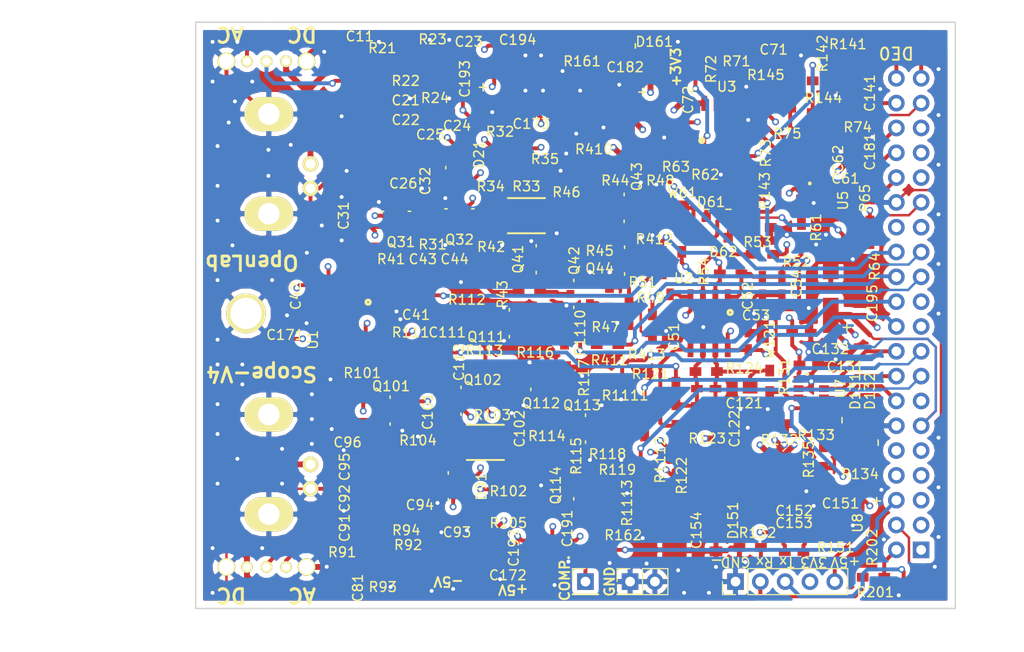
<source format=kicad_pcb>
(kicad_pcb (version 4) (host pcbnew 4.0.3-stable)
  (title_block (title "OpenLab Oscilloscope Front-End") (date 2018-02-20) (rev "4.0.6 - Fid") (company "UAS Technikum Wien"))
  (layers (0 F.Cu signal) (1 In1.Cu power hide) (2 In2.Cu power hide) (31 B.Cu signal hide) (34 B.Paste user) (35 F.Paste user) (36 B.SilkS user) (37 F.SilkS user) (38 B.Mask user) (39 F.Mask user) (44 Edge.Cuts user))
  (net 0 "")
  (net 1 "Net-(C11-Pad1)")
  (net 2 "Net-(C11-Pad2)")
  (net 3 "Net-(C21-Pad1)")
  (net 4 "Net-(C21-Pad2)")
  (net 5 GND)
  (net 6 +5V)
  (net 7 -5V)
  (net 8 "Net-(C43-Pad1)")
  (net 9 "Net-(C52-Pad1)")
  (net 10 "Net-(C52-Pad2)")
  (net 11 +3.3V)
  (net 12 "Net-(C71-Pad1)")
  (net 13 "Net-(C81-Pad1)")
  (net 14 "Net-(C81-Pad2)")
  (net 15 "Net-(C91-Pad1)")
  (net 16 "Net-(C91-Pad2)")
  (net 17 "Net-(C111-Pad1)")
  (net 18 "Net-(C121-Pad1)")
  (net 19 "Net-(C121-Pad2)")
  (net 20 "Net-(C141-Pad1)")
  (net 21 "Net-(C152-Pad1)")
  (net 22 "Net-(C152-Pad2)")
  (net 23 "Net-(C153-Pad1)")
  (net 24 "Net-(D61-Pad1)")
  (net 25 "Net-(D61-Pad2)")
  (net 26 "Net-(D62-Pad2)")
  (net 27 "Net-(D131-Pad1)")
  (net 28 "Net-(D131-Pad2)")
  (net 29 "Net-(D132-Pad2)")
  (net 30 "Net-(D161-Pad2)")
  (net 31 /UART_RxD)
  (net 32 /UART_TxD)
  (net 33 /TRIG_OUT_0)
  (net 34 /TRIG_OUT_1)
  (net 35 /TRIG_PWM_0)
  (net 36 /PROBE_COMP)
  (net 37 /TRIG_PWM_1)
  (net 38 /SPI_ADC_1_SCLK)
  (net 39 /SPI_ADC_1_SD)
  (net 40 /SPI_ADC_1_CS)
  (net 41 /AMP_SEL0_I1)
  (net 42 /AMP_SEL1_I1)
  (net 43 /AMP_SEL0_I2)
  (net 44 /AMP_SEL1_I2)
  (net 45 /AMP_SEL0_I3)
  (net 46 /AMP_SEL1_I3)
  (net 47 /AMP_SEL0_I4)
  (net 48 /AMP_SEL1_I4)
  (net 49 /SPI_ADC_0_SCLK)
  (net 50 /SPI_ADC_0_SD)
  (net 51 /SPI_ADC_0_CS)
  (net 52 "Net-(P22-Pad2)")
  (net 53 "Net-(P22-Pad3)")
  (net 54 "Net-(P41-Pad1)")
  (net 55 "Net-(Q31-Pad2)")
  (net 56 "Net-(Q32-Pad1)")
  (net 57 "Net-(Q32-Pad2)")
  (net 58 "Net-(Q101-Pad2)")
  (net 59 "Net-(Q102-Pad1)")
  (net 60 "Net-(Q102-Pad2)")
  (net 61 "Net-(R52-Pad1)")
  (net 62 "Net-(R72-Pad1)")
  (net 63 "Net-(R73-Pad1)")
  (net 64 "Net-(R74-Pad2)")
  (net 65 "Net-(R122-Pad1)")
  (net 66 "Net-(R142-Pad1)")
  (net 67 "Net-(R143-Pad1)")
  (net 68 "Net-(R144-Pad2)")
  (net 69 "Net-(C43-Pad2)")
  (net 70 "Net-(C111-Pad2)")
  (net 71 "Net-(Q41-Pad1)")
  (net 72 "Net-(Q41-Pad3)")
  (net 73 "Net-(Q42-Pad1)")
  (net 74 "Net-(Q42-Pad3)")
  (net 75 "Net-(Q43-Pad1)")
  (net 76 "Net-(Q43-Pad3)")
  (net 77 "Net-(Q44-Pad1)")
  (net 78 "Net-(Q44-Pad3)")
  (net 79 "Net-(Q111-Pad1)")
  (net 80 "Net-(Q111-Pad3)")
  (net 81 "Net-(Q112-Pad1)")
  (net 82 "Net-(Q112-Pad3)")
  (net 83 "Net-(Q113-Pad1)")
  (net 84 "Net-(Q113-Pad3)")
  (net 85 "Net-(Q114-Pad1)")
  (net 86 "Net-(Q114-Pad3)")
  (net 87 "Net-(R32-Pad2)")
  (net 88 "Net-(R102-Pad2)")
  (module OpenLab_ScopePCB_footprint:c_elec_6.3x5.8 (layer F.Cu) (at 134 70.8)
    (fp_text reference C182 (at 2.2 -4.2) (layer F.SilkS))
    (fp_text value 100u hide)
    (pad 1 smd rect (at 2.75082 0) (size 3.59918 1.6002) (layers F.Cu F.Paste F.Mask) (net 11 +3.3V))
    (pad 2 smd rect (at -2.75082 0) (size 3.59918 1.6002) (layers F.Cu F.Paste F.Mask) (net 5 GND))
  )
  (module OpenLab_ScopePCB_footprint:SOT-23 (layer F.Cu) (at 112.75 82)
    (fp_text reference Q31 (at 0.5 2.5 180) (layer F.SilkS))
    (fp_text value NJFET_MMBFJ112 hide)
    (pad 1 smd rect (at -0.95 1.00076) (size 0.8001 0.8001) (layers F.Cu F.Paste F.Mask) (net 6 +5V))
    (pad 2 smd rect (at 0.95 1.00076) (size 0.8001 0.8001) (layers F.Cu F.Paste F.Mask) (net 55 "Net-(Q31-Pad2)"))
    (pad 3 smd rect (at 0 -0.99822) (size 0.8001 0.8001) (layers F.Cu F.Paste F.Mask) (net 4 "Net-(C21-Pad2)"))
  )
  (module OpenLab_ScopePCB_footprint:Potentiometer_SMD_OpenLab (layer F.Cu) (at 125.6 81.8 270)
    (fp_text reference R33 (at -3 -0.5 360) (layer F.SilkS))
    (fp_text value 100 hide)
    (pad 1 smd rect (at -1 1.2 270) (size 1.2 1.2) (layers F.Cu F.Paste F.Mask) (net 87 "Net-(R32-Pad2)"))
    (pad 2 smd rect (at 0 -2.04 270) (size 1.6 1.5) (layers F.Cu F.Paste F.Mask) (net 87 "Net-(R32-Pad2)"))
    (pad 1 smd rect (at -1 1.2 270) (size 1.2 1.2) (layers F.Cu F.Paste F.Mask) (net 87 "Net-(R32-Pad2)"))
    (pad 3 smd rect (at 1 1.2 270) (size 1.2 1.2) (layers F.Cu F.Paste F.Mask) (net 57 "Net-(Q32-Pad2)"))
  )
  (module OpenLab_ScopePCB_footprint:C_1206_HandSoldering (layer F.Cu) (at 158.5 109.75 180)
    (fp_text reference C151 (at 0.25 -1.5 180) (layer F.SilkS))
    (fp_text value 22u hide)
    (pad 1 smd rect (at -2 0 180) (size 2 1.6) (layers F.Cu F.Paste F.Mask) (net 6 +5V))
    (pad 2 smd rect (at 2 0 180) (size 2 1.6) (layers F.Cu F.Paste F.Mask) (net 5 GND))
  )
  (module OpenLab_ScopePCB_footprint:MountingHole (layer F.Cu) (at 97.4 91.8)
    (fp_text reference REF** hide)
    (fp_text value 1pin hide)
    (pad 1 thru_hole circle (at 0 0) (size 4.064 4.064) (drill 3.2) (layers *.Cu *.Mask F.SilkS) (net 5 GND))
  )
  (module OpenLab_ScopePCB_footprint:sot23-5_LT1611 (layer F.Cu) (at 157.5 113.5 270)
    (fp_text reference U8 (at -0.25 -2.5 270) (layer F.SilkS))
    (fp_text value LT1611 hide)
    (pad 1 smd rect (at -0.9525 1.05664 270) (size 0.59944 1.00076) (layers F.Cu F.Paste F.Mask) (net 21 "Net-(C152-Pad1)"))
    (pad 3 smd rect (at 0.9525 1.05664 270) (size 0.59944 1.00076) (layers F.Cu F.Paste F.Mask) (net 23 "Net-(C153-Pad1)"))
    (pad 2 smd rect (at 0 1.05664 270) (size 0.59944 1.00076) (layers F.Cu F.Paste F.Mask) (net 5 GND))
    (pad 4 smd rect (at 0.9525 -1.05664 270) (size 0.59944 1.00076) (layers F.Cu F.Paste F.Mask) (net 6 +5V))
    (pad 5 smd rect (at -0.9525 -1.05664 270) (size 0.59944 1.00076) (layers F.Cu F.Paste F.Mask) (net 6 +5V))
  )
  (module OpenLab_ScopePCB_footprint:TSOT-6_ADS7885 (layer F.Cu) (at 155.25 99.5 270)
    (fp_text reference U7 (at 0 -3 270) (layer F.SilkS))
    (fp_text value ADS7885 hide)
    (pad 1 smd rect (at -0.94996 1.30048 270) (size 0.69088 1.00076) (layers F.Cu F.Paste F.Mask) (net 11 +3.3V))
    (pad 2 smd rect (at 0 1.30048 270) (size 0.69088 1.00076) (layers F.Cu F.Paste F.Mask) (net 5 GND))
    (pad 3 smd rect (at 0.94996 1.30048 270) (size 0.69088 1.00076) (layers F.Cu F.Paste F.Mask) (net 28 "Net-(D131-Pad2)"))
    (pad 4 smd rect (at 0.94996 -1.30048 270) (size 0.69088 1.00076) (layers F.Cu F.Paste F.Mask) (net 38 /SPI_ADC_1_SCLK))
    (pad 5 smd rect (at 0 -1.30048 270) (size 0.69088 1.00076) (layers F.Cu F.Paste F.Mask) (net 39 /SPI_ADC_1_SD))
    (pad 6 smd rect (at -0.94996 -1.30048 270) (size 0.69088 1.00076) (layers F.Cu F.Paste F.Mask) (net 40 /SPI_ADC_1_CS))
  )
  (module OpenLab_ScopePCB_footprint:TSOT-6_ADS7885 (layer F.Cu) (at 155.5 80 270)
    (fp_text reference U5 (at 0.25 -3 270) (layer F.SilkS))
    (fp_text value ADS7885 hide)
    (pad 1 smd rect (at -0.94996 1.30048 270) (size 0.69088 1.00076) (layers F.Cu F.Paste F.Mask) (net 11 +3.3V))
    (pad 2 smd rect (at 0 1.30048 270) (size 0.69088 1.00076) (layers F.Cu F.Paste F.Mask) (net 5 GND))
    (pad 3 smd rect (at 0.94996 1.30048 270) (size 0.69088 1.00076) (layers F.Cu F.Paste F.Mask) (net 25 "Net-(D61-Pad2)"))
    (pad 4 smd rect (at 0.94996 -1.30048 270) (size 0.69088 1.00076) (layers F.Cu F.Paste F.Mask) (net 49 /SPI_ADC_0_SCLK))
    (pad 5 smd rect (at 0 -1.30048 270) (size 0.69088 1.00076) (layers F.Cu F.Paste F.Mask) (net 50 /SPI_ADC_0_SD))
    (pad 6 smd rect (at -0.94996 -1.30048 270) (size 0.69088 1.00076) (layers F.Cu F.Paste F.Mask) (net 51 /SPI_ADC_0_CS))
  )
  (module OpenLab_ScopePCB_footprint:SOIC-8_3_LT1819 (layer F.Cu) (at 146.2 73 90)
    (fp_text reference U3 (at 4.4 0.4 180) (layer F.SilkS))
    (fp_text value LT1720 hide)
    (pad 1 smd rect (at -2.7 -1.905 90) (size 1.55 0.6) (layers F.Cu F.Paste F.Mask) (net 62 "Net-(R72-Pad1)"))
    (pad 2 smd rect (at -2.7 -0.635 90) (size 1.55 0.6) (layers F.Cu F.Paste F.Mask) (net 63 "Net-(R73-Pad1)"))
    (pad 3 smd rect (at -2.7 0.635 90) (size 1.55 0.6) (layers F.Cu F.Paste F.Mask) (net 67 "Net-(R143-Pad1)"))
    (pad 4 smd rect (at -2.7 1.905 90) (size 1.55 0.6) (layers F.Cu F.Paste F.Mask) (net 66 "Net-(R142-Pad1)"))
    (pad 5 smd rect (at 2.7 1.905 90) (size 1.55 0.6) (layers F.Cu F.Paste F.Mask) (net 5 GND))
    (pad 6 smd rect (at 2.7 0.635 90) (size 1.55 0.6) (layers F.Cu F.Paste F.Mask) (net 68 "Net-(R144-Pad2)"))
    (pad 7 smd rect (at 2.7 -0.635 90) (size 1.55 0.6) (layers F.Cu F.Paste F.Mask) (net 64 "Net-(R74-Pad2)"))
    (pad 8 smd rect (at 2.7 -1.905 90) (size 1.55 0.6) (layers F.Cu F.Paste F.Mask) (net 6 +5V))
  )
  (module OpenLab_ScopePCB_footprint:SOIC-8_3_LT1819 (layer F.Cu) (at 144.8 92.8 270)
    (fp_text reference U2 (at -4.6 2.6 360) (layer F.SilkS))
    (fp_text value LT1819 hide)
    (pad 1 smd rect (at -2.7 -1.905 270) (size 1.55 0.6) (layers F.Cu F.Paste F.Mask) (net 9 "Net-(C52-Pad1)"))
    (pad 2 smd rect (at -2.7 -0.635 270) (size 1.55 0.6) (layers F.Cu F.Paste F.Mask) (net 10 "Net-(C52-Pad2)"))
    (pad 3 smd rect (at -2.7 0.635 270) (size 1.55 0.6) (layers F.Cu F.Paste F.Mask) (net 61 "Net-(R52-Pad1)"))
    (pad 4 smd rect (at -2.7 1.905 270) (size 1.55 0.6) (layers F.Cu F.Paste F.Mask) (net 7 -5V))
    (pad 5 smd rect (at 2.7 1.905 270) (size 1.55 0.6) (layers F.Cu F.Paste F.Mask) (net 65 "Net-(R122-Pad1)"))
    (pad 6 smd rect (at 2.7 0.635 270) (size 1.55 0.6) (layers F.Cu F.Paste F.Mask) (net 19 "Net-(C121-Pad2)"))
    (pad 7 smd rect (at 2.7 -0.635 270) (size 1.55 0.6) (layers F.Cu F.Paste F.Mask) (net 18 "Net-(C121-Pad1)"))
    (pad 8 smd rect (at 2.7 -1.905 270) (size 1.55 0.6) (layers F.Cu F.Paste F.Mask) (net 6 +5V))
  )
  (module OpenLab_ScopePCB_footprint:SOIC-8_3_LT1819 (layer F.Cu) (at 107.75 91.75 270)
    (fp_text reference U1 (at 2.75 3.5 270) (layer F.SilkS))
    (fp_text value LT1819 hide)
    (pad 1 smd rect (at -2.7 -1.905 270) (size 1.55 0.6) (layers F.Cu F.Paste F.Mask) (net 8 "Net-(C43-Pad1)"))
    (pad 2 smd rect (at -2.7 -0.635 270) (size 1.55 0.6) (layers F.Cu F.Paste F.Mask) (net 69 "Net-(C43-Pad2)"))
    (pad 3 smd rect (at -2.7 0.635 270) (size 1.55 0.6) (layers F.Cu F.Paste F.Mask) (net 56 "Net-(Q32-Pad1)"))
    (pad 4 smd rect (at -2.7 1.905 270) (size 1.55 0.6) (layers F.Cu F.Paste F.Mask) (net 7 -5V))
    (pad 5 smd rect (at 2.7 1.905 270) (size 1.55 0.6) (layers F.Cu F.Paste F.Mask) (net 59 "Net-(Q102-Pad1)"))
    (pad 6 smd rect (at 2.7 0.635 270) (size 1.55 0.6) (layers F.Cu F.Paste F.Mask) (net 70 "Net-(C111-Pad2)"))
    (pad 7 smd rect (at 2.7 -0.635 270) (size 1.55 0.6) (layers F.Cu F.Paste F.Mask) (net 17 "Net-(C111-Pad1)"))
    (pad 8 smd rect (at 2.7 -1.905 270) (size 1.55 0.6) (layers F.Cu F.Paste F.Mask) (net 6 +5V))
  )
  (module OpenLab_ScopePCB_footprint:SWITCH-2-WAY_SPDT (layer F.Cu) (at 99.5 117.75 180)
    (fp_text reference SW2 hide)
    (fp_text value SW_SPDT_OpenLab hide)
    (pad 2 thru_hole circle (at 0 0 180) (size 1.2 1.2) (drill 0.8) (layers *.Cu *.Mask F.SilkS) (net 15 "Net-(C91-Pad1)"))
    (pad 2 thru_hole circle (at 0 0 180) (size 1.2 1.2) (drill 0.8) (layers *.Cu *.Mask F.SilkS) (net 15 "Net-(C91-Pad1)"))
    (pad 3 thru_hole circle (at 2 0 180) (size 1.2 1.2) (drill 0.8) (layers *.Cu *.Mask F.SilkS) (net 14 "Net-(C81-Pad2)"))
    (pad 1 thru_hole circle (at -2 0 180) (size 1.2 1.2) (drill 0.8) (layers *.Cu *.Mask F.SilkS) (net 13 "Net-(C81-Pad1)"))
    (pad 4 thru_hole circle (at -4.1 0 180) (size 1.8 1.8) (drill 1.5) (layers *.Cu *.Mask F.SilkS) (net 5 GND))
    (pad 4 thru_hole circle (at 4.1 0 180) (size 1.8 1.8) (drill 1.5) (layers *.Cu *.Mask F.SilkS) (net 5 GND))
  )
  (module OpenLab_ScopePCB_footprint:SWITCH-2-WAY_SPDT (layer F.Cu) (at 99.5 66)
    (fp_text reference SW1 hide)
    (fp_text value SW_SPDT_OpenLab hide)
    (pad 2 thru_hole circle (at 0 0) (size 1.2 1.2) (drill 0.8) (layers *.Cu *.Mask F.SilkS) (net 3 "Net-(C21-Pad1)"))
    (pad 2 thru_hole circle (at 0 0) (size 1.2 1.2) (drill 0.8) (layers *.Cu *.Mask F.SilkS) (net 3 "Net-(C21-Pad1)"))
    (pad 3 thru_hole circle (at 2 0) (size 1.2 1.2) (drill 0.8) (layers *.Cu *.Mask F.SilkS) (net 2 "Net-(C11-Pad2)"))
    (pad 1 thru_hole circle (at -2 0) (size 1.2 1.2) (drill 0.8) (layers *.Cu *.Mask F.SilkS) (net 1 "Net-(C11-Pad1)"))
    (pad 4 thru_hole circle (at -4.1 0) (size 1.8 1.8) (drill 1.5) (layers *.Cu *.Mask F.SilkS) (net 5 GND))
    (pad 4 thru_hole circle (at 4.1 0) (size 1.8 1.8) (drill 1.5) (layers *.Cu *.Mask F.SilkS) (net 5 GND))
  )
  (module OpenLab_ScopePCB_footprint:R_0603_HandSoldering (layer F.Cu) (at 161.6202 118.80342)
    (fp_text reference R202 (at -0.1202 -3.05342 90) (layer F.SilkS))
    (fp_text value 120 hide)
    (pad 1 smd rect (at -1.1 0) (size 1.2 0.9) (layers F.Cu F.Paste F.Mask) (net 52 "Net-(P22-Pad2)"))
    (pad 2 smd rect (at 1.1 0) (size 1.2 0.9) (layers F.Cu F.Paste F.Mask) (net 31 /UART_RxD))
  )
  (module OpenLab_ScopePCB_footprint:R_0603_HandSoldering (layer F.Cu) (at 165.8112 119.33682)
    (fp_text reference R201 (at -4 1 180) (layer F.SilkS))
    (fp_text value 120 hide)
    (pad 1 smd rect (at -1.1 0) (size 1.2 0.9) (layers F.Cu F.Paste F.Mask) (net 53 "Net-(P22-Pad3)"))
    (pad 2 smd rect (at 1.1 0) (size 1.2 0.9) (layers F.Cu F.Paste F.Mask) (net 32 /UART_TxD))
  )
  (module OpenLab_ScopePCB_footprint:R_0603_HandSoldering (layer F.Cu) (at 133 116 180)
    (fp_text reference R162 (at -3 1.5 360) (layer F.SilkS))
    (fp_text value 470 hide)
    (pad 1 smd rect (at -1.1 0 180) (size 1.2 0.9) (layers F.Cu F.Paste F.Mask) (net 36 /PROBE_COMP))
    (pad 2 smd rect (at 1.1 0 180) (size 1.2 0.9) (layers F.Cu F.Paste F.Mask) (net 54 "Net-(P41-Pad1)"))
  )
  (module OpenLab_ScopePCB_footprint:R_0603_HandSoldering (layer F.Cu) (at 130.8 64.4 180)
    (fp_text reference R161 (at -1 -1.6 180) (layer F.SilkS))
    (fp_text value 1k hide)
    (pad 1 smd rect (at -1.1 0 180) (size 1.2 0.9) (layers F.Cu F.Paste F.Mask) (net 30 "Net-(D161-Pad2)"))
    (pad 2 smd rect (at 1.1 0 180) (size 1.2 0.9) (layers F.Cu F.Paste F.Mask) (net 6 +5V))
  )
  (module OpenLab_ScopePCB_footprint:R_0603_HandSoldering (layer F.Cu) (at 149 115.75 180)
    (fp_text reference R152 (at -0.75 1.5 180) (layer F.SilkS))
    (fp_text value 10k hide)
    (pad 1 smd rect (at -1.1 0 180) (size 1.2 0.9) (layers F.Cu F.Paste F.Mask) (net 23 "Net-(C153-Pad1)"))
    (pad 2 smd rect (at 1.1 0 180) (size 1.2 0.9) (layers F.Cu F.Paste F.Mask) (net 5 GND))
  )
  (module OpenLab_ScopePCB_footprint:R_0603_HandSoldering (layer F.Cu) (at 153.5 114.5)
    (fp_text reference R151 (at 4.25 1.25) (layer F.SilkS))
    (fp_text value 29k4 hide)
    (pad 1 smd rect (at -1.1 0) (size 1.2 0.9) (layers F.Cu F.Paste F.Mask) (net 7 -5V))
    (pad 2 smd rect (at 1.1 0) (size 1.2 0.9) (layers F.Cu F.Paste F.Mask) (net 23 "Net-(C153-Pad1)"))
  )
  (module OpenLab_ScopePCB_footprint:R_0603_HandSoldering (layer F.Cu) (at 156.5 71.25 180)
    (fp_text reference R144 (at 0 1.5 180) (layer F.SilkS))
    (fp_text value 120 hide)
    (pad 1 smd rect (at -1.1 0 180) (size 1.2 0.9) (layers F.Cu F.Paste F.Mask) (net 34 /TRIG_OUT_1))
    (pad 2 smd rect (at 1.1 0 180) (size 1.2 0.9) (layers F.Cu F.Paste F.Mask) (net 68 "Net-(R144-Pad2)"))
  )
  (module OpenLab_ScopePCB_footprint:R_0603_HandSoldering (layer F.Cu) (at 149 79 270)
    (fp_text reference R143 (at 0.25 -1.5 450) (layer F.SilkS))
    (fp_text value 4k7 hide)
    (pad 1 smd rect (at -1.1 0 270) (size 1.2 0.9) (layers F.Cu F.Paste F.Mask) (net 67 "Net-(R143-Pad1)"))
    (pad 2 smd rect (at 1.1 0 270) (size 1.2 0.9) (layers F.Cu F.Paste F.Mask) (net 28 "Net-(D131-Pad2)"))
  )
  (module OpenLab_ScopePCB_footprint:R_0603_HandSoldering (layer F.Cu) (at 156.5 68)
    (fp_text reference R142 (at -0.1 -2.8 270) (layer F.SilkS))
    (fp_text value 4k7 hide)
    (pad 1 smd rect (at -1.1 0) (size 1.2 0.9) (layers F.Cu F.Paste F.Mask) (net 66 "Net-(R142-Pad1)"))
    (pad 2 smd rect (at 1.1 0) (size 1.2 0.9) (layers F.Cu F.Paste F.Mask) (net 20 "Net-(C141-Pad1)"))
  )
  (module OpenLab_ScopePCB_footprint:R_0603_HandSoldering (layer F.Cu) (at 159 66 180)
    (fp_text reference R141 (at 0 1.75 180) (layer F.SilkS))
    (fp_text value 33k hide)
    (pad 1 smd rect (at -1.1 0 180) (size 1.2 0.9) (layers F.Cu F.Paste F.Mask) (net 37 /TRIG_PWM_1))
    (pad 2 smd rect (at 1.1 0 180) (size 1.2 0.9) (layers F.Cu F.Paste F.Mask) (net 20 "Net-(C141-Pad1)"))
  )
  (module OpenLab_ScopePCB_footprint:R_0603_HandSoldering (layer F.Cu) (at 156.5 106.5 270)
    (fp_text reference R135 (at 0.25 1.5 270) (layer F.SilkS))
    (fp_text value 100 hide)
    (pad 1 smd rect (at -1.1 0 270) (size 1.2 0.9) (layers F.Cu F.Paste F.Mask) (net 29 "Net-(D132-Pad2)"))
    (pad 2 smd rect (at 1.1 0 270) (size 1.2 0.9) (layers F.Cu F.Paste F.Mask) (net 5 GND))
  )
  (module OpenLab_ScopePCB_footprint:R_0603_HandSoldering (layer F.Cu) (at 160 107 180)
    (fp_text reference R134 (at -0.25 -1.25 180) (layer F.SilkS))
    (fp_text value 330 hide)
    (pad 1 smd rect (at -1.1 0 180) (size 1.2 0.9) (layers F.Cu F.Paste F.Mask) (net 29 "Net-(D132-Pad2)"))
    (pad 2 smd rect (at 1.1 0 180) (size 1.2 0.9) (layers F.Cu F.Paste F.Mask) (net 11 +3.3V))
  )
  (module OpenLab_ScopePCB_footprint:R_0603_HandSoldering (layer F.Cu) (at 156 102.75)
    (fp_text reference R133 (at -0.25 1.5) (layer F.SilkS))
    (fp_text value 120 hide)
    (pad 1 smd rect (at -1.1 0) (size 1.2 0.9) (layers F.Cu F.Paste F.Mask) (net 11 +3.3V))
    (pad 2 smd rect (at 1.1 0) (size 1.2 0.9) (layers F.Cu F.Paste F.Mask) (net 27 "Net-(D131-Pad1)"))
  )
  (module OpenLab_ScopePCB_footprint:R_0603_HandSoldering (layer F.Cu) (at 151.66848 103.08336 180)
    (fp_text reference R132 (at -0.33152 -1.66664 180) (layer F.SilkS))
    (fp_text value 470 hide)
    (pad 1 smd rect (at -1.1 0 180) (size 1.2 0.9) (layers F.Cu F.Paste F.Mask) (net 27 "Net-(D131-Pad1)"))
    (pad 2 smd rect (at 1.1 0 180) (size 1.2 0.9) (layers F.Cu F.Paste F.Mask) (net 5 GND))
  )
  (module OpenLab_ScopePCB_footprint:R_0603_HandSoldering (layer F.Cu) (at 151 98.75 90)
    (fp_text reference R131 (at 0.5 1.5 270) (layer F.SilkS))
    (fp_text value 220 hide)
    (pad 1 smd rect (at -1.1 0 90) (size 1.2 0.9) (layers F.Cu F.Paste F.Mask) (net 28 "Net-(D131-Pad2)"))
    (pad 2 smd rect (at 1.1 0 90) (size 1.2 0.9) (layers F.Cu F.Paste F.Mask) (net 18 "Net-(C121-Pad1)"))
  )
  (module OpenLab_ScopePCB_footprint:R_0603_HandSoldering (layer F.Cu) (at 144.5 97.75 180)
    (fp_text reference R124 (at -3.9 0.35 180) (layer F.SilkS))
    (fp_text value 1k hide)
    (pad 1 smd rect (at -1.1 0 180) (size 1.2 0.9) (layers F.Cu F.Paste F.Mask) (net 18 "Net-(C121-Pad1)"))
    (pad 2 smd rect (at 1.1 0 180) (size 1.2 0.9) (layers F.Cu F.Paste F.Mask) (net 19 "Net-(C121-Pad2)"))
  )
  (module OpenLab_ScopePCB_footprint:R_0603_HandSoldering (layer F.Cu) (at 144.5 103 180)
    (fp_text reference R123 (at -0.1 -1.6 180) (layer F.SilkS))
    (fp_text value 560 hide)
    (pad 1 smd rect (at -1.1 0 180) (size 1.2 0.9) (layers F.Cu F.Paste F.Mask) (net 5 GND))
    (pad 2 smd rect (at 1.1 0 180) (size 1.2 0.9) (layers F.Cu F.Paste F.Mask) (net 65 "Net-(R122-Pad1)"))
  )
  (module OpenLab_ScopePCB_footprint:R_0603_HandSoldering (layer F.Cu) (at 141.4 104.4 270)
    (fp_text reference R122 (at 4 -0.6 450) (layer F.SilkS))
    (fp_text value 3k hide)
    (pad 1 smd rect (at -1.1 0 270) (size 1.2 0.9) (layers F.Cu F.Paste F.Mask) (net 65 "Net-(R122-Pad1)"))
    (pad 2 smd rect (at 1.1 0 270) (size 1.2 0.9) (layers F.Cu F.Paste F.Mask) (net 6 +5V))
  )
  (module OpenLab_ScopePCB_footprint:R_0603_HandSoldering (layer F.Cu) (at 141.4 100 90)
    (fp_text reference R121 (at 2 -2.6 180) (layer F.SilkS))
    (fp_text value 750 hide)
    (pad 1 smd rect (at -1.1 0 90) (size 1.2 0.9) (layers F.Cu F.Paste F.Mask) (net 19 "Net-(C121-Pad2)"))
    (pad 2 smd rect (at 1.1 0 90) (size 1.2 0.9) (layers F.Cu F.Paste F.Mask) (net 17 "Net-(C111-Pad1)"))
  )
  (module OpenLab_ScopePCB_footprint:R_0603_HandSoldering (layer F.Cu) (at 134.8 111.4 90)
    (fp_text reference R119 (at 3.6 0.6 180) (layer F.SilkS))
    (fp_text value 100k hide)
    (pad 1 smd rect (at -1.1 0 90) (size 1.2 0.9) (layers F.Cu F.Paste F.Mask) (net 85 "Net-(Q114-Pad1)"))
    (pad 2 smd rect (at 1.1 0 90) (size 1.2 0.9) (layers F.Cu F.Paste F.Mask) (net 5 GND))
  )
  (module OpenLab_ScopePCB_footprint:R_0603_HandSoldering (layer F.Cu) (at 135.8 103.4 90)
    (fp_text reference R118 (at -2.8 -1.4 360) (layer F.SilkS))
    (fp_text value 100k hide)
    (pad 1 smd rect (at -1.1 0 90) (size 1.2 0.9) (layers F.Cu F.Paste F.Mask) (net 83 "Net-(Q113-Pad1)"))
    (pad 2 smd rect (at 1.1 0 90) (size 1.2 0.9) (layers F.Cu F.Paste F.Mask) (net 5 GND))
  )
  (module OpenLab_ScopePCB_footprint:R_0603_HandSoldering (layer F.Cu) (at 130.2 98.4 90)
    (fp_text reference R117 (at 0 1.8 90) (layer F.SilkS))
    (fp_text value 100k hide)
    (pad 1 smd rect (at -1.1 0 90) (size 1.2 0.9) (layers F.Cu F.Paste F.Mask) (net 81 "Net-(Q112-Pad1)"))
    (pad 2 smd rect (at 1.1 0 90) (size 1.2 0.9) (layers F.Cu F.Paste F.Mask) (net 5 GND))
  )
  (module OpenLab_ScopePCB_footprint:R_0603_HandSoldering (layer F.Cu) (at 128 92.8 90)
    (fp_text reference R116 (at -3 -1 180) (layer F.SilkS))
    (fp_text value 100k hide)
    (pad 1 smd rect (at -1.1 0 90) (size 1.2 0.9) (layers F.Cu F.Paste F.Mask) (net 79 "Net-(Q111-Pad1)"))
    (pad 2 smd rect (at 1.1 0 90) (size 1.2 0.9) (layers F.Cu F.Paste F.Mask) (net 5 GND))
  )
  (module OpenLab_ScopePCB_footprint:R_0603_HandSoldering (layer F.Cu) (at 128.2 105.8)
    (fp_text reference R115 (at 3 0.6 270) (layer F.SilkS))
    (fp_text value 2k hide)
    (pad 1 smd rect (at -1.1 0) (size 1.2 0.9) (layers F.Cu F.Paste F.Mask) (net 70 "Net-(C111-Pad2)"))
    (pad 2 smd rect (at 1.1 0) (size 1.2 0.9) (layers F.Cu F.Paste F.Mask) (net 86 "Net-(Q114-Pad3)"))
  )
  (module OpenLab_ScopePCB_footprint:R_0603_HandSoldering (layer F.Cu) (at 128.2 102.6)
    (fp_text reference R114 (at 0 1.75 180) (layer F.SilkS))
    (fp_text value 680 hide)
    (pad 1 smd rect (at -1.1 0) (size 1.2 0.9) (layers F.Cu F.Paste F.Mask) (net 70 "Net-(C111-Pad2)"))
    (pad 2 smd rect (at 1.1 0) (size 1.2 0.9) (layers F.Cu F.Paste F.Mask) (net 84 "Net-(Q113-Pad3)"))
  )
  (module OpenLab_ScopePCB_footprint:R_0603_HandSoldering (layer F.Cu) (at 123 97)
    (fp_text reference R113 (at -1.2 -1.4 180) (layer F.SilkS))
    (fp_text value 220 hide)
    (pad 1 smd rect (at -1.1 0) (size 1.2 0.9) (layers F.Cu F.Paste F.Mask) (net 70 "Net-(C111-Pad2)"))
    (pad 2 smd rect (at 1.1 0) (size 1.2 0.9) (layers F.Cu F.Paste F.Mask) (net 82 "Net-(Q112-Pad3)"))
  )
  (module OpenLab_ScopePCB_footprint:R_0603_HandSoldering (layer F.Cu) (at 120.6 92.2)
    (fp_text reference R112 (at -0.6 -1.8) (layer F.SilkS))
    (fp_text value 100 hide)
    (pad 1 smd rect (at -1.1 0) (size 1.2 0.9) (layers F.Cu F.Paste F.Mask) (net 70 "Net-(C111-Pad2)"))
    (pad 2 smd rect (at 1.1 0) (size 1.2 0.9) (layers F.Cu F.Paste F.Mask) (net 80 "Net-(Q111-Pad3)"))
  )
  (module OpenLab_ScopePCB_footprint:R_0603_HandSoldering (layer F.Cu) (at 113.5 96.75 270)
    (fp_text reference R111 (at -3 -0.75 540) (layer F.SilkS))
    (fp_text value 1k2 hide)
    (pad 1 smd rect (at -1.1 0 270) (size 1.2 0.9) (layers F.Cu F.Paste F.Mask) (net 17 "Net-(C111-Pad1)"))
    (pad 2 smd rect (at 1.1 0 270) (size 1.2 0.9) (layers F.Cu F.Paste F.Mask) (net 70 "Net-(C111-Pad2)"))
  )
  (module OpenLab_ScopePCB_footprint:R_0603_HandSoldering (layer F.Cu) (at 124.25 108.25)
    (fp_text reference R102 (at 0 1.75) (layer F.SilkS))
    (fp_text value 270 hide)
    (pad 1 smd rect (at -1.1 0) (size 1.2 0.9) (layers F.Cu F.Paste F.Mask) (net 7 -5V))
    (pad 2 smd rect (at 1.1 0) (size 1.2 0.9) (layers F.Cu F.Paste F.Mask) (net 88 "Net-(R102-Pad2)"))
  )
  (module OpenLab_ScopePCB_footprint:R_0603_HandSoldering (layer F.Cu) (at 108 101.6 270)
    (fp_text reference R101 (at -3.7 -1.3 360) (layer F.SilkS))
    (fp_text value 220 hide)
    (pad 1 smd rect (at -1.1 0 270) (size 1.2 0.9) (layers F.Cu F.Paste F.Mask) (net 59 "Net-(Q102-Pad1)"))
    (pad 2 smd rect (at 1.1 0 270) (size 1.2 0.9) (layers F.Cu F.Paste F.Mask) (net 58 "Net-(Q101-Pad2)"))
  )
  (module OpenLab_ScopePCB_footprint:R_0603_HandSoldering (layer F.Cu) (at 116.5 116.75 270)
    (fp_text reference R94 (at -2.75 2.7 360) (layer F.SilkS))
    (fp_text value 1Meg hide)
    (pad 1 smd rect (at -1.1 0 270) (size 1.2 0.9) (layers F.Cu F.Paste F.Mask) (net 16 "Net-(C91-Pad2)"))
    (pad 2 smd rect (at 1.1 0 270) (size 1.2 0.9) (layers F.Cu F.Paste F.Mask) (net 5 GND))
  )
  (module OpenLab_ScopePCB_footprint:R_0603_HandSoldering (layer F.Cu) (at 114.25 118.25 270)
    (fp_text reference R93 (at 1.55 2.85 360) (layer F.SilkS))
    (fp_text value 1Meg hide)
    (pad 1 smd rect (at -1.1 0 270) (size 1.2 0.9) (layers F.Cu F.Paste F.Mask) (net 16 "Net-(C91-Pad2)"))
    (pad 2 smd rect (at 1.1 0 270) (size 1.2 0.9) (layers F.Cu F.Paste F.Mask) (net 5 GND))
  )
  (module OpenLab_ScopePCB_footprint:R_0603_HandSoldering (layer F.Cu) (at 110.5 115.5)
    (fp_text reference R92 (at 3.5 0) (layer F.SilkS))
    (fp_text value 1Meg hide)
    (pad 1 smd rect (at -1.1 0) (size 1.2 0.9) (layers F.Cu F.Paste F.Mask) (net 15 "Net-(C91-Pad1)"))
    (pad 2 smd rect (at 1.1 0) (size 1.2 0.9) (layers F.Cu F.Paste F.Mask) (net 16 "Net-(C91-Pad2)"))
  )
  (module OpenLab_ScopePCB_footprint:R_0603_HandSoldering (layer F.Cu) (at 110.5 117.75)
    (fp_text reference R91 (at -3.25 -1.5) (layer F.SilkS))
    (fp_text value 1Meg hide)
    (pad 1 smd rect (at -1.1 0) (size 1.2 0.9) (layers F.Cu F.Paste F.Mask) (net 15 "Net-(C91-Pad1)"))
    (pad 2 smd rect (at 1.1 0) (size 1.2 0.9) (layers F.Cu F.Paste F.Mask) (net 16 "Net-(C91-Pad2)"))
  )
  (module OpenLab_ScopePCB_footprint:R_0603_HandSoldering (layer F.Cu) (at 156.5 73.75 180)
    (fp_text reference R74 (at -3.5 1 180) (layer F.SilkS))
    (fp_text value 120 hide)
    (pad 1 smd rect (at -1.1 0 180) (size 1.2 0.9) (layers F.Cu F.Paste F.Mask) (net 33 /TRIG_OUT_0))
    (pad 2 smd rect (at 1.1 0 180) (size 1.2 0.9) (layers F.Cu F.Paste F.Mask) (net 64 "Net-(R74-Pad2)"))
  )
  (module OpenLab_ScopePCB_footprint:R_0603_HandSoldering (layer F.Cu) (at 152 77 270)
    (fp_text reference R73 (at -1.6 1.4 270) (layer F.SilkS))
    (fp_text value 4k7 hide)
    (pad 1 smd rect (at -1.1 0 270) (size 1.2 0.9) (layers F.Cu F.Paste F.Mask) (net 63 "Net-(R73-Pad1)"))
    (pad 2 smd rect (at 1.1 0 270) (size 1.2 0.9) (layers F.Cu F.Paste F.Mask) (net 25 "Net-(D61-Pad2)"))
  )
  (module OpenLab_ScopePCB_footprint:R_0603_HandSoldering (layer F.Cu) (at 143.4 66.2 90)
    (fp_text reference R72 (at -0.6 1.6 90) (layer F.SilkS))
    (fp_text value 4k7 hide)
    (pad 1 smd rect (at -1.1 0 90) (size 1.2 0.9) (layers F.Cu F.Paste F.Mask) (net 62 "Net-(R72-Pad1)"))
    (pad 2 smd rect (at 1.1 0 90) (size 1.2 0.9) (layers F.Cu F.Paste F.Mask) (net 12 "Net-(C71-Pad1)"))
  )
  (module OpenLab_ScopePCB_footprint:R_0603_HandSoldering (layer F.Cu) (at 147.2 64.4 180)
    (fp_text reference R71 (at -0.4 -1.6 180) (layer F.SilkS))
    (fp_text value 33k hide)
    (pad 1 smd rect (at -1.1 0 180) (size 1.2 0.9) (layers F.Cu F.Paste F.Mask) (net 35 /TRIG_PWM_0))
    (pad 2 smd rect (at 1.1 0 180) (size 1.2 0.9) (layers F.Cu F.Paste F.Mask) (net 12 "Net-(C71-Pad1)"))
  )
  (module OpenLab_ScopePCB_footprint:R_0603_HandSoldering (layer F.Cu) (at 159.5 83.5 90)
    (fp_text reference R65 (at 3.5 1.25 90) (layer F.SilkS))
    (fp_text value 100 hide)
    (pad 1 smd rect (at -1.1 0 90) (size 1.2 0.9) (layers F.Cu F.Paste F.Mask) (net 26 "Net-(D62-Pad2)"))
    (pad 2 smd rect (at 1.1 0 90) (size 1.2 0.9) (layers F.Cu F.Paste F.Mask) (net 5 GND))
  )
  (module OpenLab_ScopePCB_footprint:R_0603_HandSoldering (layer F.Cu) (at 161.25 83.5 90)
    (fp_text reference R64 (at -3.5 0.5 90) (layer F.SilkS))
    (fp_text value 330 hide)
    (pad 1 smd rect (at -1.1 0 90) (size 1.2 0.9) (layers F.Cu F.Paste F.Mask) (net 26 "Net-(D62-Pad2)"))
    (pad 2 smd rect (at 1.1 0 90) (size 1.2 0.9) (layers F.Cu F.Paste F.Mask) (net 11 +3.3V))
  )
  (module OpenLab_ScopePCB_footprint:R_0603_HandSoldering (layer F.Cu) (at 138 75.4)
    (fp_text reference R63 (at 3.4 1.4) (layer F.SilkS))
    (fp_text value 120 hide)
    (pad 1 smd rect (at -1.1 0) (size 1.2 0.9) (layers F.Cu F.Paste F.Mask) (net 11 +3.3V))
    (pad 2 smd rect (at 1.1 0) (size 1.2 0.9) (layers F.Cu F.Paste F.Mask) (net 24 "Net-(D61-Pad1)"))
  )
  (module OpenLab_ScopePCB_footprint:R_0603_HandSoldering (layer F.Cu) (at 145.2 79)
    (fp_text reference R62 (at -0.8 -1.4) (layer F.SilkS))
    (fp_text value 470 hide)
    (pad 1 smd rect (at -1.1 0) (size 1.2 0.9) (layers F.Cu F.Paste F.Mask) (net 24 "Net-(D61-Pad1)"))
    (pad 2 smd rect (at 1.1 0) (size 1.2 0.9) (layers F.Cu F.Paste F.Mask) (net 5 GND))
  )
  (module OpenLab_ScopePCB_footprint:R_0603_HandSoldering (layer F.Cu) (at 154.25 83.75 270)
    (fp_text reference R61 (at -0.75 -1.5 270) (layer F.SilkS))
    (fp_text value 220 hide)
    (pad 1 smd rect (at -1.1 0 270) (size 1.2 0.9) (layers F.Cu F.Paste F.Mask) (net 25 "Net-(D61-Pad2)"))
    (pad 2 smd rect (at 1.1 0 270) (size 1.2 0.9) (layers F.Cu F.Paste F.Mask) (net 9 "Net-(C52-Pad1)"))
  )
  (module OpenLab_ScopePCB_footprint:R_0603_HandSoldering (layer F.Cu) (at 147 87.75 180)
    (fp_text reference R54 (at 2.75 0.25 270) (layer F.SilkS))
    (fp_text value 1k hide)
    (pad 1 smd rect (at -1.1 0 180) (size 1.2 0.9) (layers F.Cu F.Paste F.Mask) (net 9 "Net-(C52-Pad1)"))
    (pad 2 smd rect (at 1.1 0 180) (size 1.2 0.9) (layers F.Cu F.Paste F.Mask) (net 10 "Net-(C52-Pad2)"))
  )
  (module OpenLab_ScopePCB_footprint:R_0603_HandSoldering (layer F.Cu) (at 150 83 180)
    (fp_text reference R53 (at 0.25 -1.5 360) (layer F.SilkS))
    (fp_text value 560 hide)
    (pad 1 smd rect (at -1.1 0 180) (size 1.2 0.9) (layers F.Cu F.Paste F.Mask) (net 5 GND))
    (pad 2 smd rect (at 1.1 0 180) (size 1.2 0.9) (layers F.Cu F.Paste F.Mask) (net 61 "Net-(R52-Pad1)"))
  )
  (module OpenLab_ScopePCB_footprint:R_0603_HandSoldering (layer F.Cu) (at 150.25 85.75)
    (fp_text reference R52 (at 3.5 0.75 180) (layer F.SilkS))
    (fp_text value 3k hide)
    (pad 1 smd rect (at -1.1 0) (size 1.2 0.9) (layers F.Cu F.Paste F.Mask) (net 61 "Net-(R52-Pad1)"))
    (pad 2 smd rect (at 1.1 0) (size 1.2 0.9) (layers F.Cu F.Paste F.Mask) (net 6 +5V))
  )
  (module OpenLab_ScopePCB_footprint:R_0603_HandSoldering (layer F.Cu) (at 140 86.6 270)
    (fp_text reference R51 (at 2 2 360) (layer F.SilkS))
    (fp_text value 750 hide)
    (pad 1 smd rect (at -1.1 0 270) (size 1.2 0.9) (layers F.Cu F.Paste F.Mask) (net 10 "Net-(C52-Pad2)"))
    (pad 2 smd rect (at 1.1 0 270) (size 1.2 0.9) (layers F.Cu F.Paste F.Mask) (net 8 "Net-(C43-Pad1)"))
  )
  (module OpenLab_ScopePCB_footprint:R_0603_HandSoldering (layer F.Cu) (at 136.6 91.8 270)
    (fp_text reference R49 (at -1.6 -2.2 360) (layer F.SilkS))
    (fp_text value 100k hide)
    (pad 1 smd rect (at -1.1 0 270) (size 1.2 0.9) (layers F.Cu F.Paste F.Mask) (net 77 "Net-(Q44-Pad1)"))
    (pad 2 smd rect (at 1.1 0 270) (size 1.2 0.9) (layers F.Cu F.Paste F.Mask) (net 5 GND))
  )
  (module OpenLab_ScopePCB_footprint:R_0603_HandSoldering (layer F.Cu) (at 139.5 81.25 90)
    (fp_text reference R48 (at 3.05 0.3 180) (layer F.SilkS))
    (fp_text value 100k hide)
    (pad 1 smd rect (at -1.1 0 90) (size 1.2 0.9) (layers F.Cu F.Paste F.Mask) (net 75 "Net-(Q43-Pad1)"))
    (pad 2 smd rect (at 1.1 0 90) (size 1.2 0.9) (layers F.Cu F.Paste F.Mask) (net 5 GND))
  )
  (module OpenLab_ScopePCB_footprint:R_0603_HandSoldering (layer F.Cu) (at 134.6 90.2 90)
    (fp_text reference R47 (at -3 -0.4 180) (layer F.SilkS))
    (fp_text value 100k hide)
    (pad 1 smd rect (at -1.1 0 90) (size 1.2 0.9) (layers F.Cu F.Paste F.Mask) (net 73 "Net-(Q42-Pad1)"))
    (pad 2 smd rect (at 1.1 0 90) (size 1.2 0.9) (layers F.Cu F.Paste F.Mask) (net 5 GND))
  )
  (module OpenLab_ScopePCB_footprint:R_0603_HandSoldering (layer F.Cu) (at 130.6 82.4 90)
    (fp_text reference R46 (at 3 -0.4 360) (layer F.SilkS))
    (fp_text value 100k hide)
    (pad 1 smd rect (at -1.1 0 90) (size 1.2 0.9) (layers F.Cu F.Paste F.Mask) (net 71 "Net-(Q41-Pad1)"))
    (pad 2 smd rect (at 1.1 0 90) (size 1.2 0.9) (layers F.Cu F.Paste F.Mask) (net 5 GND))
  )
  (module OpenLab_ScopePCB_footprint:R_0603_HandSoldering (layer F.Cu) (at 134.6 83.8)
    (fp_text reference R45 (at -1 1.6 180) (layer F.SilkS))
    (fp_text value 2k hide)
    (pad 1 smd rect (at -1.1 0) (size 1.2 0.9) (layers F.Cu F.Paste F.Mask) (net 69 "Net-(C43-Pad2)"))
    (pad 2 smd rect (at 1.1 0) (size 1.2 0.9) (layers F.Cu F.Paste F.Mask) (net 78 "Net-(Q44-Pad3)"))
  )
  (module OpenLab_ScopePCB_footprint:R_0603_HandSoldering (layer F.Cu) (at 133.5 80.75 90)
    (fp_text reference R44 (at 2.55 1.7 180) (layer F.SilkS))
    (fp_text value 680 hide)
    (pad 1 smd rect (at -1.1 0 90) (size 1.2 0.9) (layers F.Cu F.Paste F.Mask) (net 69 "Net-(C43-Pad2)"))
    (pad 2 smd rect (at 1.1 0 90) (size 1.2 0.9) (layers F.Cu F.Paste F.Mask) (net 76 "Net-(Q43-Pad3)"))
  )
  (module OpenLab_ScopePCB_footprint:R_0603_HandSoldering (layer F.Cu) (at 126.4 89.6)
    (fp_text reference R43 (at -2.75 0.25 90) (layer F.SilkS))
    (fp_text value 220 hide)
    (pad 1 smd rect (at -1.1 0) (size 1.2 0.9) (layers F.Cu F.Paste F.Mask) (net 69 "Net-(C43-Pad2)"))
    (pad 2 smd rect (at 1.1 0) (size 1.2 0.9) (layers F.Cu F.Paste F.Mask) (net 74 "Net-(Q42-Pad3)"))
  )
  (module OpenLab_ScopePCB_footprint:R_0603_HandSoldering (layer F.Cu) (at 122.25 86.75)
    (fp_text reference R42 (at 0.25 -1.75) (layer F.SilkS))
    (fp_text value 100 hide)
    (pad 1 smd rect (at -1.1 0) (size 1.2 0.9) (layers F.Cu F.Paste F.Mask) (net 69 "Net-(C43-Pad2)"))
    (pad 2 smd rect (at 1.1 0) (size 1.2 0.9) (layers F.Cu F.Paste F.Mask) (net 72 "Net-(Q41-Pad3)"))
  )
  (module OpenLab_ScopePCB_footprint:R_0603_HandSoldering (layer F.Cu) (at 112 89 90)
    (fp_text reference R41 (at 2.75 0.25 360) (layer F.SilkS))
    (fp_text value 1k2 hide)
    (pad 1 smd rect (at -1.1 0 90) (size 1.2 0.9) (layers F.Cu F.Paste F.Mask) (net 8 "Net-(C43-Pad1)"))
    (pad 2 smd rect (at 1.1 0 90) (size 1.2 0.9) (layers F.Cu F.Paste F.Mask) (net 69 "Net-(C43-Pad2)"))
  )
  (module OpenLab_ScopePCB_footprint:R_0603_HandSoldering (layer F.Cu) (at 123.25 76 270)
    (fp_text reference R32 (at -2.8 -0.15 360) (layer F.SilkS))
    (fp_text value 270 hide)
    (pad 1 smd rect (at -1.1 0 270) (size 1.2 0.9) (layers F.Cu F.Paste F.Mask) (net 7 -5V))
    (pad 2 smd rect (at 1.1 0 270) (size 1.2 0.9) (layers F.Cu F.Paste F.Mask) (net 87 "Net-(R32-Pad2)"))
  )
  (module OpenLab_ScopePCB_footprint:R_0603_HandSoldering (layer F.Cu) (at 116.25 66.75 90)
    (fp_text reference R24 (at -3 0.5 180) (layer F.SilkS))
    (fp_text value 1Meg hide)
    (pad 1 smd rect (at -1.1 0 90) (size 1.2 0.9) (layers F.Cu F.Paste F.Mask) (net 4 "Net-(C21-Pad2)"))
    (pad 2 smd rect (at 1.1 0 90) (size 1.2 0.9) (layers F.Cu F.Paste F.Mask) (net 5 GND))
  )
  (module OpenLab_ScopePCB_footprint:R_0603_HandSoldering (layer F.Cu) (at 114 65.25 90)
    (fp_text reference R23 (at 1.5 2.5 180) (layer F.SilkS))
    (fp_text value 1Meg hide)
    (pad 1 smd rect (at -1.1 0 90) (size 1.2 0.9) (layers F.Cu F.Paste F.Mask) (net 4 "Net-(C21-Pad2)"))
    (pad 2 smd rect (at 1.1 0 90) (size 1.2 0.9) (layers F.Cu F.Paste F.Mask) (net 5 GND))
  )
  (module OpenLab_ScopePCB_footprint:R_0603_HandSoldering (layer F.Cu) (at 110.25 68)
    (fp_text reference R22 (at 3.5 0) (layer F.SilkS))
    (fp_text value 1Meg hide)
    (pad 1 smd rect (at -1.1 0) (size 1.2 0.9) (layers F.Cu F.Paste F.Mask) (net 3 "Net-(C21-Pad1)"))
    (pad 2 smd rect (at 1.1 0) (size 1.2 0.9) (layers F.Cu F.Paste F.Mask) (net 4 "Net-(C21-Pad2)"))
  )
  (module OpenLab_ScopePCB_footprint:R_0603_HandSoldering (layer F.Cu) (at 110.25 66)
    (fp_text reference R21 (at 1.1 -1.35) (layer F.SilkS))
    (fp_text value 1Meg hide)
    (pad 1 smd rect (at -1.1 0) (size 1.2 0.9) (layers F.Cu F.Paste F.Mask) (net 3 "Net-(C21-Pad1)"))
    (pad 2 smd rect (at 1.1 0) (size 1.2 0.9) (layers F.Cu F.Paste F.Mask) (net 4 "Net-(C21-Pad2)"))
  )
  (module OpenLab_ScopePCB_footprint:SOT-23 (layer F.Cu) (at 118.75 100.75 270)
    (fp_text reference Q102 (at -2.15 -2.85 360) (layer F.SilkS))
    (fp_text value NJFET_MMBFJ112 hide)
    (pad 1 smd rect (at -0.95 1.00076 270) (size 0.8001 0.8001) (layers F.Cu F.Paste F.Mask) (net 59 "Net-(Q102-Pad1)"))
    (pad 2 smd rect (at 0.95 1.00076 270) (size 0.8001 0.8001) (layers F.Cu F.Paste F.Mask) (net 60 "Net-(Q102-Pad2)"))
    (pad 3 smd rect (at 0 -0.99822 270) (size 0.8001 0.8001) (layers F.Cu F.Paste F.Mask) (net 7 -5V))
  )
  (module OpenLab_ScopePCB_footprint:SOT-23 (layer F.Cu) (at 111.5 101.75 270)
    (fp_text reference Q101 (at -2.5 -0.75 540) (layer F.SilkS))
    (fp_text value NJFET_MMBFJ112 hide)
    (pad 1 smd rect (at -0.95 1.00076 270) (size 0.8001 0.8001) (layers F.Cu F.Paste F.Mask) (net 6 +5V))
    (pad 2 smd rect (at 0.95 1.00076 270) (size 0.8001 0.8001) (layers F.Cu F.Paste F.Mask) (net 58 "Net-(Q101-Pad2)"))
    (pad 3 smd rect (at 0 -0.99822 270) (size 0.8001 0.8001) (layers F.Cu F.Paste F.Mask) (net 16 "Net-(C91-Pad2)"))
  )
  (module Pin_Headers:Pin_Header_Straight_1x01_Pitch2.54mm (layer F.Cu) (at 132.14 119.25)
    (fp_text reference P41 hide)
    (fp_text value CONN_01X01 hide)
    (pad 1 thru_hole rect (at 0 0) (size 1.7 1.7) (drill 1) (layers *.Cu *.Mask) (net 54 "Net-(P41-Pad1)"))
  )
  (module Pin_Headers:Pin_Header_Straight_2x01_Pitch2.54mm (layer F.Cu) (at 136.71 119.25)
    (fp_text reference P31 hide)
    (fp_text value CONN_01X02 hide)
    (pad 1 thru_hole rect (at 0 0) (size 1.7 1.7) (drill 1) (layers *.Cu *.Mask) (net 5 GND))
    (pad 2 thru_hole oval (at 2.54 0) (size 1.7 1.7) (drill 1) (layers *.Cu *.Mask) (net 5 GND))
  )
  (module Pin_Headers:Pin_Header_Straight_1x05_Pitch2.54mm (layer F.Cu) (at 147.5 119.25 90)
    (fp_text reference P22 hide)
    (fp_text value CONN_01X05 hide)
    (pad 1 thru_hole rect (at 0 0 90) (size 1.7 1.7) (drill 1) (layers *.Cu *.Mask) (net 5 GND))
    (pad 2 thru_hole oval (at 0 2.54 90) (size 1.7 1.7) (drill 1) (layers *.Cu *.Mask) (net 52 "Net-(P22-Pad2)"))
    (pad 3 thru_hole oval (at 0 5.08 90) (size 1.7 1.7) (drill 1) (layers *.Cu *.Mask) (net 53 "Net-(P22-Pad3)"))
    (pad 4 thru_hole oval (at 0 7.62 90) (size 1.7 1.7) (drill 1) (layers *.Cu *.Mask) (net 11 +3.3V))
    (pad 5 thru_hole oval (at 0 10.16 90) (size 1.7 1.7) (drill 1) (layers *.Cu *.Mask) (net 6 +5V))
  )
  (module OpenLab_ScopePCB_footprint:BNC_Socket_TYCO-AMP (layer F.Cu) (at 99 107.25 90)
    (fp_text reference P12 hide)
    (fp_text value BNC hide)
    (pad 2 thru_hole oval (at -5.09778 0.7366 90) (size 3.50012 5.00126) (drill 2.19964) (layers *.Cu *.Mask F.SilkS) (net 5 GND))
    (pad 2 thru_hole oval (at 5.10032 0.7366 90) (size 3.50012 5.00126) (drill 2.19964) (layers *.Cu *.Mask F.SilkS) (net 5 GND))
    (pad 1 thru_hole circle (at 0 5.00126 90) (size 1.6002 1.6002) (drill 1.00076) (layers *.Cu *.Mask F.SilkS) (net 14 "Net-(C81-Pad2)"))
    (pad 2 thru_hole circle (at -2.49936 5.00126 90) (size 1.6002 1.6002) (drill 1.00076) (layers *.Cu *.Mask F.SilkS) (net 5 GND))
  )
  (module OpenLab_ScopePCB_footprint:BNC_Socket_TYCO-AMP (layer F.Cu) (at 99 76.5 90)
    (fp_text reference P11 hide)
    (fp_text value BNC hide)
    (pad 2 thru_hole oval (at -5.09778 0.7366 90) (size 3.50012 5.00126) (drill 2.19964) (layers *.Cu *.Mask F.SilkS) (net 5 GND))
    (pad 2 thru_hole oval (at 5.10032 0.7366 90) (size 3.50012 5.00126) (drill 2.19964) (layers *.Cu *.Mask F.SilkS) (net 5 GND))
    (pad 1 thru_hole circle (at 0 5.00126 90) (size 1.6002 1.6002) (drill 1.00076) (layers *.Cu *.Mask F.SilkS) (net 2 "Net-(C11-Pad2)"))
    (pad 2 thru_hole circle (at -2.49936 5.00126 90) (size 1.6002 1.6002) (drill 1.00076) (layers *.Cu *.Mask F.SilkS) (net 5 GND))
  )
  (module OpenLab_ScopePCB_footprint:Choke_SMD_Bourns_SRN4026 (layer F.Cu) (at 146 108.5 90)
    (fp_text reference L152 hide)
    (fp_text value 22u hide)
    (pad 1 smd rect (at -1.5 0 90) (size 1.7 4.1) (layers F.Cu F.Paste F.Mask) (net 22 "Net-(C152-Pad2)"))
    (pad 2 smd rect (at 1.5 0 90) (size 1.7 4.1) (layers F.Cu F.Paste F.Mask) (net 7 -5V))
  )
  (module OpenLab_ScopePCB_footprint:Choke_SMD_Bourns_SRN4026 (layer F.Cu) (at 152 108.5 270)
    (fp_text reference L151 hide)
    (fp_text value 22u hide)
    (pad 1 smd rect (at -1.5 0 270) (size 1.7 4.1) (layers F.Cu F.Paste F.Mask) (net 6 +5V))
    (pad 2 smd rect (at 1.5 0 270) (size 1.7 4.1) (layers F.Cu F.Paste F.Mask) (net 21 "Net-(C152-Pad1)"))
  )
  (module OpenLab_ScopePCB_footprint:LED-0805 (layer F.Cu) (at 135.2 64.4 180)
    (fp_text reference D161 (at -4 0.4 180) (layer F.SilkS))
    (fp_text value LED hide)
    (pad 1 smd rect (at -1.04902 0 180) (size 1.19888 1.19888) (layers F.Cu F.Paste F.Mask) (net 5 GND))
    (pad 2 smd rect (at 1.04902 0 180) (size 1.19888 1.19888) (layers F.Cu F.Paste F.Mask) (net 30 "Net-(D161-Pad2)"))
  )
  (module OpenLab_ScopePCB_footprint:D_SOD-123 (layer F.Cu) (at 145.5 114.5 90)
    (fp_text reference D151 (at 1.5 1.75 270) (layer F.SilkS))
    (fp_text value MBR0520L hide)
    (pad 1 smd rect (at -1.65 0 90) (size 1 1.3) (layers F.Cu F.Paste F.Mask) (net 5 GND))
    (pad 2 smd rect (at 1.65 0 90) (size 1 1.3) (layers F.Cu F.Paste F.Mask) (net 22 "Net-(C152-Pad2)"))
  )
  (module OpenLab_ScopePCB_footprint:SOD-323_RF01VM_DIODE (layer F.Cu) (at 160.25 105 180)
    (fp_text reference D132 (at -1 5.25 270) (layer F.SilkS))
    (fp_text value RF01VM2S hide)
    (pad 1 smd rect (at -1.055 0 180) (size 1 0.95) (layers F.Cu F.Paste F.Mask) (net 28 "Net-(D131-Pad2)"))
    (pad 2 smd rect (at 1.055 0 180) (size 1 0.95) (layers F.Cu F.Paste F.Mask) (net 29 "Net-(D132-Pad2)"))
  )
  (module OpenLab_ScopePCB_footprint:SOD-323_RF01VM_DIODE (layer F.Cu) (at 160.25 102.75)
    (fp_text reference D131 (at -0.5 -3 270) (layer F.SilkS))
    (fp_text value RF01VM2S hide)
    (pad 1 smd rect (at -1.055 0) (size 1 0.95) (layers F.Cu F.Paste F.Mask) (net 27 "Net-(D131-Pad1)"))
    (pad 2 smd rect (at 1.055 0) (size 1 0.95) (layers F.Cu F.Paste F.Mask) (net 28 "Net-(D131-Pad2)"))
  )
  (module OpenLab_ScopePCB_footprint:SOD-323_RF01VM_DIODE (layer F.Cu) (at 146.75 83 270)
    (fp_text reference D62 (at 2.5 0.5 360) (layer F.SilkS))
    (fp_text value RF01VM2S hide)
    (pad 1 smd rect (at -1.055 0 270) (size 1 0.95) (layers F.Cu F.Paste F.Mask) (net 25 "Net-(D61-Pad2)"))
    (pad 2 smd rect (at 1.055 0 270) (size 1 0.95) (layers F.Cu F.Paste F.Mask) (net 26 "Net-(D62-Pad2)"))
  )
  (module OpenLab_ScopePCB_footprint:SOD-323_RF01VM_DIODE (layer F.Cu) (at 144.5 83 270)
    (fp_text reference D61 (at -2.6 -0.5 360) (layer F.SilkS))
    (fp_text value RF01VM2S hide)
    (pad 1 smd rect (at -1.055 0 270) (size 1 0.95) (layers F.Cu F.Paste F.Mask) (net 24 "Net-(D61-Pad1)"))
    (pad 2 smd rect (at 1.055 0 270) (size 1 0.95) (layers F.Cu F.Paste F.Mask) (net 25 "Net-(D61-Pad2)"))
  )
  (module OpenLab_ScopePCB_footprint:c_elec_6.3x5.8 (layer F.Cu) (at 157.25 89.25 270)
    (fp_text reference C195 (at 1.5 -4.25 270) (layer F.SilkS))
    (fp_text value 100u hide)
    (pad 1 smd rect (at 2.75082 0 270) (size 3.59918 1.6002) (layers F.Cu F.Paste F.Mask) (net 6 +5V))
    (pad 2 smd rect (at -2.75082 0 270) (size 3.59918 1.6002) (layers F.Cu F.Paste F.Mask) (net 5 GND))
  )
  (module OpenLab_ScopePCB_footprint:c_elec_5x5.3 (layer F.Cu) (at 125 67 180)
    (fp_text reference C194 (at -0.2 3.2 180) (layer F.SilkS))
    (fp_text value 10u hide)
    (pad 1 smd rect (at 2.19964 0 180) (size 2.99974 1.6002) (layers F.Cu F.Paste F.Mask) (net 6 +5V))
    (pad 2 smd rect (at -2.19964 0 180) (size 2.99974 1.6002) (layers F.Cu F.Paste F.Mask) (net 5 GND))
  )
  (module OpenLab_ScopePCB_footprint:C_0603_HandSoldering (layer F.Cu) (at 121.2 71 90)
    (fp_text reference C193 (at 3.2 -1.4 270) (layer F.SilkS))
    (fp_text value 1u hide)
    (pad 1 smd rect (at -0.95 0 90) (size 1.2 0.75) (layers F.Cu F.Paste F.Mask) (net 6 +5V))
    (pad 2 smd rect (at 0.95 0 90) (size 1.2 0.75) (layers F.Cu F.Paste F.Mask) (net 5 GND))
  )
  (module OpenLab_ScopePCB_footprint:C_0603_HandSoldering (layer F.Cu) (at 126.5 116 270)
    (fp_text reference C192 (at -0.2 1.7 270) (layer F.SilkS))
    (fp_text value 1u hide)
    (pad 1 smd rect (at -0.95 0 270) (size 1.2 0.75) (layers F.Cu F.Paste F.Mask) (net 6 +5V))
    (pad 2 smd rect (at 0.95 0 270) (size 1.2 0.75) (layers F.Cu F.Paste F.Mask) (net 5 GND))
  )
  (module OpenLab_ScopePCB_footprint:C_0603_HandSoldering (layer F.Cu) (at 128.75 116 270)
    (fp_text reference C191 (at -2.19 -1.54 270) (layer F.SilkS))
    (fp_text value 1u hide)
    (pad 1 smd rect (at -0.95 0 270) (size 1.2 0.75) (layers F.Cu F.Paste F.Mask) (net 6 +5V))
    (pad 2 smd rect (at 0.95 0 270) (size 1.2 0.75) (layers F.Cu F.Paste F.Mask) (net 5 GND))
  )
  (module OpenLab_ScopePCB_footprint:C_0603_HandSoldering (layer F.Cu) (at 159.75 75.25 90)
    (fp_text reference C181 (at 0 1.5 90) (layer F.SilkS))
    (fp_text value 1u hide)
    (pad 1 smd rect (at -0.95 0 90) (size 1.2 0.75) (layers F.Cu F.Paste F.Mask) (net 11 +3.3V))
    (pad 2 smd rect (at 0.95 0 90) (size 1.2 0.75) (layers F.Cu F.Paste F.Mask) (net 5 GND))
  )
  (module OpenLab_ScopePCB_footprint:C_0603_HandSoldering (layer F.Cu) (at 124.8 71 180)
    (fp_text reference C173 (at -1.8 -1.4 360) (layer F.SilkS))
    (fp_text value 1u hide)
    (pad 1 smd rect (at -0.95 0 180) (size 1.2 0.75) (layers F.Cu F.Paste F.Mask) (net 7 -5V))
    (pad 2 smd rect (at 0.95 0 180) (size 1.2 0.75) (layers F.Cu F.Paste F.Mask) (net 5 GND))
  )
  (module OpenLab_ScopePCB_footprint:C_0603_HandSoldering (layer F.Cu) (at 123.2 115.8 270)
    (fp_text reference C172 (at 2.8 -1 360) (layer F.SilkS))
    (fp_text value 1u hide)
    (pad 1 smd rect (at -0.95 0 270) (size 1.2 0.75) (layers F.Cu F.Paste F.Mask) (net 7 -5V))
    (pad 2 smd rect (at 0.95 0 270) (size 1.2 0.75) (layers F.Cu F.Paste F.Mask) (net 5 GND))
  )
  (module OpenLab_ScopePCB_footprint:C_0603_HandSoldering (layer F.Cu) (at 100.6 95.8 180)
    (fp_text reference C171 (at -0.8 1.8 360) (layer F.SilkS))
    (fp_text value 1u hide)
    (pad 1 smd rect (at -0.95 0 180) (size 1.2 0.75) (layers F.Cu F.Paste F.Mask) (net 7 -5V))
    (pad 2 smd rect (at 0.95 0 180) (size 1.2 0.75) (layers F.Cu F.Paste F.Mask) (net 5 GND))
  )
  (module OpenLab_ScopePCB_footprint:C_1210_HandSoldering (layer F.Cu) (at 141.25 114 270)
    (fp_text reference C154 (at 0 -2.25 270) (layer F.SilkS))
    (fp_text value 22u hide)
    (pad 1 smd rect (at -2 0 270) (size 2 2.5) (layers F.Cu F.Paste F.Mask) (net 7 -5V))
    (pad 2 smd rect (at 2 0 270) (size 2 2.5) (layers F.Cu F.Paste F.Mask) (net 5 GND))
  )
  (module OpenLab_ScopePCB_footprint:C_0603_HandSoldering (layer F.Cu) (at 153.5 116.25 180)
    (fp_text reference C153 (at 0 3 180) (layer F.SilkS))
    (fp_text value 1n hide)
    (pad 1 smd rect (at -0.95 0 180) (size 1.2 0.75) (layers F.Cu F.Paste F.Mask) (net 23 "Net-(C153-Pad1)"))
    (pad 2 smd rect (at 0.95 0 180) (size 1.2 0.75) (layers F.Cu F.Paste F.Mask) (net 7 -5V))
  )
  (module OpenLab_ScopePCB_footprint:C_0603_HandSoldering (layer F.Cu) (at 149.5 112.75 180)
    (fp_text reference C152 (at -4 0.75 180) (layer F.SilkS))
    (fp_text value 1u hide)
    (pad 1 smd rect (at -0.95 0 180) (size 1.2 0.75) (layers F.Cu F.Paste F.Mask) (net 21 "Net-(C152-Pad1)"))
    (pad 2 smd rect (at 0.95 0 180) (size 1.2 0.75) (layers F.Cu F.Paste F.Mask) (net 22 "Net-(C152-Pad2)"))
  )
  (module OpenLab_ScopePCB_footprint:C_0603_HandSoldering (layer F.Cu) (at 159.75 69.25 270)
    (fp_text reference C141 (at 0 -1.5 270) (layer F.SilkS))
    (fp_text value 470n hide)
    (pad 1 smd rect (at -0.95 0 270) (size 1.2 0.75) (layers F.Cu F.Paste F.Mask) (net 20 "Net-(C141-Pad1)"))
    (pad 2 smd rect (at 0.95 0 270) (size 1.2 0.75) (layers F.Cu F.Paste F.Mask) (net 5 GND))
  )
  (module OpenLab_ScopePCB_footprint:C_0603_HandSoldering (layer F.Cu) (at 154.25 93.75)
    (fp_text reference C132 (at 2.95 1.7) (layer F.SilkS))
    (fp_text value 100n hide)
    (pad 1 smd rect (at -0.95 0) (size 1.2 0.75) (layers F.Cu F.Paste F.Mask) (net 11 +3.3V))
    (pad 2 smd rect (at 0.95 0) (size 1.2 0.75) (layers F.Cu F.Paste F.Mask) (net 5 GND))
  )
  (module OpenLab_ScopePCB_footprint:C_0603_HandSoldering (layer F.Cu) (at 155 97)
    (fp_text reference C131 (at 3.75 0.25) (layer F.SilkS))
    (fp_text value 1u hide)
    (pad 1 smd rect (at -0.95 0) (size 1.2 0.75) (layers F.Cu F.Paste F.Mask) (net 11 +3.3V))
    (pad 2 smd rect (at 0.95 0) (size 1.2 0.75) (layers F.Cu F.Paste F.Mask) (net 5 GND))
  )
  (module OpenLab_ScopePCB_footprint:C_0603_HandSoldering (layer F.Cu) (at 144.5 99.5 180)
    (fp_text reference C121 (at -3.9 -1.5 360) (layer F.SilkS))
    (fp_text value 4p7 hide)
    (pad 1 smd rect (at -0.95 0 180) (size 1.2 0.75) (layers F.Cu F.Paste F.Mask) (net 18 "Net-(C121-Pad1)"))
    (pad 2 smd rect (at 0.95 0 180) (size 1.2 0.75) (layers F.Cu F.Paste F.Mask) (net 19 "Net-(C121-Pad2)"))
  )
  (module OpenLab_ScopePCB_footprint:C_0603_HandSoldering (layer F.Cu) (at 117.5 96.75 270)
    (fp_text reference C112 (at 0.05 -1.7 450) (layer F.SilkS))
    (fp_text value xpF hide)
    (pad 1 smd rect (at -0.95 0 270) (size 1.2 0.75) (layers F.Cu F.Paste F.Mask) (net 17 "Net-(C111-Pad1)"))
    (pad 2 smd rect (at 0.95 0 270) (size 1.2 0.75) (layers F.Cu F.Paste F.Mask) (net 70 "Net-(C111-Pad2)"))
  )
  (module OpenLab_ScopePCB_footprint:C_0603_HandSoldering (layer F.Cu) (at 115.5 96.75 270)
    (fp_text reference C111 (at -3 -2.5 360) (layer F.SilkS))
    (fp_text value 4p7 hide)
    (pad 1 smd rect (at -0.95 0 270) (size 1.2 0.75) (layers F.Cu F.Paste F.Mask) (net 17 "Net-(C111-Pad1)"))
    (pad 2 smd rect (at 0.95 0 270) (size 1.2 0.75) (layers F.Cu F.Paste F.Mask) (net 70 "Net-(C111-Pad2)"))
  )
  (module OpenLab_ScopePCB_footprint:C_0603_HandSoldering (layer F.Cu) (at 123 100.4 180)
    (fp_text reference C102 (at -2.4 -3.2 450) (layer F.SilkS))
    (fp_text value 100n hide)
    (pad 1 smd rect (at -0.95 0 180) (size 1.2 0.75) (layers F.Cu F.Paste F.Mask) (net 5 GND))
    (pad 2 smd rect (at 0.95 0 180) (size 1.2 0.75) (layers F.Cu F.Paste F.Mask) (net 7 -5V))
  )
  (module OpenLab_ScopePCB_footprint:C_0603_HandSoldering (layer F.Cu) (at 114.5 101.75 270)
    (fp_text reference C101 (at 0.05 -1.5 270) (layer F.SilkS))
    (fp_text value 100n hide)
    (pad 1 smd rect (at -0.95 0 270) (size 1.2 0.75) (layers F.Cu F.Paste F.Mask) (net 6 +5V))
    (pad 2 smd rect (at 0.95 0 270) (size 1.2 0.75) (layers F.Cu F.Paste F.Mask) (net 5 GND))
  )
  (module OpenLab_ScopePCB_footprint:TRIM_CO (layer F.Cu) (at 112.5 108)
    (fp_text reference C95 (at -5 -0.5 90) (layer F.SilkS))
    (fp_text value CTRIM_3pF-10pF hide)
    (pad 1 smd rect (at -2.35 0) (size 2.8 2.1) (layers F.Cu F.Paste F.Mask) (net 15 "Net-(C91-Pad1)"))
    (pad 2 smd rect (at 2.35 0) (size 2.8 2.1) (layers F.Cu F.Paste F.Mask) (net 16 "Net-(C91-Pad2)"))
  )
  (module OpenLab_ScopePCB_footprint:C_0603_HandSoldering (layer F.Cu) (at 116.4 112.8)
    (fp_text reference C94 (at -1.2 -1.4) (layer F.SilkS))
    (fp_text value xpF hide)
    (pad 1 smd rect (at -0.95 0) (size 1.2 0.75) (layers F.Cu F.Paste F.Mask) (net 16 "Net-(C91-Pad2)"))
    (pad 2 smd rect (at 0.95 0) (size 1.2 0.75) (layers F.Cu F.Paste F.Mask) (net 5 GND))
  )
  (module OpenLab_ScopePCB_footprint:C_0603_HandSoldering (layer F.Cu) (at 118.75 116.75 270)
    (fp_text reference C93 (at -2.55 -0.25 360) (layer F.SilkS))
    (fp_text value 22p hide)
    (pad 1 smd rect (at -0.95 0 270) (size 1.2 0.75) (layers F.Cu F.Paste F.Mask) (net 16 "Net-(C91-Pad2)"))
    (pad 2 smd rect (at 0.95 0 270) (size 1.2 0.75) (layers F.Cu F.Paste F.Mask) (net 5 GND))
  )
  (module OpenLab_ScopePCB_footprint:C_0603_HandSoldering (layer F.Cu) (at 110.5 111.5)
    (fp_text reference C92 (at -3 -0.75 90) (layer F.SilkS))
    (fp_text value 10p hide)
    (pad 1 smd rect (at -0.95 0) (size 1.2 0.75) (layers F.Cu F.Paste F.Mask) (net 15 "Net-(C91-Pad1)"))
    (pad 2 smd rect (at 0.95 0) (size 1.2 0.75) (layers F.Cu F.Paste F.Mask) (net 16 "Net-(C91-Pad2)"))
  )
  (module OpenLab_ScopePCB_footprint:C_0603_HandSoldering (layer F.Cu) (at 110.5 113.5)
    (fp_text reference C91 (at -3 0.25 270) (layer F.SilkS))
    (fp_text value 10p hide)
    (pad 1 smd rect (at -0.95 0) (size 1.2 0.75) (layers F.Cu F.Paste F.Mask) (net 15 "Net-(C91-Pad1)"))
    (pad 2 smd rect (at 0.95 0) (size 1.2 0.75) (layers F.Cu F.Paste F.Mask) (net 16 "Net-(C91-Pad2)"))
  )
  (module OpenLab_ScopePCB_footprint:C_0603_HandSoldering (layer F.Cu) (at 107.2 118.8 270)
    (fp_text reference C81 (at 1.1 -1.65 450) (layer F.SilkS))
    (fp_text value 47n hide)
    (pad 1 smd rect (at -0.95 0 270) (size 1.2 0.75) (layers F.Cu F.Paste F.Mask) (net 13 "Net-(C81-Pad1)"))
    (pad 2 smd rect (at 0.95 0 270) (size 1.2 0.75) (layers F.Cu F.Paste F.Mask) (net 14 "Net-(C81-Pad2)"))
  )
  (module OpenLab_ScopePCB_footprint:C_0603_HandSoldering (layer F.Cu) (at 142.4 73.2 270)
    (fp_text reference C72 (at -3.25 -0.25 270) (layer F.SilkS))
    (fp_text value 100n hide)
    (pad 1 smd rect (at -0.95 0 270) (size 1.2 0.75) (layers F.Cu F.Paste F.Mask) (net 6 +5V))
    (pad 2 smd rect (at 0.95 0 270) (size 1.2 0.75) (layers F.Cu F.Paste F.Mask) (net 5 GND))
  )
  (module OpenLab_ScopePCB_footprint:C_0603_HandSoldering (layer F.Cu) (at 151.4 66.2)
    (fp_text reference C71 (at 0 -1.4) (layer F.SilkS))
    (fp_text value 470n hide)
    (pad 1 smd rect (at -0.95 0) (size 1.2 0.75) (layers F.Cu F.Paste F.Mask) (net 12 "Net-(C71-Pad1)"))
    (pad 2 smd rect (at 0.95 0) (size 1.2 0.75) (layers F.Cu F.Paste F.Mask) (net 5 GND))
  )
  (module OpenLab_ScopePCB_footprint:C_0603_HandSoldering (layer F.Cu) (at 155.25 75.75)
    (fp_text reference C62 (at 2.75 0.25 90) (layer F.SilkS))
    (fp_text value 100n hide)
    (pad 1 smd rect (at -0.95 0) (size 1.2 0.75) (layers F.Cu F.Paste F.Mask) (net 11 +3.3V))
    (pad 2 smd rect (at 0.95 0) (size 1.2 0.75) (layers F.Cu F.Paste F.Mask) (net 5 GND))
  )
  (module OpenLab_ScopePCB_footprint:C_0603_HandSoldering (layer F.Cu) (at 155.25 77.5)
    (fp_text reference C61 (at 3.5 0.5) (layer F.SilkS))
    (fp_text value 1u hide)
    (pad 1 smd rect (at -0.95 0) (size 1.2 0.75) (layers F.Cu F.Paste F.Mask) (net 11 +3.3V))
    (pad 2 smd rect (at 0.95 0) (size 1.2 0.75) (layers F.Cu F.Paste F.Mask) (net 5 GND))
  )
  (module OpenLab_ScopePCB_footprint:C_0603_HandSoldering (layer F.Cu) (at 148.8 94.6 90)
    (fp_text reference C53 (at 2.6 0.8 360) (layer F.SilkS))
    (fp_text value 100n hide)
    (pad 1 smd rect (at -0.95 0 90) (size 1.2 0.75) (layers F.Cu F.Paste F.Mask) (net 6 +5V))
    (pad 2 smd rect (at 0.95 0 90) (size 1.2 0.75) (layers F.Cu F.Paste F.Mask) (net 5 GND))
  )
  (module OpenLab_ScopePCB_footprint:C_0603_HandSoldering (layer F.Cu) (at 150.25 89 270)
    (fp_text reference C52 (at 1 1.5 450) (layer F.SilkS))
    (fp_text value 4p7 hide)
    (pad 1 smd rect (at -0.95 0 270) (size 1.2 0.75) (layers F.Cu F.Paste F.Mask) (net 9 "Net-(C52-Pad1)"))
    (pad 2 smd rect (at 0.95 0 270) (size 1.2 0.75) (layers F.Cu F.Paste F.Mask) (net 10 "Net-(C52-Pad2)"))
  )
  (module OpenLab_ScopePCB_footprint:C_0603_HandSoldering (layer F.Cu) (at 140.8 90.8 90)
    (fp_text reference C51 (at -3.4 0.4 270) (layer F.SilkS))
    (fp_text value 100n hide)
    (pad 1 smd rect (at -0.95 0 90) (size 1.2 0.75) (layers F.Cu F.Paste F.Mask) (net 5 GND))
    (pad 2 smd rect (at 0.95 0 90) (size 1.2 0.75) (layers F.Cu F.Paste F.Mask) (net 7 -5V))
  )
  (module OpenLab_ScopePCB_footprint:C_0603_HandSoldering (layer F.Cu) (at 116 89 90)
    (fp_text reference C44 (at 2.75 2.75 180) (layer F.SilkS))
    (fp_text value xpF hide)
    (pad 1 smd rect (at -0.95 0 90) (size 1.2 0.75) (layers F.Cu F.Paste F.Mask) (net 8 "Net-(C43-Pad1)"))
    (pad 2 smd rect (at 0.95 0 90) (size 1.2 0.75) (layers F.Cu F.Paste F.Mask) (net 69 "Net-(C43-Pad2)"))
  )
  (module OpenLab_ScopePCB_footprint:C_0603_HandSoldering (layer F.Cu) (at 114 89 90)
    (fp_text reference C43 (at 2.75 1.5 180) (layer F.SilkS))
    (fp_text value 4p7 hide)
    (pad 1 smd rect (at -0.95 0 90) (size 1.2 0.75) (layers F.Cu F.Paste F.Mask) (net 8 "Net-(C43-Pad1)"))
    (pad 2 smd rect (at 0.95 0 90) (size 1.2 0.75) (layers F.Cu F.Paste F.Mask) (net 69 "Net-(C43-Pad2)"))
  )
  (module OpenLab_ScopePCB_footprint:C_0603_HandSoldering (layer F.Cu) (at 103.99776 89.85504 90)
    (fp_text reference C42 (at -0.14496 -1.49776 270) (layer F.SilkS))
    (fp_text value 100n hide)
    (pad 1 smd rect (at -0.95 0 90) (size 1.2 0.75) (layers F.Cu F.Paste F.Mask) (net 5 GND))
    (pad 2 smd rect (at 0.95 0 90) (size 1.2 0.75) (layers F.Cu F.Paste F.Mask) (net 7 -5V))
  )
  (module OpenLab_ScopePCB_footprint:C_0603_HandSoldering (layer F.Cu) (at 111.49584 93.6498 270)
    (fp_text reference C41 (at -1.7018 -3.31216 540) (layer F.SilkS))
    (fp_text value 100n hide)
    (pad 1 smd rect (at -0.95 0 270) (size 1.2 0.75) (layers F.Cu F.Paste F.Mask) (net 5 GND))
    (pad 2 smd rect (at 0.95 0 270) (size 1.2 0.75) (layers F.Cu F.Paste F.Mask) (net 6 +5V))
  )
  (module OpenLab_ScopePCB_footprint:C_0603_HandSoldering (layer F.Cu) (at 118.5 78.25)
    (fp_text reference C32 (at -2.75 0 90) (layer F.SilkS))
    (fp_text value 100n hide)
    (pad 1 smd rect (at -0.95 0) (size 1.2 0.75) (layers F.Cu F.Paste F.Mask) (net 5 GND))
    (pad 2 smd rect (at 0.95 0) (size 1.2 0.75) (layers F.Cu F.Paste F.Mask) (net 7 -5V))
  )
  (module OpenLab_ScopePCB_footprint:C_0603_HandSoldering (layer F.Cu) (at 109.2 82 90)
    (fp_text reference C31 (at 0.2 -1.8 270) (layer F.SilkS))
    (fp_text value 100n hide)
    (pad 1 smd rect (at -0.95 0 90) (size 1.2 0.75) (layers F.Cu F.Paste F.Mask) (net 6 +5V))
    (pad 2 smd rect (at 0.95 0 90) (size 1.2 0.75) (layers F.Cu F.Paste F.Mask) (net 5 GND))
  )
  (module OpenLab_ScopePCB_footprint:TRIM_CO (layer F.Cu) (at 112.25 75.5)
    (fp_text reference C25 (at 4 -2) (layer F.SilkS))
    (fp_text value CTRIM_3pF-10pF hide)
    (pad 1 smd rect (at -2.35 0) (size 2.8 2.1) (layers F.Cu F.Paste F.Mask) (net 3 "Net-(C21-Pad1)"))
    (pad 2 smd rect (at 2.35 0) (size 2.8 2.1) (layers F.Cu F.Paste F.Mask) (net 4 "Net-(C21-Pad2)"))
  )
  (module OpenLab_ScopePCB_footprint:C_0603_HandSoldering (layer F.Cu) (at 117.25 71.25)
    (fp_text reference C24 (at 1.75 1.35) (layer F.SilkS))
    (fp_text value xpF hide)
    (pad 1 smd rect (at -0.95 0) (size 1.2 0.75) (layers F.Cu F.Paste F.Mask) (net 4 "Net-(C21-Pad2)"))
    (pad 2 smd rect (at 0.95 0) (size 1.2 0.75) (layers F.Cu F.Paste F.Mask) (net 5 GND))
  )
  (module OpenLab_ScopePCB_footprint:C_0603_HandSoldering (layer F.Cu) (at 118.25 66.75 90)
    (fp_text reference C23 (at 2.75 1.95 180) (layer F.SilkS))
    (fp_text value 22p hide)
    (pad 1 smd rect (at -0.95 0 90) (size 1.2 0.75) (layers F.Cu F.Paste F.Mask) (net 4 "Net-(C21-Pad2)"))
    (pad 2 smd rect (at 0.95 0 90) (size 1.2 0.75) (layers F.Cu F.Paste F.Mask) (net 5 GND))
  )
  (module OpenLab_ScopePCB_footprint:C_0603_HandSoldering (layer F.Cu) (at 110.25 72)
    (fp_text reference C22 (at 3.5 0) (layer F.SilkS))
    (fp_text value 10p hide)
    (pad 1 smd rect (at -0.95 0) (size 1.2 0.75) (layers F.Cu F.Paste F.Mask) (net 3 "Net-(C21-Pad1)"))
    (pad 2 smd rect (at 0.95 0) (size 1.2 0.75) (layers F.Cu F.Paste F.Mask) (net 4 "Net-(C21-Pad2)"))
  )
  (module OpenLab_ScopePCB_footprint:C_0603_HandSoldering (layer F.Cu) (at 110.25 70)
    (fp_text reference C21 (at 3.5 0) (layer F.SilkS))
    (fp_text value 10p hide)
    (pad 1 smd rect (at -0.95 0) (size 1.2 0.75) (layers F.Cu F.Paste F.Mask) (net 3 "Net-(C21-Pad1)"))
    (pad 2 smd rect (at 0.95 0) (size 1.2 0.75) (layers F.Cu F.Paste F.Mask) (net 4 "Net-(C21-Pad2)"))
  )
  (module OpenLab_ScopePCB_footprint:C_0603_HandSoldering (layer F.Cu) (at 107 65 270)
    (fp_text reference C11 (at -1.55 -2.05 540) (layer F.SilkS))
    (fp_text value 47n hide)
    (pad 1 smd rect (at -0.95 0 270) (size 1.2 0.75) (layers F.Cu F.Paste F.Mask) (net 1 "Net-(C11-Pad1)"))
    (pad 2 smd rect (at 0.95 0 270) (size 1.2 0.75) (layers F.Cu F.Paste F.Mask) (net 2 "Net-(C11-Pad2)"))
  )
  (module OpenLab_ScopePCB_footprint:R_0603_HandSoldering (layer F.Cu) (at 116 82 90)
    (fp_text reference R31 (at -2.75 0.5 180) (layer F.SilkS))
    (fp_text value 220 hide)
    (pad 1 smd rect (at -1.1 0 90) (size 1.2 0.9) (layers F.Cu F.Paste F.Mask) (net 56 "Net-(Q32-Pad1)"))
    (pad 2 smd rect (at 1.1 0 90) (size 1.2 0.9) (layers F.Cu F.Paste F.Mask) (net 55 "Net-(Q31-Pad2)"))
  )
  (module OpenLab_ScopePCB_footprint:SOT-23 (layer F.Cu) (at 119.25 81.75)
    (fp_text reference Q32 (at 0 2.5) (layer F.SilkS))
    (fp_text value NJFET_MMBFJ112 hide)
    (pad 1 smd rect (at -0.95 1.00076) (size 0.8001 0.8001) (layers F.Cu F.Paste F.Mask) (net 56 "Net-(Q32-Pad1)"))
    (pad 2 smd rect (at 0.95 1.00076) (size 0.8001 0.8001) (layers F.Cu F.Paste F.Mask) (net 57 "Net-(Q32-Pad2)"))
    (pad 3 smd rect (at 0 -0.99822) (size 0.8001 0.8001) (layers F.Cu F.Paste F.Mask) (net 7 -5V))
  )
  (module OpenLab_ScopePCB_footprint:SOT-23 (layer F.Cu) (at 118.5 75.5 90)
    (fp_text reference D21 (at 0 2.75 90) (layer F.SilkS))
    (fp_text value BAV99 hide)
    (pad 1 smd rect (at -0.95 1.00076 90) (size 0.8001 0.8001) (layers F.Cu F.Paste F.Mask) (net 7 -5V))
    (pad 2 smd rect (at 0.95 1.00076 90) (size 0.8001 0.8001) (layers F.Cu F.Paste F.Mask) (net 6 +5V))
    (pad 3 smd rect (at 0 -0.99822 90) (size 0.8001 0.8001) (layers F.Cu F.Paste F.Mask) (net 4 "Net-(C21-Pad2)"))
  )
  (module OpenLab_ScopePCB_footprint:SOT-23 (layer F.Cu) (at 118.75 109.5 90)
    (fp_text reference D91 (at 0 2.75 90) (layer F.SilkS))
    (fp_text value BAV99 hide)
    (pad 1 smd rect (at -0.95 1.00076 90) (size 0.8001 0.8001) (layers F.Cu F.Paste F.Mask) (net 7 -5V))
    (pad 2 smd rect (at 0.95 1.00076 90) (size 0.8001 0.8001) (layers F.Cu F.Paste F.Mask) (net 6 +5V))
    (pad 3 smd rect (at 0 -0.99822 90) (size 0.8001 0.8001) (layers F.Cu F.Paste F.Mask) (net 16 "Net-(C91-Pad2)"))
  )
  (module OpenLab_ScopePCB_footprint:C_0603_HandSoldering (layer F.Cu) (at 110.25 78.75)
    (fp_text reference C26 (at 3.25 -0.25) (layer F.SilkS))
    (fp_text value 10pF hide)
    (pad 1 smd rect (at -0.95 0) (size 1.2 0.75) (layers F.Cu F.Paste F.Mask) (net 3 "Net-(C21-Pad1)"))
    (pad 2 smd rect (at 0.95 0) (size 1.2 0.75) (layers F.Cu F.Paste F.Mask) (net 4 "Net-(C21-Pad2)"))
  )
  (module OpenLab_ScopePCB_footprint:C_0603_HandSoldering (layer F.Cu) (at 152.25 89 270)
    (fp_text reference C54 (at -0.25 -1.5 270) (layer F.SilkS))
    (fp_text value xpF hide)
    (pad 1 smd rect (at -0.95 0 270) (size 1.2 0.75) (layers F.Cu F.Paste F.Mask) (net 9 "Net-(C52-Pad1)"))
    (pad 2 smd rect (at 0.95 0 270) (size 1.2 0.75) (layers F.Cu F.Paste F.Mask) (net 10 "Net-(C52-Pad2)"))
  )
  (module OpenLab_ScopePCB_footprint:C_0603_HandSoldering (layer F.Cu) (at 111.2 104.8)
    (fp_text reference C96 (at -3.4 0.2) (layer F.SilkS))
    (fp_text value 10p hide)
    (pad 1 smd rect (at -0.95 0) (size 1.2 0.75) (layers F.Cu F.Paste F.Mask) (net 15 "Net-(C91-Pad1)"))
    (pad 2 smd rect (at 0.95 0) (size 1.2 0.75) (layers F.Cu F.Paste F.Mask) (net 16 "Net-(C91-Pad2)"))
  )
  (module OpenLab_ScopePCB_footprint:C_0603_HandSoldering (layer F.Cu) (at 144.5 101.25 180)
    (fp_text reference C122 (at -2.9 -2.35 270) (layer F.SilkS))
    (fp_text value xpF hide)
    (pad 1 smd rect (at -0.95 0 180) (size 1.2 0.75) (layers F.Cu F.Paste F.Mask) (net 18 "Net-(C121-Pad1)"))
    (pad 2 smd rect (at 0.95 0 180) (size 1.2 0.75) (layers F.Cu F.Paste F.Mask) (net 19 "Net-(C121-Pad2)"))
  )
  (module OpenLab_ScopePCB_footprint:SOT-23 (layer F.Cu) (at 127.75 86.25 90)
    (fp_text reference Q41 (at 0 -2.5 90) (layer F.SilkS))
    (fp_text value BC848 hide)
    (pad 1 smd rect (at -0.95 1.00076 90) (size 0.8001 0.8001) (layers F.Cu F.Paste F.Mask) (net 71 "Net-(Q41-Pad1)"))
    (pad 2 smd rect (at 0.95 1.00076 90) (size 0.8001 0.8001) (layers F.Cu F.Paste F.Mask) (net 5 GND))
    (pad 3 smd rect (at 0 -0.99822 90) (size 0.8001 0.8001) (layers F.Cu F.Paste F.Mask) (net 72 "Net-(Q41-Pad3)"))
  )
  (module OpenLab_ScopePCB_footprint:SOT-23 (layer F.Cu) (at 131.6 89.8 90)
    (fp_text reference Q42 (at 3.4 -0.6 90) (layer F.SilkS))
    (fp_text value BC848 hide)
    (pad 1 smd rect (at -0.95 1.00076 90) (size 0.8001 0.8001) (layers F.Cu F.Paste F.Mask) (net 73 "Net-(Q42-Pad1)"))
    (pad 2 smd rect (at 0.95 1.00076 90) (size 0.8001 0.8001) (layers F.Cu F.Paste F.Mask) (net 5 GND))
    (pad 3 smd rect (at 0 -0.99822 90) (size 0.8001 0.8001) (layers F.Cu F.Paste F.Mask) (net 74 "Net-(Q42-Pad3)"))
  )
  (module OpenLab_ScopePCB_footprint:SOT-23 (layer F.Cu) (at 136.75 81 90)
    (fp_text reference Q43 (at 3.2 0.65 270) (layer F.SilkS))
    (fp_text value BC848 hide)
    (pad 1 smd rect (at -0.95 1.00076 90) (size 0.8001 0.8001) (layers F.Cu F.Paste F.Mask) (net 75 "Net-(Q43-Pad1)"))
    (pad 2 smd rect (at 0.95 1.00076 90) (size 0.8001 0.8001) (layers F.Cu F.Paste F.Mask) (net 5 GND))
    (pad 3 smd rect (at 0 -0.99822 90) (size 0.8001 0.8001) (layers F.Cu F.Paste F.Mask) (net 76 "Net-(Q43-Pad3)"))
  )
  (module OpenLab_ScopePCB_footprint:SOT-23 (layer F.Cu) (at 136.8 86.4 90)
    (fp_text reference Q44 (at -0.8 -3.2 180) (layer F.SilkS))
    (fp_text value BC848 hide)
    (pad 1 smd rect (at -0.95 1.00076 90) (size 0.8001 0.8001) (layers F.Cu F.Paste F.Mask) (net 77 "Net-(Q44-Pad1)"))
    (pad 2 smd rect (at 0.95 1.00076 90) (size 0.8001 0.8001) (layers F.Cu F.Paste F.Mask) (net 5 GND))
    (pad 3 smd rect (at 0 -0.99822 90) (size 0.8001 0.8001) (layers F.Cu F.Paste F.Mask) (net 78 "Net-(Q44-Pad3)"))
  )
  (module OpenLab_ScopePCB_footprint:SOT-23 (layer F.Cu) (at 125 92.8 90)
    (fp_text reference Q111 (at -1.4 -3 360) (layer F.SilkS))
    (fp_text value BC848 hide)
    (pad 1 smd rect (at -0.95 1.00076 90) (size 0.8001 0.8001) (layers F.Cu F.Paste F.Mask) (net 79 "Net-(Q111-Pad1)"))
    (pad 2 smd rect (at 0.95 1.00076 90) (size 0.8001 0.8001) (layers F.Cu F.Paste F.Mask) (net 5 GND))
    (pad 3 smd rect (at 0 -0.99822 90) (size 0.8001 0.8001) (layers F.Cu F.Paste F.Mask) (net 80 "Net-(Q111-Pad3)"))
  )
  (module OpenLab_ScopePCB_footprint:SOT-23 (layer F.Cu) (at 127.2 98.2 90)
    (fp_text reference Q112 (at -2.8 0.4 180) (layer F.SilkS))
    (fp_text value BC848 hide)
    (pad 1 smd rect (at -0.95 1.00076 90) (size 0.8001 0.8001) (layers F.Cu F.Paste F.Mask) (net 81 "Net-(Q112-Pad1)"))
    (pad 2 smd rect (at 0.95 1.00076 90) (size 0.8001 0.8001) (layers F.Cu F.Paste F.Mask) (net 5 GND))
    (pad 3 smd rect (at 0 -0.99822 90) (size 0.8001 0.8001) (layers F.Cu F.Paste F.Mask) (net 82 "Net-(Q112-Pad3)"))
  )
  (module OpenLab_ScopePCB_footprint:SOT-23 (layer F.Cu) (at 132.8 103.6 90)
    (fp_text reference Q113 (at 2.4 -1 180) (layer F.SilkS))
    (fp_text value BC848 hide)
    (pad 1 smd rect (at -0.95 1.00076 90) (size 0.8001 0.8001) (layers F.Cu F.Paste F.Mask) (net 83 "Net-(Q113-Pad1)"))
    (pad 2 smd rect (at 0.95 1.00076 90) (size 0.8001 0.8001) (layers F.Cu F.Paste F.Mask) (net 5 GND))
    (pad 3 smd rect (at 0 -0.99822 90) (size 0.8001 0.8001) (layers F.Cu F.Paste F.Mask) (net 84 "Net-(Q113-Pad3)"))
  )
  (module OpenLab_ScopePCB_footprint:SOT-23 (layer F.Cu) (at 131.6 109.4 90)
    (fp_text reference Q114 (at 0 -2.5 90) (layer F.SilkS))
    (fp_text value BC848 hide)
    (pad 1 smd rect (at -0.95 1.00076 90) (size 0.8001 0.8001) (layers F.Cu F.Paste F.Mask) (net 85 "Net-(Q114-Pad1)"))
    (pad 2 smd rect (at 0.95 1.00076 90) (size 0.8001 0.8001) (layers F.Cu F.Paste F.Mask) (net 5 GND))
    (pad 3 smd rect (at 0 -0.99822 90) (size 0.8001 0.8001) (layers F.Cu F.Paste F.Mask) (net 86 "Net-(Q114-Pad3)"))
  )
  (module OpenLab_ScopePCB_footprint:R_0603_HandSoldering (layer F.Cu) (at 122.2 81.8 90)
    (fp_text reference R34 (at 3 0.25 180) (layer F.SilkS))
    (fp_text value 180 hide)
    (pad 1 smd rect (at -1.1 0 90) (size 1.2 0.9) (layers F.Cu F.Paste F.Mask) (net 57 "Net-(Q32-Pad2)"))
    (pad 2 smd rect (at 1.1 0 90) (size 1.2 0.9) (layers F.Cu F.Paste F.Mask) (net 87 "Net-(R32-Pad2)"))
  )
  (module OpenLab_ScopePCB_footprint:R_0603_HandSoldering (layer F.Cu) (at 125.75 76 90)
    (fp_text reference R35 (at 0 2.25 180) (layer F.SilkS))
    (fp_text value 560 hide)
    (pad 1 smd rect (at -1.1 0 90) (size 1.2 0.9) (layers F.Cu F.Paste F.Mask) (net 87 "Net-(R32-Pad2)"))
    (pad 2 smd rect (at 1.1 0 90) (size 1.2 0.9) (layers F.Cu F.Paste F.Mask) (net 7 -5V))
  )
  (module OpenLab_ScopePCB_footprint:Potentiometer_SMD_OpenLab (layer F.Cu) (at 121.4 105 270)
    (fp_text reference R103 (at -2.8 -1.2 360) (layer F.SilkS))
    (fp_text value 100 hide)
    (pad 1 smd rect (at -1 1.2 270) (size 1.2 1.2) (layers F.Cu F.Paste F.Mask) (net 88 "Net-(R102-Pad2)"))
    (pad 2 smd rect (at 0 -2.04 270) (size 1.6 1.5) (layers F.Cu F.Paste F.Mask) (net 88 "Net-(R102-Pad2)"))
    (pad 1 smd rect (at -1 1.2 270) (size 1.2 1.2) (layers F.Cu F.Paste F.Mask) (net 88 "Net-(R102-Pad2)"))
    (pad 3 smd rect (at 1 1.2 270) (size 1.2 1.2) (layers F.Cu F.Paste F.Mask) (net 60 "Net-(Q102-Pad2)"))
  )
  (module OpenLab_ScopePCB_footprint:R_0603_HandSoldering (layer F.Cu) (at 117.8 105.2 90)
    (fp_text reference R104 (at 0.4 -2.8 180) (layer F.SilkS))
    (fp_text value 180 hide)
    (pad 1 smd rect (at -1.1 0 90) (size 1.2 0.9) (layers F.Cu F.Paste F.Mask) (net 60 "Net-(Q102-Pad2)"))
    (pad 2 smd rect (at 1.1 0 90) (size 1.2 0.9) (layers F.Cu F.Paste F.Mask) (net 88 "Net-(R102-Pad2)"))
  )
  (module OpenLab_ScopePCB_footprint:R_0603_HandSoldering (layer F.Cu) (at 124.25 111.5 180)
    (fp_text reference R105 (at 0 -1.75 180) (layer F.SilkS))
    (fp_text value 560 hide)
    (pad 1 smd rect (at -1.1 0 180) (size 1.2 0.9) (layers F.Cu F.Paste F.Mask) (net 88 "Net-(R102-Pad2)"))
    (pad 2 smd rect (at 1.1 0 180) (size 1.2 0.9) (layers F.Cu F.Paste F.Mask) (net 7 -5V))
  )
  (module OpenLab_ScopePCB_footprint:R_0603_HandSoldering (layer F.Cu) (at 133.2 76.6)
    (fp_text reference R410 (at -0.2 -1.6 180) (layer F.SilkS))
    (fp_text value 10k hide)
    (pad 1 smd rect (at -1.1 0) (size 1.2 0.9) (layers F.Cu F.Paste F.Mask) (net 71 "Net-(Q41-Pad1)"))
    (pad 2 smd rect (at 1.1 0) (size 1.2 0.9) (layers F.Cu F.Paste F.Mask) (net 41 /AMP_SEL0_I1))
  )
  (module OpenLab_ScopePCB_footprint:R_0603_HandSoldering (layer F.Cu) (at 134.4 95)
    (fp_text reference R411 (at 0.2 1.6) (layer F.SilkS))
    (fp_text value 10k hide)
    (pad 1 smd rect (at -1.1 0) (size 1.2 0.9) (layers F.Cu F.Paste F.Mask) (net 73 "Net-(Q42-Pad1)"))
    (pad 2 smd rect (at 1.1 0) (size 1.2 0.9) (layers F.Cu F.Paste F.Mask) (net 43 /AMP_SEL0_I2))
  )
  (module OpenLab_ScopePCB_footprint:R_0603_HandSoldering (layer F.Cu) (at 142 84.4 270)
    (fp_text reference R412 (at -0.2 2.8 360) (layer F.SilkS))
    (fp_text value 10k hide)
    (pad 1 smd rect (at -1.1 0 270) (size 1.2 0.9) (layers F.Cu F.Paste F.Mask) (net 75 "Net-(Q43-Pad1)"))
    (pad 2 smd rect (at 1.1 0 270) (size 1.2 0.9) (layers F.Cu F.Paste F.Mask) (net 45 /AMP_SEL0_I3))
  )
  (module OpenLab_ScopePCB_footprint:R_0603_HandSoldering (layer F.Cu) (at 139 93 90)
    (fp_text reference R413 (at -3 -0.6 180) (layer F.SilkS))
    (fp_text value 10k hide)
    (pad 1 smd rect (at -1.1 0 90) (size 1.2 0.9) (layers F.Cu F.Paste F.Mask) (net 77 "Net-(Q44-Pad1)"))
    (pad 2 smd rect (at 1.1 0 90) (size 1.2 0.9) (layers F.Cu F.Paste F.Mask) (net 47 /AMP_SEL0_I4))
  )
  (module OpenLab_ScopePCB_footprint:R_0603_HandSoldering (layer F.Cu) (at 130 93.8 90)
    (fp_text reference R1110 (at 0 1.6 90) (layer F.SilkS))
    (fp_text value 10k hide)
    (pad 1 smd rect (at -1.1 0 90) (size 1.2 0.9) (layers F.Cu F.Paste F.Mask) (net 79 "Net-(Q111-Pad1)"))
    (pad 2 smd rect (at 1.1 0 90) (size 1.2 0.9) (layers F.Cu F.Paste F.Mask) (net 42 /AMP_SEL1_I1))
  )
  (module OpenLab_ScopePCB_footprint:R_0603_HandSoldering (layer F.Cu) (at 134.8 98.4)
    (fp_text reference R1111 (at 1.4 1.8) (layer F.SilkS))
    (fp_text value 10k hide)
    (pad 1 smd rect (at -1.1 0) (size 1.2 0.9) (layers F.Cu F.Paste F.Mask) (net 81 "Net-(Q112-Pad1)"))
    (pad 2 smd rect (at 1.1 0) (size 1.2 0.9) (layers F.Cu F.Paste F.Mask) (net 44 /AMP_SEL1_I2))
  )
  (module OpenLab_ScopePCB_footprint:R_0603_HandSoldering (layer F.Cu) (at 138.2 103.2 90)
    (fp_text reference R1112 (at -3.6 1.6 90) (layer F.SilkS))
    (fp_text value 10k hide)
    (pad 1 smd rect (at -1.1 0 90) (size 1.2 0.9) (layers F.Cu F.Paste F.Mask) (net 83 "Net-(Q113-Pad1)"))
    (pad 2 smd rect (at 1.1 0 90) (size 1.2 0.9) (layers F.Cu F.Paste F.Mask) (net 46 /AMP_SEL1_I3))
  )
  (module OpenLab_ScopePCB_footprint:R_0603_HandSoldering (layer F.Cu) (at 137.8 111.4 90)
    (fp_text reference R1113 (at 0.2 -1.4 90) (layer F.SilkS))
    (fp_text value 10k hide)
    (pad 1 smd rect (at -1.1 0 90) (size 1.2 0.9) (layers F.Cu F.Paste F.Mask) (net 85 "Net-(Q114-Pad1)"))
    (pad 2 smd rect (at 1.1 0 90) (size 1.2 0.9) (layers F.Cu F.Paste F.Mask) (net 48 /AMP_SEL1_I4))
  )
  (module OpenLab_ScopePCB_footprint:R_0603_HandSoldering (layer F.Cu) (at 152 70.8)
    (fp_text reference R75 (at 0.8 2.6) (layer F.SilkS))
    (fp_text value 820 hide)
    (pad 1 smd rect (at -1.1 0) (size 1.2 0.9) (layers F.Cu F.Paste F.Mask) (net 11 +3.3V))
    (pad 2 smd rect (at 1.1 0) (size 1.2 0.9) (layers F.Cu F.Paste F.Mask) (net 64 "Net-(R74-Pad2)"))
  )
  (module OpenLab_ScopePCB_footprint:R_0603_HandSoldering (layer F.Cu) (at 151.6 68.8)
    (fp_text reference R145 (at -1 -1.4) (layer F.SilkS))
    (fp_text value 820 hide)
    (pad 1 smd rect (at -1.1 0) (size 1.2 0.9) (layers F.Cu F.Paste F.Mask) (net 11 +3.3V))
    (pad 2 smd rect (at 1.1 0) (size 1.2 0.9) (layers F.Cu F.Paste F.Mask) (net 68 "Net-(R144-Pad2)"))
  )
  (module OpenLab_ScopePCB_footprint:Fiducial_1.5mm_Dia_2.54mm_Outer_CopperTop (layer F.Cu) (at 93.9 113.4)
    (fp_text reference FID3)
    (fp_text value Fiducial hide)
    (pad ~ smd circle (at 0 0) (size 1.5 1.5) (layers F.Cu F.Mask) (clearance 0.77))
  )
  (module OpenLab_ScopePCB_footprint:Fiducial_1.5mm_Dia_2.54mm_Outer_CopperTop (layer F.Cu) (at 93.9 70.35)
    (fp_text reference FID2)
    (fp_text value Fiducial hide)
    (pad ~ smd circle (at 0 0) (size 1.5 1.5) (layers F.Cu F.Mask) (clearance 0.77))
  )
  (module OpenLab_ScopePCB_footprint:Fiducial_1.5mm_Dia_2.54mm_Outer_CopperTop (layer F.Cu) (at 167.6 64.4)
    (fp_text reference FID1)
    (fp_text value Fiducial hide)
    (pad ~ smd circle (at 0 0) (size 1.5 1.5) (layers F.Cu F.Mask) (clearance 0.77))
  )
  (module OpenLab_ScopePCB_footprint:Pin_Header_Straight_2x20_Pitch2.54mm_OPENLAB (layer F.Cu) (at 166.5 116 180)
    (fp_text reference P21 hide)
    (fp_text value CONN_02X20 hide)
    (pad 1 thru_hole rect (at 0 0 180) (size 1.7 1.7) (drill 1) (layers *.Cu *.Mask))
    (pad 2 thru_hole oval (at 2.54 0 180) (size 1.7 1.7) (drill 1) (layers *.Cu *.Mask) (net 31 /UART_RxD))
    (pad 3 thru_hole oval (at 0 2.54 180) (size 1.7 1.7) (drill 1) (layers *.Cu *.Mask))
    (pad 4 thru_hole oval (at 2.54 2.54 180) (size 1.7 1.7) (drill 1) (layers *.Cu *.Mask) (net 32 /UART_TxD))
    (pad 5 thru_hole oval (at 0 5.08 180) (size 1.7 1.7) (drill 1) (layers *.Cu *.Mask))
    (pad 6 thru_hole oval (at 2.54 5.08 180) (size 1.7 1.7) (drill 1) (layers *.Cu *.Mask) (net 36 /PROBE_COMP))
    (pad 7 thru_hole oval (at 0 7.62 180) (size 1.7 1.7) (drill 1) (layers *.Cu *.Mask))
    (pad 8 thru_hole oval (at 2.54 7.62 180) (size 1.7 1.7) (drill 1) (layers *.Cu *.Mask))
    (pad 9 thru_hole oval (at 0 10.16 180) (size 1.7 1.7) (drill 1) (layers *.Cu *.Mask))
    (pad 10 thru_hole oval (at 2.54 10.16 180) (size 1.7 1.7) (drill 1) (layers *.Cu *.Mask))
    (pad 11 thru_hole oval (at 0 12.7 180) (size 1.7 1.7) (drill 1) (layers *.Cu *.Mask) (net 6 +5V))
    (pad 12 thru_hole oval (at 2.54 12.7 180) (size 1.7 1.7) (drill 1) (layers *.Cu *.Mask) (net 5 GND))
    (pad 13 thru_hole oval (at 0 15.24 180) (size 1.7 1.7) (drill 1) (layers *.Cu *.Mask))
    (pad 14 thru_hole oval (at 2.54 15.24 180) (size 1.7 1.7) (drill 1) (layers *.Cu *.Mask) (net 38 /SPI_ADC_1_SCLK))
    (pad 15 thru_hole oval (at 0 17.78 180) (size 1.7 1.7) (drill 1) (layers *.Cu *.Mask) (net 48 /AMP_SEL1_I4))
    (pad 16 thru_hole oval (at 2.54 17.78 180) (size 1.7 1.7) (drill 1) (layers *.Cu *.Mask) (net 39 /SPI_ADC_1_SD))
    (pad 17 thru_hole oval (at 0 20.32 180) (size 1.7 1.7) (drill 1) (layers *.Cu *.Mask) (net 46 /AMP_SEL1_I3))
    (pad 18 thru_hole oval (at 2.54 20.32 180) (size 1.7 1.7) (drill 1) (layers *.Cu *.Mask) (net 40 /SPI_ADC_1_CS))
    (pad 19 thru_hole oval (at 0 22.86 180) (size 1.7 1.7) (drill 1) (layers *.Cu *.Mask))
    (pad 20 thru_hole oval (at 2.54 22.86 180) (size 1.7 1.7) (drill 1) (layers *.Cu *.Mask) (net 44 /AMP_SEL1_I2))
    (pad 21 thru_hole oval (at 0 25.4 180) (size 1.7 1.7) (drill 1) (layers *.Cu *.Mask))
    (pad 22 thru_hole oval (at 2.54 25.4 180) (size 1.7 1.7) (drill 1) (layers *.Cu *.Mask) (net 42 /AMP_SEL1_I1))
    (pad 23 thru_hole oval (at 0 27.94 180) (size 1.7 1.7) (drill 1) (layers *.Cu *.Mask) (net 43 /AMP_SEL0_I2))
    (pad 24 thru_hole oval (at 2.54 27.94 180) (size 1.7 1.7) (drill 1) (layers *.Cu *.Mask) (net 47 /AMP_SEL0_I4))
    (pad 25 thru_hole oval (at 0 30.48 180) (size 1.7 1.7) (drill 1) (layers *.Cu *.Mask) (net 45 /AMP_SEL0_I3))
    (pad 26 thru_hole oval (at 2.54 30.48 180) (size 1.7 1.7) (drill 1) (layers *.Cu *.Mask) (net 41 /AMP_SEL0_I1))
    (pad 27 thru_hole oval (at 0 33.02 180) (size 1.7 1.7) (drill 1) (layers *.Cu *.Mask))
    (pad 28 thru_hole oval (at 2.54 33.02 180) (size 1.7 1.7) (drill 1) (layers *.Cu *.Mask))
    (pad 29 thru_hole oval (at 0 35.56 180) (size 1.7 1.7) (drill 1) (layers *.Cu *.Mask) (net 11 +3.3V))
    (pad 30 thru_hole oval (at 2.54 35.56 180) (size 1.7 1.7) (drill 1) (layers *.Cu *.Mask) (net 5 GND))
    (pad 31 thru_hole oval (at 0 38.1 180) (size 1.7 1.7) (drill 1) (layers *.Cu *.Mask))
    (pad 32 thru_hole oval (at 2.54 38.1 180) (size 1.7 1.7) (drill 1) (layers *.Cu *.Mask) (net 49 /SPI_ADC_0_SCLK))
    (pad 33 thru_hole oval (at 0 40.64 180) (size 1.7 1.7) (drill 1) (layers *.Cu *.Mask))
    (pad 34 thru_hole oval (at 2.54 40.64 180) (size 1.7 1.7) (drill 1) (layers *.Cu *.Mask) (net 50 /SPI_ADC_0_SD))
    (pad 35 thru_hole oval (at 0 43.18 180) (size 1.7 1.7) (drill 1) (layers *.Cu *.Mask))
    (pad 36 thru_hole oval (at 2.54 43.18 180) (size 1.7 1.7) (drill 1) (layers *.Cu *.Mask) (net 51 /SPI_ADC_0_CS))
    (pad 37 thru_hole oval (at 0 45.72 180) (size 1.7 1.7) (drill 1) (layers *.Cu *.Mask) (net 33 /TRIG_OUT_0))
    (pad 38 thru_hole oval (at 2.54 45.72 180) (size 1.7 1.7) (drill 1) (layers *.Cu *.Mask) (net 34 /TRIG_OUT_1))
    (pad 39 thru_hole oval (at 0 48.26 180) (size 1.7 1.7) (drill 1) (layers *.Cu *.Mask) (net 35 /TRIG_PWM_0))
    (pad 40 thru_hole oval (at 2.54 48.26 180) (size 1.7 1.7) (drill 1) (layers *.Cu *.Mask) (net 37 /TRIG_PWM_1))
  )
  (module OpenLab_ScopePCB_footprint:Test_Pad (layer F.Cu) (at 121 119.4)
    (fp_text reference W153 hide)
    (fp_text value -5V hide)
    (pad 1 smd rect (at 0 0) (size 1.50114 1.50114) (layers F.Cu F.Mask) (net 7 -5V))
  )
  (module OpenLab_ScopePCB_footprint:Test_Pad (layer F.Cu) (at 142 81)
    (fp_text reference W61 (at 0.05 -1.55 180) (layer F.SilkS))
    (fp_text value TEST_1P hide)
    (pad 1 smd rect (at 0 0) (size 1.50114 1.50114) (layers F.Cu F.Mask) (net 25 "Net-(D61-Pad2)"))
  )
  (module OpenLab_ScopePCB_footprint:Test_Pad (layer F.Cu) (at 149 99.25)
    (fp_text reference W121 (at 2 -4.75 90) (layer F.SilkS))
    (fp_text value TEST_1P hide)
    (pad 1 smd rect (at 0 0) (size 1.50114 1.50114) (layers F.Cu F.Mask) (net 18 "Net-(C121-Pad1)"))
  )
  (module OpenLab_ScopePCB_footprint:Test_Pad (layer F.Cu) (at 127.2 119.4)
    (fp_text reference W151 hide)
    (fp_text value +5V hide)
    (pad 1 smd rect (at 0 0) (size 1.50114 1.50114) (layers F.Cu F.Mask) (net 6 +5V))
  )
  (module OpenLab_ScopePCB_footprint:Test_Pad (layer F.Cu) (at 139.2 65.6)
    (fp_text reference W152 hide)
    (fp_text value +3V3 hide)
    (pad 1 smd rect (at 0 0) (size 1.50114 1.50114) (layers F.Cu F.Mask) (net 11 +3.3V))
  )
  (gr_text DE0 (at 163.957 65.151 180) (layer F.SilkS) (effects (font (size 1.25 1.25) (thickness 0.2))))
  (gr_text AC (at 95.758 63.246 180) (layer F.SilkS) (effects (font (size 1.5 1.5) (thickness 0.3))))
  (gr_text AC (at 103.124 120.65 180) (layer F.SilkS) (effects (font (size 1.5 1.5) (thickness 0.3))))
  (gr_text DC (at 95.885 120.65 180) (layer F.SilkS) (effects (font (size 1.5 1.5) (thickness 0.3))))
  (gr_text DC (at 103.124 63.246 180) (layer F.SilkS) (effects (font (size 1.5 1.5) (thickness 0.3))))
  (gr_text +3V3 (at 141.4 66.6 90) (layer F.SilkS) (effects (font (size 1 1) (thickness 0.2))))
  (gr_text +5V (at 124.75 120.08 180) (layer F.SilkS) (effects (font (size 1 1) (thickness 0.2))))
  (gr_text -5V (at 118.13 119.25 180) (layer F.SilkS) (effects (font (size 1 1) (thickness 0.2))))
  (gr_line (start 92.25 62) (end 92.25 122) (angle 90) (layer Edge.Cuts) (width 0.15))
  (gr_line (start 100 62) (end 92.25 62) (angle 90) (layer Edge.Cuts) (width 0.15))
  (gr_line (start 100 122) (end 92.25 122) (angle 90) (layer Edge.Cuts) (width 0.15))
  (gr_line (start 100 122) (end 170 122) (angle 90) (layer Edge.Cuts) (width 0.15))
  (gr_line (start 170 122) (end 170 62) (angle 90) (layer Edge.Cuts) (width 0.15))
  (gr_text OpenLab (at 98 86.6 180) (layer F.SilkS) (effects (font (size 1.5 1.5) (thickness 0.3))))
  (gr_text "Scope-V4\n" (at 99 98 180) (layer F.SilkS) (effects (font (size 1.5 1.5) (thickness 0.3))))
  (gr_text +5V (at 158.75 117.25 180) (layer F.SilkS) (effects (font (size 1 1))))
  (gr_text 3V3 (at 155.5 117.25 180) (layer F.SilkS) (effects (font (size 1 1))))
  (gr_text COMP. (at 130.02 118.89 90) (layer F.SilkS) (effects (font (size 1 1) (thickness 0.2))))
  (gr_text GND (at 134.61 119.25 90) (layer F.SilkS) (effects (font (size 1 1) (thickness 0.2))))
  (gr_text Tx (at 152.75 117.25 180) (layer F.SilkS) (effects (font (size 1 1))))
  (gr_text Rx (at 150.5 117.25 180) (layer F.SilkS) (effects (font (size 1 1))))
  (gr_text GND (at 147.5 117.25 180) (layer F.SilkS) (effects (font (size 1 1))))
  (gr_line (start 170 62) (end 100 62) (angle 90) (layer Edge.Cuts) (width 0.15))
  (segment (start 98.35 64.05) (end 107 64.05) (width 0.4) (layer F.Cu) (net 1))
  (segment (start 97.5 64.9) (end 98.35 64.05) (width 0.4) (layer F.Cu) (net 1))
  (segment (start 97.5 66) (end 97.5 64.9) (width 0.4) (layer F.Cu) (net 1))
  (segment (start 101.5 66) (end 101.5 66.956) (width 0.6) (layer F.Cu) (net 2))
  (segment (start 103.26274 68.71874) (end 104.00126 68.71874) (width 0.6) (layer F.Cu) (net 2))
  (segment (start 101.5 66.956) (end 103.26274 68.71874) (width 0.6) (layer F.Cu) (net 2))
  (segment (start 104.00126 76.5) (end 104.00126 68.71874) (width 0.6) (layer F.Cu) (net 2))
  (segment (start 105.85 65.95) (end 105.4 66.4) (width 0.6) (layer F.Cu) (net 2))
  (segment (start 105.85 65.95) (end 107 65.95) (width 0.6) (layer F.Cu) (net 2))
  (segment (start 105.4 67.32) (end 104.00126 68.71874) (width 0.6) (layer F.Cu) (net 2))
  (segment (start 105.4 66.4) (end 105.4 67.32) (width 0.6) (layer F.Cu) (net 2))
  (segment (start 109.9 75.5) (end 109.9 74.1) (width 0.4) (layer F.Cu) (net 3))
  (segment (start 109.3 73.5) (end 109.3 72) (width 0.4) (layer F.Cu) (net 3))
  (segment (start 109.9 74.1) (end 109.3 73.5) (width 0.4) (layer F.Cu) (net 3))
  (segment (start 109.15 68) (end 106.5 68) (width 0.4) (layer F.Cu) (net 3))
  (segment (start 99.5 67.5) (end 100.25 68.25) (width 0.4) (layer B.Cu) (net 3))
  (segment (start 100.25 68.25) (end 106.25 68.25) (width 0.4) (layer B.Cu) (net 3))
  (via (at 106.25 68.25) (size 0.7) (drill 0.4) (layers F.Cu B.Cu) (net 3))
  (segment (start 106.25 68.25) (end 106.5 68) (width 0.4) (layer F.Cu) (net 3))
  (segment (start 99.5 67.5) (end 99.5 66) (width 0.4) (layer B.Cu) (net 3))
  (segment (start 109.15 66) (end 109.15 68) (width 0.4) (layer F.Cu) (net 3))
  (segment (start 109.15 68) (end 109.15 69.15) (width 0.4) (layer F.Cu) (net 3))
  (segment (start 109.3 69.3) (end 109.3 70) (width 0.4) (layer F.Cu) (net 3))
  (segment (start 109.15 69.15) (end 109.3 69.3) (width 0.4) (layer F.Cu) (net 3))
  (segment (start 109.3 70) (end 109.3 72) (width 0.4) (layer F.Cu) (net 3))
  (segment (start 109.3 78.75) (end 109.3 77.7) (width 0.4) (layer F.Cu) (net 3))
  (segment (start 109.9 77.1) (end 109.9 75.5) (width 0.4) (layer F.Cu) (net 3))
  (segment (start 109.3 77.7) (end 109.9 77.1) (width 0.4) (layer F.Cu) (net 3))
  (segment (start 112.75 81.00178) (end 112.75 79.75) (width 0.4) (layer F.Cu) (net 4))
  (segment (start 112.75 79.75) (end 114 78.5) (width 0.4) (layer F.Cu) (net 4))
  (segment (start 116.25 67.85) (end 117.4 67.85) (width 0.4) (layer F.Cu) (net 4))
  (segment (start 117.55 67.7) (end 118.25 67.7) (width 0.4) (layer F.Cu) (net 4))
  (segment (start 117.4 67.85) (end 117.55 67.7) (width 0.4) (layer F.Cu) (net 4))
  (segment (start 114 66.35) (end 114 67.5) (width 0.4) (layer F.Cu) (net 4))
  (segment (start 114.35 67.85) (end 116.25 67.85) (width 0.4) (layer F.Cu) (net 4))
  (segment (start 114 67.5) (end 114.35 67.85) (width 0.4) (layer F.Cu) (net 4))
  (segment (start 111.35 66) (end 112.25 66) (width 0.4) (layer F.Cu) (net 4))
  (segment (start 112.6 66.35) (end 114 66.35) (width 0.4) (layer F.Cu) (net 4))
  (segment (start 112.25 66) (end 112.6 66.35) (width 0.4) (layer F.Cu) (net 4))
  (segment (start 111.35 66) (end 111.35 68) (width 0.4) (layer F.Cu) (net 4))
  (segment (start 111.35 68) (end 111.35 68.9) (width 0.4) (layer F.Cu) (net 4))
  (segment (start 111.2 69.05) (end 111.2 70) (width 0.4) (layer F.Cu) (net 4))
  (segment (start 111.35 68.9) (end 111.2 69.05) (width 0.4) (layer F.Cu) (net 4))
  (segment (start 111.2 70) (end 111.2 72) (width 0.4) (layer F.Cu) (net 4))
  (segment (start 111.2 72) (end 113.75 72) (width 0.4) (layer F.Cu) (net 4))
  (segment (start 114.6 72.85) (end 114.6 75.5) (width 0.4) (layer F.Cu) (net 4))
  (segment (start 113.75 72) (end 114.6 72.85) (width 0.4) (layer F.Cu) (net 4))
  (segment (start 116.3 71.25) (end 116.3 72.55) (width 0.4) (layer F.Cu) (net 4))
  (segment (start 114.6 74.25) (end 114.6 75.5) (width 0.4) (layer F.Cu) (net 4))
  (segment (start 116.3 72.55) (end 114.6 74.25) (width 0.4) (layer F.Cu) (net 4))
  (segment (start 117.50178 75.5) (end 114.6 75.5) (width 0.4) (layer F.Cu) (net 4))
  (segment (start 111.2 78.75) (end 113.75 78.75) (width 0.4) (layer F.Cu) (net 4))
  (segment (start 114.6 77.9) (end 114.6 75.5) (width 0.4) (layer F.Cu) (net 4))
  (segment (start 113.75 78.75) (end 114 78.5) (width 0.4) (layer F.Cu) (net 4))
  (segment (start 114 78.5) (end 114.6 77.9) (width 0.4) (layer F.Cu) (net 4))
  (segment (start 107.696 77.216) (end 107.696 79.248) (width 0.25) (layer F.Cu) (net 5))
  (via (at 107.696 77.216) (size 0.7) (drill 0.4) (layers F.Cu B.Cu) (net 5))
  (segment (start 107.188 80.772) (end 107.466 81.05) (width 0.25) (layer F.Cu) (net 5))
  (segment (start 107.466 81.05) (end 109.2 81.05) (width 0.25) (layer F.Cu) (net 5))
  (via (at 107.188 79.883) (size 0.7) (drill 0.4) (layers F.Cu B.Cu) (net 5))
  (segment (start 107.188 79.883) (end 107.188 80.772) (width 0.25) (layer F.Cu) (net 5))
  (segment (start 107.188 79.756) (end 107.188 79.883) (width 0.25) (layer F.Cu) (net 5))
  (segment (start 107.696 79.248) (end 107.188 79.756) (width 0.25) (layer F.Cu) (net 5))
  (segment (start 104.00126 78.99936) (end 104.89664 78.99936) (width 0.4) (layer F.Cu) (net 5))
  (via (at 107.188 71.628) (size 0.7) (drill 0.4) (layers F.Cu B.Cu) (net 5))
  (segment (start 106.172 72.644) (end 107.188 71.628) (width 0.4) (layer F.Cu) (net 5))
  (segment (start 106.172 77.724) (end 106.172 72.644) (width 0.4) (layer F.Cu) (net 5))
  (segment (start 104.89664 78.99936) (end 106.172 77.724) (width 0.4) (layer F.Cu) (net 5))
  (segment (start 128.75 116.95) (end 128.75 118.59) (width 0.4) (layer F.Cu) (net 5))
  (via (at 128.98 119.6) (size 0.7) (drill 0.4) (layers F.Cu B.Cu) (net 5))
  (segment (start 128.98 118.82) (end 128.98 119.6) (width 0.4) (layer F.Cu) (net 5))
  (segment (start 128.75 118.59) (end 128.98 118.82) (width 0.4) (layer F.Cu) (net 5))
  (segment (start 94.488 109.22) (end 94.488 107.188) (width 0.25) (layer F.Cu) (net 5))
  (via (at 94.488 109.22) (size 0.7) (drill 0.4) (layers F.Cu B.Cu) (net 5))
  (segment (start 99.7366 104.9874) (end 98.044 106.68) (width 0.25) (layer F.Cu) (net 5))
  (segment (start 98.044 106.68) (end 96.52 106.68) (width 0.25) (layer F.Cu) (net 5))
  (via (at 96.52 106.68) (size 0.7) (drill 0.4) (layers F.Cu B.Cu) (net 5))
  (segment (start 99.7366 104.9874) (end 99.7366 102.14968) (width 0.25) (layer F.Cu) (net 5))
  (segment (start 94.996 106.68) (end 96.52 106.68) (width 0.25) (layer F.Cu) (net 5))
  (segment (start 94.488 107.188) (end 94.996 106.68) (width 0.25) (layer F.Cu) (net 5))
  (segment (start 99.7366 102.14968) (end 95.46232 102.14968) (width 0.25) (layer F.Cu) (net 5))
  (via (at 94.488 104.14) (size 0.7) (drill 0.4) (layers F.Cu B.Cu) (net 5))
  (segment (start 94.488 103.124) (end 94.488 104.14) (width 0.25) (layer F.Cu) (net 5))
  (segment (start 95.46232 102.14968) (end 94.488 103.124) (width 0.25) (layer F.Cu) (net 5))
  (segment (start 99.7366 102.14968) (end 99.7366 99.7366) (width 0.25) (layer F.Cu) (net 5))
  (via (at 97.028 99.06) (size 0.7) (drill 0.4) (layers F.Cu B.Cu) (net 5))
  (segment (start 99.06 99.06) (end 97.028 99.06) (width 0.25) (layer F.Cu) (net 5))
  (segment (start 99.7366 99.7366) (end 99.06 99.06) (width 0.25) (layer F.Cu) (net 5))
  (segment (start 104.14 100.076) (end 105.156 100.076) (width 0.25) (layer F.Cu) (net 5))
  (via (at 106.045 98.552) (size 0.7) (drill 0.4) (layers F.Cu B.Cu) (net 5))
  (segment (start 99.7366 99.9074) (end 100.076 99.568) (width 0.25) (layer F.Cu) (net 5))
  (segment (start 100.076 99.568) (end 103.632 99.568) (width 0.25) (layer F.Cu) (net 5))
  (segment (start 103.632 99.568) (end 104.14 100.076) (width 0.25) (layer F.Cu) (net 5))
  (via (at 104.14 100.076) (size 0.7) (drill 0.4) (layers F.Cu B.Cu) (net 5))
  (segment (start 99.7366 102.14968) (end 99.7366 99.9074) (width 0.25) (layer F.Cu) (net 5))
  (segment (start 106.045 99.187) (end 106.045 98.552) (width 0.25) (layer F.Cu) (net 5))
  (segment (start 105.156 100.076) (end 106.045 99.187) (width 0.25) (layer F.Cu) (net 5))
  (segment (start 104.14 105.156) (end 105.664 105.156) (width 0.25) (layer F.Cu) (net 5))
  (via (at 106.172 103.632) (size 0.7) (drill 0.4) (layers F.Cu B.Cu) (net 5))
  (segment (start 102.108 105.664) (end 102.616 105.156) (width 0.25) (layer F.Cu) (net 5))
  (segment (start 102.616 105.156) (end 104.14 105.156) (width 0.25) (layer F.Cu) (net 5))
  (via (at 101.092 105.664) (size 0.7) (drill 0.4) (layers F.Cu B.Cu) (net 5))
  (via (at 104.14 105.156) (size 0.7) (drill 0.4) (layers F.Cu B.Cu) (net 5))
  (segment (start 101.092 105.664) (end 102.108 105.664) (width 0.25) (layer F.Cu) (net 5))
  (segment (start 106.172 104.648) (end 106.172 103.632) (width 0.25) (layer F.Cu) (net 5))
  (segment (start 105.664 105.156) (end 106.172 104.648) (width 0.25) (layer F.Cu) (net 5))
  (segment (start 99.7366 102.14968) (end 99.7366 105.3246) (width 0.25) (layer F.Cu) (net 5))
  (segment (start 101.092 105.664) (end 101.1336 105.6224) (width 0.25) (layer F.Cu) (net 5))
  (segment (start 100.076 105.664) (end 101.092 105.664) (width 0.25) (layer F.Cu) (net 5))
  (segment (start 99.7366 105.3246) (end 100.076 105.664) (width 0.25) (layer F.Cu) (net 5))
  (segment (start 95.4 117.75) (end 95.4 119.992) (width 0.25) (layer F.Cu) (net 5))
  (via (at 93.98 120.396) (size 0.7) (drill 0.4) (layers F.Cu B.Cu) (net 5))
  (segment (start 94.996 120.396) (end 93.98 120.396) (width 0.25) (layer F.Cu) (net 5))
  (segment (start 95.4 119.992) (end 94.996 120.396) (width 0.25) (layer F.Cu) (net 5))
  (segment (start 95.4 117.75) (end 95.4 116.228) (width 0.25) (layer F.Cu) (net 5))
  (via (at 93.98 115.824) (size 0.7) (drill 0.4) (layers F.Cu B.Cu) (net 5))
  (segment (start 94.996 115.824) (end 93.98 115.824) (width 0.25) (layer F.Cu) (net 5))
  (segment (start 95.4 116.228) (end 94.996 115.824) (width 0.25) (layer F.Cu) (net 5))
  (segment (start 99.7366 112.34778) (end 107.05222 112.34778) (width 0.4) (layer F.Cu) (net 5))
  (segment (start 99.7366 112.34778) (end 99.7366 115.1474) (width 0.25) (layer F.Cu) (net 5))
  (via (at 99.06 115.824) (size 0.7) (drill 0.4) (layers F.Cu B.Cu) (net 5))
  (segment (start 99.7366 115.1474) (end 99.06 115.824) (width 0.25) (layer F.Cu) (net 5))
  (segment (start 105.41 65.024) (end 104.14 65.024) (width 0.6) (layer F.Cu) (net 5))
  (via (at 105.41 65.024) (size 0.7) (drill 0.4) (layers F.Cu B.Cu) (net 5))
  (segment (start 104.14 65.024) (end 103.6 65.564) (width 0.6) (layer F.Cu) (net 5))
  (segment (start 103.6 65.564) (end 103.6 66) (width 0.25) (layer F.Cu) (net 5))
  (segment (start 101.981 74.549) (end 100.457 74.549) (width 0.25) (layer F.Cu) (net 5))
  (via (at 101.981 74.549) (size 0.7) (drill 0.4) (layers F.Cu B.Cu) (net 5))
  (segment (start 99.7366 73.8286) (end 99.7366 71.39968) (width 0.25) (layer F.Cu) (net 5))
  (segment (start 100.457 74.549) (end 99.7366 73.8286) (width 0.25) (layer F.Cu) (net 5))
  (segment (start 100.076 88.392) (end 100.076 87.884) (width 0.25) (layer F.Cu) (net 5))
  (via (at 100.076 88.392) (size 0.7) (drill 0.4) (layers F.Cu B.Cu) (net 5))
  (segment (start 99.7366 87.5446) (end 99.7366 81.59778) (width 0.25) (layer F.Cu) (net 5))
  (segment (start 100.076 87.884) (end 99.7366 87.5446) (width 0.25) (layer F.Cu) (net 5))
  (segment (start 103.632 85.598) (end 101.346 85.598) (width 0.25) (layer F.Cu) (net 5))
  (segment (start 103.632 85.471) (end 103.632 85.598) (width 0.25) (layer F.Cu) (net 5))
  (via (at 103.632 85.598) (size 0.7) (drill 0.4) (layers F.Cu B.Cu) (net 5))
  (segment (start 99.7366 83.9886) (end 99.7366 81.59778) (width 0.25) (layer F.Cu) (net 5))
  (segment (start 101.346 85.598) (end 99.7366 83.9886) (width 0.25) (layer F.Cu) (net 5))
  (segment (start 105.156 82.804) (end 104.40844 82.804) (width 0.25) (layer F.Cu) (net 5))
  (via (at 105.156 82.804) (size 0.7) (drill 0.4) (layers F.Cu B.Cu) (net 5))
  (segment (start 104.40844 82.804) (end 103.20222 81.59778) (width 0.25) (layer F.Cu) (net 5))
  (segment (start 96.012 84.836) (end 98.552 84.836) (width 0.25) (layer F.Cu) (net 5))
  (via (at 96.012 84.836) (size 0.7) (drill 0.4) (layers F.Cu B.Cu) (net 5))
  (segment (start 99.7366 83.6514) (end 99.7366 81.59778) (width 0.25) (layer F.Cu) (net 5))
  (segment (start 98.552 84.836) (end 99.7366 83.6514) (width 0.25) (layer F.Cu) (net 5))
  (segment (start 94.488 82.296) (end 94.488 78.74) (width 0.25) (layer F.Cu) (net 5))
  (segment (start 98.552 74.676) (end 99.7366 73.4914) (width 0.25) (layer F.Cu) (net 5))
  (segment (start 94.488 78.74) (end 94.488 74.676) (width 0.25) (layer F.Cu) (net 5))
  (via (at 94.488 78.74) (size 0.7) (drill 0.4) (layers F.Cu B.Cu) (net 5))
  (via (at 94.488 74.676) (size 0.7) (drill 0.4) (layers F.Cu B.Cu) (net 5))
  (segment (start 94.488 74.676) (end 98.552 74.676) (width 0.25) (layer F.Cu) (net 5))
  (via (at 94.488 82.296) (size 0.7) (drill 0.4) (layers F.Cu B.Cu) (net 5))
  (segment (start 99.7366 81.59778) (end 94.67822 81.59778) (width 0.25) (layer F.Cu) (net 5))
  (segment (start 94.488 82.296) (end 94.55122 82.23278) (width 0.25) (layer F.Cu) (net 5))
  (segment (start 94.488 81.788) (end 94.488 82.296) (width 0.25) (layer F.Cu) (net 5))
  (segment (start 94.67822 81.59778) (end 94.488 81.788) (width 0.25) (layer F.Cu) (net 5))
  (segment (start 98.044 68.072) (end 99.06 68.072) (width 0.25) (layer F.Cu) (net 5))
  (via (at 98.044 68.072) (size 0.7) (drill 0.4) (layers F.Cu B.Cu) (net 5))
  (segment (start 99.7366 68.7486) (end 99.7366 71.39968) (width 0.25) (layer F.Cu) (net 5))
  (segment (start 99.06 68.072) (end 99.7366 68.7486) (width 0.25) (layer F.Cu) (net 5))
  (segment (start 96.266 70.104) (end 96.266 70.866) (width 0.25) (layer F.Cu) (net 5))
  (via (at 96.266 70.104) (size 0.7) (drill 0.4) (layers F.Cu B.Cu) (net 5))
  (segment (start 96.79968 71.39968) (end 99.7366 71.39968) (width 0.25) (layer F.Cu) (net 5))
  (segment (start 96.266 70.866) (end 96.79968 71.39968) (width 0.25) (layer F.Cu) (net 5))
  (via (at 93.98 68.072) (size 0.7) (drill 0.4) (layers F.Cu B.Cu) (net 5))
  (segment (start 94.742 68.072) (end 93.98 68.072) (width 0.25) (layer F.Cu) (net 5))
  (segment (start 95.4 67.414) (end 94.742 68.072) (width 0.25) (layer F.Cu) (net 5))
  (segment (start 95.4 66) (end 95.4 67.414) (width 0.25) (layer F.Cu) (net 5))
  (segment (start 95.4 66) (end 95.337 66) (width 0.25) (layer F.Cu) (net 5))
  (segment (start 95.337 66) (end 93.98 64.262) (width 0.25) (layer F.Cu) (net 5))
  (via (at 93.98 64.008) (size 0.7) (drill 0.4) (layers F.Cu B.Cu) (net 5))
  (segment (start 93.98 64.262) (end 93.98 64.008) (width 0.25) (layer F.Cu) (net 5))
  (via (at 96.52 64.008) (size 0.7) (drill 0.4) (layers F.Cu B.Cu) (net 5))
  (segment (start 96.52 65.024) (end 96.52 64.008) (width 0.25) (layer F.Cu) (net 5))
  (segment (start 95.4 66) (end 96.52 65.024) (width 0.25) (layer F.Cu) (net 5))
  (via (at 164.211 120.65) (size 0.7) (drill 0.4) (layers F.Cu B.Cu) (net 5))
  (segment (start 164.338 120.777) (end 164.211 120.65) (width 0.25) (layer F.Cu) (net 5))
  (segment (start 168.148 120.777) (end 164.338 120.777) (width 0.25) (layer F.Cu) (net 5))
  (segment (start 168.529 120.396) (end 168.148 120.777) (width 0.25) (layer F.Cu) (net 5))
  (segment (start 168.529 118.491) (end 168.529 120.396) (width 0.25) (layer F.Cu) (net 5))
  (segment (start 167.894 117.856) (end 168.529 118.491) (width 0.25) (layer F.Cu) (net 5))
  (segment (start 167.894 117.729) (end 167.894 117.856) (width 0.25) (layer F.Cu) (net 5))
  (segment (start 168.275 117.348) (end 167.894 117.729) (width 0.25) (layer F.Cu) (net 5))
  (via (at 167.894 117.729) (size 0.7) (drill 0.4) (layers F.Cu B.Cu) (net 5))
  (segment (start 168.275 114.681) (end 168.275 109.601) (width 0.25) (layer F.Cu) (net 5))
  (via (at 168.275 109.601) (size 0.7) (drill 0.4) (layers F.Cu B.Cu) (net 5))
  (via (at 168.275 91.821) (size 0.7) (drill 0.4) (layers F.Cu B.Cu) (net 5))
  (segment (start 168.275 93.853) (end 168.529 94.107) (width 0.25) (layer F.Cu) (net 5))
  (segment (start 168.529 94.107) (end 168.529 102.616) (width 0.25) (layer F.Cu) (net 5))
  (segment (start 168.529 102.616) (end 168.275 102.997) (width 0.25) (layer F.Cu) (net 5))
  (segment (start 168.275 102.997) (end 168.275 104.521) (width 0.25) (layer F.Cu) (net 5))
  (via (at 168.275 104.521) (size 0.7) (drill 0.4) (layers F.Cu B.Cu) (net 5))
  (segment (start 168.275 91.821) (end 168.275 93.853) (width 0.25) (layer F.Cu) (net 5))
  (segment (start 168.275 109.601) (end 168.275 104.521) (width 0.25) (layer F.Cu) (net 5))
  (via (at 168.275 114.681) (size 0.7) (drill 0.4) (layers F.Cu B.Cu) (net 5))
  (segment (start 168.275 114.681) (end 168.275 117.348) (width 0.25) (layer F.Cu) (net 5))
  (segment (start 162.433 109.855) (end 162.433 114.681) (width 0.25) (layer F.Cu) (net 5))
  (segment (start 162.765 103.3) (end 162.433 103.632) (width 0.25) (layer F.Cu) (net 5))
  (segment (start 162.433 103.632) (end 162.433 109.855) (width 0.25) (layer F.Cu) (net 5))
  (via (at 162.433 109.855) (size 0.7) (drill 0.4) (layers F.Cu B.Cu) (net 5))
  (segment (start 163.96 103.3) (end 162.765 103.3) (width 0.25) (layer F.Cu) (net 5))
  (via (at 162.687 114.935) (size 0.7) (drill 0.4) (layers F.Cu B.Cu) (net 5))
  (segment (start 162.433 114.681) (end 162.687 114.935) (width 0.25) (layer F.Cu) (net 5))
  (segment (start 159.75 70.2) (end 160.94 70.2) (width 0.25) (layer F.Cu) (net 5))
  (via (at 162.306 68.834) (size 0.7) (drill 0.4) (layers F.Cu B.Cu) (net 5))
  (segment (start 160.94 70.2) (end 162.306 68.834) (width 0.25) (layer F.Cu) (net 5))
  (segment (start 99.7366 102.14968) (end 99.39932 102.14968) (width 0.25) (layer F.Cu) (net 5))
  (segment (start 103.6 117.75) (end 105.643 117.75) (width 0.6) (layer F.Cu) (net 5))
  (segment (start 105.643 117.75) (end 105.664 117.729) (width 0.6) (layer F.Cu) (net 5))
  (via (at 105.664 117.729) (size 0.7) (drill 0.4) (layers F.Cu B.Cu) (net 5))
  (segment (start 95.4 117.75) (end 95.4 118.341) (width 0.25) (layer F.Cu) (net 5))
  (segment (start 95.4 117.75) (end 95.4 118.006) (width 0.25) (layer F.Cu) (net 5))
  (segment (start 141.6275 118.0875) (end 141.605 118.11) (width 0.25) (layer B.Cu) (net 5))
  (via (at 141.6275 118.0875) (size 0.7) (drill 0.4) (layers F.Cu B.Cu) (net 5))
  (segment (start 140.465 119.25) (end 141.6275 118.0875) (width 0.25) (layer F.Cu) (net 5))
  (segment (start 139.25 119.25) (end 140.465 119.25) (width 0.25) (layer F.Cu) (net 5))
  (segment (start 136.71 119.25) (end 136.71 117.914) (width 0.25) (layer F.Cu) (net 5))
  (via (at 134.62 117.348) (size 0.7) (drill 0.4) (layers F.Cu B.Cu) (net 5))
  (segment (start 136.144 117.348) (end 134.62 117.348) (width 0.25) (layer F.Cu) (net 5))
  (segment (start 136.71 117.914) (end 136.144 117.348) (width 0.25) (layer F.Cu) (net 5))
  (segment (start 99.7366 71.39968) (end 99.7366 72.3046) (width 0.25) (layer F.Cu) (net 5))
  (segment (start 99.7366 71.39968) (end 100.68532 71.39968) (width 0.25) (layer F.Cu) (net 5))
  (segment (start 99.7366 71.39968) (end 99.7366 70.2726) (width 0.25) (layer F.Cu) (net 5))
  (segment (start 99.7366 102.14968) (end 95.54568 102.14968) (width 0.25) (layer F.Cu) (net 5))
  (via (at 94.488 101.092) (size 0.7) (drill 0.4) (layers F.Cu B.Cu) (net 5))
  (segment (start 95.54568 102.14968) (end 94.488 101.092) (width 0.25) (layer F.Cu) (net 5))
  (segment (start 99.7366 102.14968) (end 99.7366 102.1496) (width 0.25) (layer F.Cu) (net 5))
  (segment (start 99.7366 102.14968) (end 99.7366 101.4314) (width 0.25) (layer F.Cu) (net 5))
  (segment (start 99.7366 102.14968) (end 101.55832 102.14968) (width 0.25) (layer F.Cu) (net 5))
  (segment (start 99.7366 102.14968) (end 103.71732 102.14968) (width 0.25) (layer F.Cu) (net 5))
  (via (at 104.14 102.616) (size 0.7) (drill 0.4) (layers F.Cu B.Cu) (net 5))
  (segment (start 103.71732 102.14968) (end 104.14 102.616) (width 0.25) (layer F.Cu) (net 5))
  (segment (start 104.00126 109.74936) (end 102.00236 109.74936) (width 0.25) (layer F.Cu) (net 5))
  (via (at 101.092 109.22) (size 0.7) (drill 0.4) (layers F.Cu B.Cu) (net 5))
  (segment (start 102.00236 109.74936) (end 101.092 109.22) (width 0.25) (layer F.Cu) (net 5))
  (via (at 133.985 72.771) (size 0.7) (drill 0.4) (layers F.Cu B.Cu) (net 5))
  (segment (start 133.985 70.993) (end 133.985 72.771) (width 0.25) (layer F.Cu) (net 5))
  (segment (start 133.792 70.8) (end 133.985 70.993) (width 0.25) (layer F.Cu) (net 5))
  (segment (start 131.24918 70.8) (end 133.792 70.8) (width 0.25) (layer F.Cu) (net 5))
  (segment (start 131.24918 70.8) (end 131.24918 74.36382) (width 0.25) (layer F.Cu) (net 5))
  (via (at 130.175 75.438) (size 0.7) (drill 0.4) (layers F.Cu B.Cu) (net 5))
  (segment (start 131.24918 74.36382) (end 130.175 75.438) (width 0.25) (layer F.Cu) (net 5))
  (segment (start 109.2 81.05) (end 107.72 81.05) (width 0.25) (layer F.Cu) (net 5))
  (segment (start 109.2 81.05) (end 107.45 81.05) (width 0.25) (layer F.Cu) (net 5))
  (via (at 107.188 84.328) (size 0.7) (drill 0.4) (layers F.Cu B.Cu) (net 5))
  (segment (start 107.188 81.312) (end 107.188 84.328) (width 0.25) (layer F.Cu) (net 5))
  (segment (start 107.45 81.05) (end 107.188 81.312) (width 0.25) (layer F.Cu) (net 5))
  (segment (start 97.4 91.8) (end 97.388 91.8) (width 0.25) (layer F.Cu) (net 5))
  (segment (start 97.388 91.8) (end 94.488 88.392) (width 0.25) (layer F.Cu) (net 5))
  (via (at 94.488 88.392) (size 0.7) (drill 0.4) (layers F.Cu B.Cu) (net 5))
  (segment (start 99.65 95.8) (end 95.927 95.8) (width 0.25) (layer F.Cu) (net 5))
  (via (at 94.488 94.488) (size 0.7) (drill 0.4) (layers F.Cu B.Cu) (net 5))
  (segment (start 95.927 95.8) (end 94.488 94.488) (width 0.25) (layer F.Cu) (net 5))
  (segment (start 99.65 95.8) (end 98.256 95.8) (width 0.25) (layer F.Cu) (net 5))
  (via (at 97.028 97.028) (size 0.7) (drill 0.4) (layers F.Cu B.Cu) (net 5))
  (segment (start 98.256 95.8) (end 97.028 97.028) (width 0.25) (layer F.Cu) (net 5))
  (segment (start 99.7366 71.39968) (end 99.7366 71.4594) (width 0.25) (layer F.Cu) (net 5))
  (segment (start 99.7366 71.39968) (end 96.49432 71.39968) (width 0.25) (layer F.Cu) (net 5))
  (via (at 95.631 72.263) (size 0.7) (drill 0.4) (layers F.Cu B.Cu) (net 5))
  (segment (start 96.49432 71.39968) (end 95.631 72.263) (width 0.25) (layer F.Cu) (net 5))
  (segment (start 99.7366 71.39968) (end 97.56168 71.39968) (width 0.25) (layer F.Cu) (net 5))
  (segment (start 99.7366 71.39968) (end 99.7366 73.4914) (width 0.25) (layer F.Cu) (net 5))
  (segment (start 99.7366 73.4914) (end 99.7366 75.0154) (width 0.25) (layer F.Cu) (net 5))
  (segment (start 99.7366 75.0154) (end 99.695 75.057) (width 0.25) (layer F.Cu) (net 5))
  (via (at 99.695 75.057) (size 0.7) (drill 0.4) (layers F.Cu B.Cu) (net 5))
  (segment (start 99.7366 81.59778) (end 99.7366 77.7656) (width 0.25) (layer F.Cu) (net 5))
  (via (at 99.695 77.724) (size 0.7) (drill 0.4) (layers F.Cu B.Cu) (net 5))
  (segment (start 99.7366 77.7656) (end 99.695 77.724) (width 0.25) (layer F.Cu) (net 5))
  (segment (start 99.7366 81.59778) (end 96.96422 81.59778) (width 0.25) (layer F.Cu) (net 5))
  (segment (start 99.7366 81.59778) (end 99.7366 87.1636) (width 0.25) (layer F.Cu) (net 5))
  (segment (start 99.7366 81.59778) (end 99.75878 81.59778) (width 0.25) (layer F.Cu) (net 5))
  (segment (start 104.00126 78.99936) (end 104.00126 79.23626) (width 0.25) (layer F.Cu) (net 5))
  (segment (start 168.275 86.741) (end 168.275 91.821) (width 0.25) (layer F.Cu) (net 5))
  (segment (start 168.402 91.694) (end 168.275 91.821) (width 0.25) (layer F.Cu) (net 5))
  (via (at 168.275 86.741) (size 0.7) (drill 0.4) (layers F.Cu B.Cu) (net 5))
  (segment (start 168.275 85.344) (end 168.275 86.741) (width 0.25) (layer F.Cu) (net 5))
  (via (at 168.275 81.661) (size 0.7) (drill 0.4) (layers F.Cu B.Cu) (net 5))
  (segment (start 168.275 78.359) (end 168.275 81.661) (width 0.25) (layer F.Cu) (net 5))
  (segment (start 168.275 85.344) (end 168.275 86.741) (width 0.25) (layer F.Cu) (net 5))
  (segment (start 168.275 81.661) (end 168.275 85.344) (width 0.25) (layer F.Cu) (net 5))
  (segment (start 167.64 79.17942) (end 167.83558 79.17942) (width 0.25) (layer F.Cu) (net 5))
  (segment (start 168.275 78.74) (end 168.275 78.359) (width 0.25) (layer F.Cu) (net 5))
  (segment (start 167.83558 79.17942) (end 168.275 78.74) (width 0.25) (layer F.Cu) (net 5))
  (segment (start 168.275 66.802) (end 168.275 71.501) (width 0.25) (layer F.Cu) (net 5))
  (via (at 168.275 71.501) (size 0.7) (drill 0.4) (layers F.Cu B.Cu) (net 5))
  (segment (start 168.275 76.581) (end 168.275 78.359) (width 0.25) (layer F.Cu) (net 5))
  (via (at 168.275 76.581) (size 0.7) (drill 0.4) (layers F.Cu B.Cu) (net 5))
  (segment (start 168.275 71.501) (end 168.275 76.581) (width 0.25) (layer F.Cu) (net 5))
  (via (at 168.275 66.802) (size 0.7) (drill 0.4) (layers F.Cu B.Cu) (net 5))
  (segment (start 167.70858 79.17942) (end 167.64 79.17942) (width 0.25) (layer F.Cu) (net 5))
  (segment (start 167.64 79.17942) (end 165.16858 79.17942) (width 0.25) (layer F.Cu) (net 5))
  (segment (start 147.5 119.25) (end 144.783 119.25) (width 0.25) (layer F.Cu) (net 5))
  (via (at 144.78 120.396) (size 0.7) (drill 0.4) (layers F.Cu B.Cu) (net 5))
  (segment (start 144.783 119.25) (end 144.78 120.396) (width 0.25) (layer F.Cu) (net 5))
  (segment (start 139.25 119.25) (end 140.967 119.25) (width 0.25) (layer F.Cu) (net 5))
  (via (at 142.24 120.396) (size 0.7) (drill 0.4) (layers F.Cu B.Cu) (net 5))
  (segment (start 140.967 119.25) (end 142.24 120.396) (width 0.25) (layer F.Cu) (net 5))
  (segment (start 163.96 80.44) (end 163.96 80.388) (width 0.25) (layer F.Cu) (net 5))
  (segment (start 163.96 80.388) (end 165.16858 79.17942) (width 0.25) (layer F.Cu) (net 5))
  (segment (start 163.96 80.388) (end 165.16858 79.17942) (width 0.25) (layer F.Cu) (net 5))
  (segment (start 141.25 116) (end 141.25 117.71) (width 0.4) (layer F.Cu) (net 5))
  (segment (start 141.25 117.71) (end 142.79 119.25) (width 0.4) (layer F.Cu) (net 5))
  (segment (start 142.79 119.26) (end 142.79 119.25) (width 0.4) (layer F.Cu) (net 5))
  (segment (start 142.79 119.25) (end 142.79 119.26) (width 0.4) (layer F.Cu) (net 5))
  (segment (start 142.79 119.26) (end 142.79 119.25) (width 0.4) (layer F.Cu) (net 5))
  (segment (start 136.24902 64.4) (end 137.4 64.4) (width 0.4) (layer F.Cu) (net 5))
  (via (at 141.6 64) (size 0.7) (drill 0.4) (layers F.Cu B.Cu) (net 5))
  (segment (start 141.2 63.6) (end 141.6 64) (width 0.4) (layer F.Cu) (net 5))
  (segment (start 138.2 63.6) (end 141.2 63.6) (width 0.4) (layer F.Cu) (net 5))
  (segment (start 137.4 64.4) (end 138.2 63.6) (width 0.4) (layer F.Cu) (net 5))
  (segment (start 148.105 70.3) (end 148.105 71.305) (width 0.4) (layer F.Cu) (net 5))
  (via (at 148.8 72) (size 0.7) (drill 0.4) (layers F.Cu B.Cu) (net 5))
  (segment (start 148.105 71.305) (end 148.8 72) (width 0.4) (layer F.Cu) (net 5))
  (segment (start 148.105 70.3) (end 148.105 69.095) (width 0.4) (layer F.Cu) (net 5))
  (via (at 148.6 68.6) (size 0.7) (drill 0.4) (layers F.Cu B.Cu) (net 5))
  (segment (start 148.105 69.095) (end 148.6 68.6) (width 0.4) (layer F.Cu) (net 5))
  (segment (start 152.35 66.2) (end 153.4 66.2) (width 0.4) (layer F.Cu) (net 5))
  (via (at 154.2 65.4) (size 0.7) (drill 0.4) (layers F.Cu B.Cu) (net 5))
  (segment (start 153.4 66.2) (end 154.2 65.4) (width 0.4) (layer F.Cu) (net 5))
  (via (at 129.6 77.2) (size 0.7) (drill 0.4) (layers F.Cu B.Cu) (net 5))
  (segment (start 130.6 78.2) (end 129.6 77.2) (width 0.4) (layer F.Cu) (net 5))
  (segment (start 130.6 81.3) (end 130.6 78.2) (width 0.4) (layer F.Cu) (net 5))
  (segment (start 136.24902 64.4) (end 136.24902 67.75098) (width 0.4) (layer F.Cu) (net 5))
  (via (at 135.6 68.4) (size 0.7) (drill 0.4) (layers F.Cu B.Cu) (net 5))
  (segment (start 136.24902 67.75098) (end 135.6 68.4) (width 0.4) (layer F.Cu) (net 5))
  (segment (start 136.24902 64.4) (end 136.24902 65.75098) (width 0.4) (layer F.Cu) (net 5))
  (segment (start 136.24902 65.75098) (end 133.8 68.2) (width 0.4) (layer F.Cu) (net 5))
  (segment (start 133.8 68.2) (end 132.4 68.2) (width 0.4) (layer F.Cu) (net 5))
  (segment (start 132.4 68.2) (end 131.6 69) (width 0.4) (layer F.Cu) (net 5))
  (via (at 131.6 69) (size 0.7) (drill 0.4) (layers F.Cu B.Cu) (net 5))
  (segment (start 131.24918 69.35082) (end 131.24918 70.8) (width 0.6) (layer F.Cu) (net 5))
  (segment (start 132.4 68.2) (end 131.24918 69.35082) (width 0.4) (layer F.Cu) (net 5))
  (segment (start 133.8 68.2) (end 132.4 68.2) (width 0.4) (layer F.Cu) (net 5))
  (segment (start 136.24902 65.75098) (end 133.8 68.2) (width 0.4) (layer F.Cu) (net 5))
  (segment (start 131.24918 70.8) (end 131.24918 73.35082) (width 0.6) (layer F.Cu) (net 5))
  (via (at 131.2 73.4) (size 0.7) (drill 0.4) (layers F.Cu B.Cu) (net 5))
  (segment (start 131.24918 73.35082) (end 131.2 73.4) (width 0.4) (layer F.Cu) (net 5))
  (segment (start 146.3 79) (end 146.3 77.9) (width 0.4) (layer F.Cu) (net 5))
  (segment (start 146.3 77.9) (end 146 77.6) (width 0.4) (layer F.Cu) (net 5))
  (via (at 146 77.6) (size 0.7) (drill 0.4) (layers F.Cu B.Cu) (net 5))
  (segment (start 142.4 74.15) (end 142.4 75.6) (width 0.4) (layer F.Cu) (net 5))
  (segment (start 146 77.6) (end 146.3 77.9) (width 0.4) (layer F.Cu) (net 5))
  (segment (start 143.8 77.6) (end 146 77.6) (width 0.4) (layer F.Cu) (net 5))
  (segment (start 143 76.8) (end 143.8 77.6) (width 0.4) (layer F.Cu) (net 5))
  (segment (start 143 76.2) (end 143 76.8) (width 0.4) (layer F.Cu) (net 5))
  (segment (start 142.4 75.6) (end 143 76.2) (width 0.4) (layer F.Cu) (net 5))
  (segment (start 142.4 74.15) (end 140.55 74.15) (width 0.4) (layer F.Cu) (net 5))
  (via (at 140.2 73.8) (size 0.7) (drill 0.4) (layers F.Cu B.Cu) (net 5))
  (segment (start 140.55 74.15) (end 140.2 73.8) (width 0.4) (layer F.Cu) (net 5))
  (segment (start 140.8 91.75) (end 140.8 92.6) (width 0.4) (layer F.Cu) (net 5))
  (via (at 144.2 93.2) (size 0.7) (drill 0.4) (layers F.Cu B.Cu) (net 5))
  (segment (start 141.4 93.2) (end 144.2 93.2) (width 0.4) (layer F.Cu) (net 5))
  (segment (start 140.8 92.6) (end 141.4 93.2) (width 0.4) (layer F.Cu) (net 5))
  (via (at 117.8 84.8) (size 0.7) (drill 0.4) (layers F.Cu B.Cu) (net 5))
  (segment (start 127.2 84.8) (end 117.8 84.8) (width 0.4) (layer F.Cu) (net 5))
  (segment (start 127.7 85.3) (end 127.2 84.8) (width 0.4) (layer F.Cu) (net 5))
  (segment (start 128.75076 85.3) (end 127.7 85.3) (width 0.4) (layer F.Cu) (net 5))
  (via (at 123.6 84.8) (size 0.7) (drill 0.4) (layers F.Cu B.Cu) (net 5))
  (segment (start 127.2 84.8) (end 123.6 84.8) (width 0.4) (layer F.Cu) (net 5))
  (segment (start 127.7 85.3) (end 127.2 84.8) (width 0.4) (layer F.Cu) (net 5))
  (via (at 127.6 109.4) (size 0.7) (drill 0.4) (layers F.Cu B.Cu) (net 5))
  (segment (start 130.6 112.4) (end 127.6 109.4) (width 0.4) (layer F.Cu) (net 5))
  (segment (start 131.4 112.4) (end 130.6 112.4) (width 0.4) (layer F.Cu) (net 5))
  (segment (start 133.4 114.4) (end 131.4 112.4) (width 0.4) (layer F.Cu) (net 5))
  (segment (start 136.2 114.4) (end 133.4 114.4) (width 0.4) (layer F.Cu) (net 5))
  (segment (start 137.8 116) (end 136.2 114.4) (width 0.4) (layer F.Cu) (net 5))
  (segment (start 141.25 116) (end 137.8 116) (width 0.4) (layer F.Cu) (net 5))
  (segment (start 128.20076 97.25) (end 127.45 97.25) (width 0.4) (layer F.Cu) (net 5))
  (segment (start 127.45 97.25) (end 125.4 95.2) (width 0.4) (layer F.Cu) (net 5))
  (via (at 123.8 94.6) (size 0.7) (drill 0.4) (layers F.Cu B.Cu) (net 5))
  (segment (start 124.4 95.2) (end 123.8 94.6) (width 0.4) (layer F.Cu) (net 5))
  (segment (start 125.4 95.2) (end 124.4 95.2) (width 0.4) (layer F.Cu) (net 5))
  (segment (start 126.00076 91.85) (end 125.25 91.85) (width 0.4) (layer F.Cu) (net 5))
  (segment (start 125.25 91.85) (end 124.6 91.2) (width 0.4) (layer F.Cu) (net 5))
  (segment (start 124.6 91.2) (end 122.8 91.2) (width 0.4) (layer F.Cu) (net 5))
  (segment (start 122.8 91.2) (end 121.2 89.6) (width 0.4) (layer F.Cu) (net 5))
  (segment (start 121.2 89.6) (end 120.4 89.6) (width 0.4) (layer F.Cu) (net 5))
  (segment (start 120.4 89.6) (end 119.4 88.6) (width 0.4) (layer F.Cu) (net 5))
  (via (at 119.4 88.6) (size 0.7) (drill 0.4) (layers F.Cu B.Cu) (net 5))
  (via (at 107.4 112) (size 0.7) (drill 0.4) (layers F.Cu B.Cu) (net 5))
  (segment (start 107.05222 112.34778) (end 107.4 112) (width 0.4) (layer F.Cu) (net 5))
  (segment (start 104.00126 109.74936) (end 106.45064 109.74936) (width 0.4) (layer F.Cu) (net 5))
  (via (at 107.4 105.8) (size 0.7) (drill 0.4) (layers F.Cu B.Cu) (net 5))
  (segment (start 107.4 108.8) (end 107.4 105.8) (width 0.4) (layer F.Cu) (net 5))
  (segment (start 106.45064 109.74936) (end 107.4 108.8) (width 0.4) (layer F.Cu) (net 5))
  (segment (start 99.65 95.8) (end 95.8 95.8) (width 0.4) (layer F.Cu) (net 5))
  (via (at 94.488 97.028) (size 0.7) (drill 0.4) (layers F.Cu B.Cu) (net 5))
  (segment (start 95.8 95.8) (end 94.488 97.028) (width 0.4) (layer F.Cu) (net 5))
  (segment (start 150.56848 103.08336) (end 150.56848 101.83152) (width 0.4) (layer F.Cu) (net 5))
  (via (at 150.8 101.6) (size 0.7) (drill 0.4) (layers F.Cu B.Cu) (net 5))
  (segment (start 150.56848 101.83152) (end 150.8 101.6) (width 0.4) (layer F.Cu) (net 5))
  (segment (start 145.6 103) (end 146.6 103) (width 0.4) (layer F.Cu) (net 5))
  (via (at 148 101.6) (size 0.7) (drill 0.4) (layers F.Cu B.Cu) (net 5))
  (segment (start 146.6 103) (end 148 101.6) (width 0.4) (layer F.Cu) (net 5))
  (segment (start 118.2 71.25) (end 118.2 70.4) (width 0.4) (layer F.Cu) (net 5))
  (via (at 114.2 69.8) (size 0.7) (drill 0.4) (layers F.Cu B.Cu) (net 5))
  (segment (start 117.6 69.8) (end 114.2 69.8) (width 0.4) (layer F.Cu) (net 5))
  (segment (start 118.2 70.4) (end 117.6 69.8) (width 0.4) (layer F.Cu) (net 5))
  (segment (start 109.2 81.05) (end 109.95 81.05) (width 0.4) (layer F.Cu) (net 5))
  (via (at 111 80.4) (size 0.7) (drill 0.4) (layers F.Cu B.Cu) (net 5))
  (segment (start 110.6 80.4) (end 111 80.4) (width 0.4) (layer F.Cu) (net 5))
  (segment (start 109.95 81.05) (end 110.6 80.4) (width 0.4) (layer F.Cu) (net 5))
  (segment (start 132.60076 108.45) (end 134.15 108.45) (width 0.4) (layer F.Cu) (net 5))
  (via (at 135.8 106.8) (size 0.7) (drill 0.4) (layers F.Cu B.Cu) (net 5))
  (segment (start 134.15 108.45) (end 135.8 106.8) (width 0.4) (layer F.Cu) (net 5))
  (segment (start 111.49584 92.6998) (end 111.49584 91.70416) (width 0.4) (layer F.Cu) (net 5))
  (via (at 112.8 91.6) (size 0.7) (drill 0.4) (layers F.Cu B.Cu) (net 5))
  (segment (start 111.6 91.6) (end 112.8 91.6) (width 0.4) (layer F.Cu) (net 5))
  (segment (start 111.49584 91.70416) (end 111.6 91.6) (width 0.4) (layer F.Cu) (net 5))
  (segment (start 111.49584 92.6998) (end 112.9002 92.6998) (width 0.4) (layer F.Cu) (net 5))
  (via (at 113.2 92.4) (size 0.7) (drill 0.4) (layers F.Cu B.Cu) (net 5))
  (segment (start 112.9002 92.6998) (end 113.2 92.4) (width 0.4) (layer F.Cu) (net 5))
  (segment (start 103.99776 90.80504) (end 102.79496 90.80504) (width 0.4) (layer F.Cu) (net 5))
  (via (at 101.6 92) (size 0.7) (drill 0.4) (layers F.Cu B.Cu) (net 5))
  (segment (start 102.79496 90.80504) (end 101.6 92) (width 0.4) (layer F.Cu) (net 5))
  (segment (start 103.99776 90.80504) (end 103.99776 92.40224) (width 0.4) (layer F.Cu) (net 5))
  (via (at 103.6 92.8) (size 0.7) (drill 0.4) (layers F.Cu B.Cu) (net 5))
  (segment (start 103.99776 92.40224) (end 103.6 92.8) (width 0.4) (layer F.Cu) (net 5))
  (segment (start 134.8 110.3) (end 136.3 110.3) (width 0.4) (layer F.Cu) (net 5))
  (via (at 136.4 110.2) (size 0.7) (drill 0.4) (layers F.Cu B.Cu) (net 5))
  (segment (start 136.3 110.3) (end 136.4 110.2) (width 0.4) (layer F.Cu) (net 5))
  (segment (start 141.25 116) (end 139.2 116) (width 0.4) (layer F.Cu) (net 5))
  (via (at 138 114.8) (size 0.7) (drill 0.4) (layers F.Cu B.Cu) (net 5))
  (segment (start 139.2 116) (end 138 114.8) (width 0.4) (layer F.Cu) (net 5))
  (segment (start 141.25 116) (end 139.4 116) (width 0.4) (layer F.Cu) (net 5))
  (via (at 138.4 117.4) (size 0.7) (drill 0.4) (layers F.Cu B.Cu) (net 5))
  (segment (start 138.4 117) (end 138.4 117.4) (width 0.4) (layer F.Cu) (net 5))
  (segment (start 139.4 116) (end 138.4 117) (width 0.4) (layer F.Cu) (net 5))
  (segment (start 128.75 116.95) (end 128.75 118.15) (width 0.4) (layer F.Cu) (net 5))
  (segment (start 128.75 116.95) (end 130.15 116.95) (width 0.4) (layer F.Cu) (net 5))
  (via (at 130.4 117.2) (size 0.7) (drill 0.4) (layers F.Cu B.Cu) (net 5))
  (segment (start 130.15 116.95) (end 130.4 117.2) (width 0.4) (layer F.Cu) (net 5))
  (segment (start 123.2 116.75) (end 123.2 118.8) (width 0.4) (layer F.Cu) (net 5))
  (via (at 123.4 119) (size 0.7) (drill 0.4) (layers F.Cu B.Cu) (net 5))
  (segment (start 123.2 118.8) (end 123.4 119) (width 0.4) (layer F.Cu) (net 5))
  (segment (start 117.35 112.8) (end 118.4 112.8) (width 0.4) (layer F.Cu) (net 5))
  (via (at 120 114) (size 0.7) (drill 0.4) (layers F.Cu B.Cu) (net 5))
  (segment (start 119.6 114) (end 120 114) (width 0.4) (layer F.Cu) (net 5))
  (segment (start 118.4 112.8) (end 119.6 114) (width 0.4) (layer F.Cu) (net 5))
  (segment (start 117.35 112.8) (end 117.35 114.15) (width 0.4) (layer F.Cu) (net 5))
  (via (at 117.4 114.2) (size 0.7) (drill 0.4) (layers F.Cu B.Cu) (net 5))
  (segment (start 117.35 114.15) (end 117.4 114.2) (width 0.4) (layer F.Cu) (net 5))
  (segment (start 117.35 112.8) (end 117.35 111.55) (width 0.4) (layer F.Cu) (net 5))
  (via (at 117 111.2) (size 0.7) (drill 0.4) (layers F.Cu B.Cu) (net 5))
  (segment (start 117.35 111.55) (end 117 111.2) (width 0.4) (layer F.Cu) (net 5))
  (segment (start 114.25 119.35) (end 112.65 119.35) (width 0.4) (layer F.Cu) (net 5))
  (via (at 112.2 119.8) (size 0.7) (drill 0.4) (layers F.Cu B.Cu) (net 5))
  (segment (start 112.65 119.35) (end 112.2 119.8) (width 0.4) (layer F.Cu) (net 5))
  (segment (start 116.5 117.85) (end 116.5 120.1) (width 0.4) (layer F.Cu) (net 5))
  (via (at 116.4 120.2) (size 0.7) (drill 0.4) (layers F.Cu B.Cu) (net 5))
  (segment (start 116.5 120.1) (end 116.4 120.2) (width 0.4) (layer F.Cu) (net 5))
  (segment (start 118.75 117.7) (end 118.75 119.85) (width 0.4) (layer F.Cu) (net 5))
  (via (at 118.6 120) (size 0.7) (drill 0.4) (layers F.Cu B.Cu) (net 5))
  (segment (start 118.75 119.85) (end 118.6 120) (width 0.4) (layer F.Cu) (net 5))
  (segment (start 114 64.15) (end 111.15 64.15) (width 0.4) (layer F.Cu) (net 5))
  (via (at 111 64) (size 0.7) (drill 0.4) (layers F.Cu B.Cu) (net 5))
  (segment (start 111.15 64.15) (end 111 64) (width 0.4) (layer F.Cu) (net 5))
  (segment (start 118.25 65.8) (end 118.25 63.85) (width 0.4) (layer F.Cu) (net 5))
  (via (at 118.2 63.8) (size 0.7) (drill 0.4) (layers F.Cu B.Cu) (net 5))
  (segment (start 118.25 63.85) (end 118.2 63.8) (width 0.4) (layer F.Cu) (net 5))
  (segment (start 116.25 65.65) (end 116.25 63.85) (width 0.4) (layer F.Cu) (net 5))
  (via (at 116.2 63.8) (size 0.7) (drill 0.4) (layers F.Cu B.Cu) (net 5))
  (segment (start 116.25 63.85) (end 116.2 63.8) (width 0.4) (layer F.Cu) (net 5))
  (segment (start 148.8 93.65) (end 150.35 93.65) (width 0.4) (layer F.Cu) (net 5))
  (via (at 150.6 92.2) (size 0.7) (drill 0.4) (layers F.Cu B.Cu) (net 5))
  (segment (start 150.6 93.4) (end 150.6 92.2) (width 0.4) (layer F.Cu) (net 5))
  (segment (start 150.35 93.65) (end 150.6 93.4) (width 0.4) (layer F.Cu) (net 5))
  (segment (start 148.8 93.65) (end 148.8 92.4) (width 0.4) (layer F.Cu) (net 5))
  (via (at 149.4 91.8) (size 0.7) (drill 0.4) (layers F.Cu B.Cu) (net 5))
  (segment (start 148.8 92.4) (end 149.4 91.8) (width 0.4) (layer F.Cu) (net 5))
  (via (at 140.4 93.6) (size 0.7) (drill 0.4) (layers F.Cu B.Cu) (net 5))
  (segment (start 140.8 93.2) (end 140.4 93.6) (width 0.4) (layer F.Cu) (net 5))
  (segment (start 140.8 91.75) (end 140.8 93.2) (width 0.4) (layer F.Cu) (net 5))
  (segment (start 139.5 80.15) (end 139.5 78.7) (width 0.4) (layer F.Cu) (net 5))
  (via (at 139.4 78.6) (size 0.7) (drill 0.4) (layers F.Cu B.Cu) (net 5))
  (segment (start 139.5 78.7) (end 139.4 78.6) (width 0.4) (layer F.Cu) (net 5))
  (segment (start 137.75076 80.05) (end 137.75076 78.44924) (width 0.4) (layer F.Cu) (net 5))
  (via (at 137.8 78.4) (size 0.7) (drill 0.4) (layers F.Cu B.Cu) (net 5))
  (segment (start 137.75076 78.44924) (end 137.8 78.4) (width 0.4) (layer F.Cu) (net 5))
  (segment (start 123.95 100.4) (end 123.95 101.35) (width 0.4) (layer F.Cu) (net 5))
  (via (at 124.6 102) (size 0.7) (drill 0.4) (layers F.Cu B.Cu) (net 5))
  (segment (start 123.95 101.35) (end 124.6 102) (width 0.4) (layer F.Cu) (net 5))
  (segment (start 123.95 100.4) (end 125 100.4) (width 0.4) (layer F.Cu) (net 5))
  (via (at 125.8 101.2) (size 0.7) (drill 0.4) (layers F.Cu B.Cu) (net 5))
  (segment (start 125 100.4) (end 125.8 101.2) (width 0.4) (layer F.Cu) (net 5))
  (segment (start 114.5 102.7) (end 113.7 102.7) (width 0.4) (layer F.Cu) (net 5))
  (via (at 113.4 103.8) (size 0.7) (drill 0.4) (layers F.Cu B.Cu) (net 5))
  (segment (start 113.4 103) (end 113.4 103.8) (width 0.4) (layer F.Cu) (net 5))
  (segment (start 113.7 102.7) (end 113.4 103) (width 0.4) (layer F.Cu) (net 5))
  (segment (start 114.5 102.7) (end 114.5 103.9) (width 0.4) (layer F.Cu) (net 5))
  (via (at 115 104.4) (size 0.7) (drill 0.4) (layers F.Cu B.Cu) (net 5))
  (segment (start 114.5 103.9) (end 115 104.4) (width 0.4) (layer F.Cu) (net 5))
  (segment (start 132.60076 108.45) (end 132.60076 106.80076) (width 0.4) (layer F.Cu) (net 5))
  (via (at 132.6 106.8) (size 0.7) (drill 0.4) (layers F.Cu B.Cu) (net 5))
  (segment (start 132.60076 106.80076) (end 132.6 106.8) (width 0.4) (layer F.Cu) (net 5))
  (segment (start 135.8 102.3) (end 135.8 100.6) (width 0.4) (layer F.Cu) (net 5))
  (via (at 135.8 100.6) (size 0.7) (drill 0.4) (layers F.Cu B.Cu) (net 5))
  (segment (start 133.80076 102.65) (end 133.80076 101.20076) (width 0.4) (layer F.Cu) (net 5))
  (via (at 133.8 101.2) (size 0.7) (drill 0.4) (layers F.Cu B.Cu) (net 5))
  (segment (start 133.80076 101.20076) (end 133.8 101.2) (width 0.4) (layer F.Cu) (net 5))
  (segment (start 133.80076 102.65) (end 134.35 102.65) (width 0.4) (layer F.Cu) (net 5))
  (segment (start 134.7 102.3) (end 135.8 102.3) (width 0.4) (layer F.Cu) (net 5))
  (segment (start 134.35 102.65) (end 134.7 102.3) (width 0.4) (layer F.Cu) (net 5))
  (segment (start 130.2 97.3) (end 131.3 97.3) (width 0.4) (layer F.Cu) (net 5))
  (via (at 131.8 98.2) (size 0.7) (drill 0.4) (layers F.Cu B.Cu) (net 5))
  (segment (start 131.8 97.8) (end 131.8 98.2) (width 0.4) (layer F.Cu) (net 5))
  (segment (start 131.3 97.3) (end 131.8 97.8) (width 0.4) (layer F.Cu) (net 5))
  (via (at 126.4 96.8) (size 0.7) (drill 0.4) (layers F.Cu B.Cu) (net 5))
  (segment (start 127 96.8) (end 126.4 96.8) (width 0.4) (layer F.Cu) (net 5))
  (segment (start 127.45 97.25) (end 127 96.8) (width 0.4) (layer F.Cu) (net 5))
  (segment (start 128.20076 97.25) (end 130.15 97.25) (width 0.4) (layer F.Cu) (net 5))
  (segment (start 130.15 97.25) (end 130.2 97.3) (width 0.4) (layer F.Cu) (net 5))
  (segment (start 136.6 92.9) (end 135.5 92.9) (width 0.4) (layer F.Cu) (net 5))
  (via (at 135.4 92.8) (size 0.7) (drill 0.4) (layers F.Cu B.Cu) (net 5))
  (segment (start 135.5 92.9) (end 135.4 92.8) (width 0.4) (layer F.Cu) (net 5))
  (segment (start 137.80076 85.45) (end 137.80076 84.99924) (width 0.4) (layer F.Cu) (net 5))
  (via (at 139 83.8) (size 0.7) (drill 0.4) (layers F.Cu B.Cu) (net 5))
  (segment (start 137.80076 84.99924) (end 139 83.8) (width 0.4) (layer F.Cu) (net 5))
  (segment (start 137.80076 85.45) (end 137.80076 84.00076) (width 0.4) (layer F.Cu) (net 5))
  (via (at 137.8 84) (size 0.7) (drill 0.4) (layers F.Cu B.Cu) (net 5))
  (segment (start 137.80076 84.00076) (end 137.8 84) (width 0.4) (layer F.Cu) (net 5))
  (segment (start 134.6 89.1) (end 134.6 87.6) (width 0.4) (layer F.Cu) (net 5))
  (via (at 134.6 87.6) (size 0.7) (drill 0.4) (layers F.Cu B.Cu) (net 5))
  (segment (start 132.60076 88.85) (end 132.60076 87.60076) (width 0.4) (layer F.Cu) (net 5))
  (via (at 132.6 87.6) (size 0.7) (drill 0.4) (layers F.Cu B.Cu) (net 5))
  (segment (start 132.60076 87.60076) (end 132.6 87.6) (width 0.4) (layer F.Cu) (net 5))
  (segment (start 134.6 89.1) (end 133.9 89.1) (width 0.4) (layer F.Cu) (net 5))
  (segment (start 133.65 88.85) (end 132.60076 88.85) (width 0.4) (layer F.Cu) (net 5))
  (segment (start 133.9 89.1) (end 133.65 88.85) (width 0.4) (layer F.Cu) (net 5))
  (segment (start 128 91.7) (end 128.9 91.7) (width 0.4) (layer F.Cu) (net 5))
  (via (at 130.2 91) (size 0.7) (drill 0.4) (layers F.Cu B.Cu) (net 5))
  (segment (start 129.6 91) (end 130.2 91) (width 0.4) (layer F.Cu) (net 5))
  (segment (start 128.9 91.7) (end 129.6 91) (width 0.4) (layer F.Cu) (net 5))
  (via (at 123.8 91.2) (size 0.7) (drill 0.4) (layers F.Cu B.Cu) (net 5))
  (segment (start 124.6 91.2) (end 123.8 91.2) (width 0.4) (layer F.Cu) (net 5))
  (segment (start 125.25 91.85) (end 124.6 91.2) (width 0.4) (layer F.Cu) (net 5))
  (segment (start 128 91.7) (end 127.1 91.7) (width 0.4) (layer F.Cu) (net 5))
  (segment (start 126.95 91.85) (end 126.00076 91.85) (width 0.4) (layer F.Cu) (net 5))
  (segment (start 127.1 91.7) (end 126.95 91.85) (width 0.4) (layer F.Cu) (net 5))
  (segment (start 128.75076 85.3) (end 127.9 85.3) (width 0.4) (layer F.Cu) (net 5))
  (via (at 126.6 84.4) (size 0.7) (drill 0.4) (layers F.Cu B.Cu) (net 5))
  (segment (start 127 84.4) (end 126.6 84.4) (width 0.4) (layer F.Cu) (net 5))
  (segment (start 127.9 85.3) (end 127 84.4) (width 0.4) (layer F.Cu) (net 5))
  (segment (start 128.75076 85.3) (end 128.75076 84.04924) (width 0.4) (layer F.Cu) (net 5))
  (segment (start 128.75076 84.04924) (end 129.2 83.6) (width 0.4) (layer F.Cu) (net 5))
  (via (at 129.2 83.6) (size 0.7) (drill 0.4) (layers F.Cu B.Cu) (net 5))
  (segment (start 117.55 78.25) (end 116.15 78.25) (width 0.4) (layer F.Cu) (net 5))
  (via (at 115.4 79) (size 0.7) (drill 0.4) (layers F.Cu B.Cu) (net 5))
  (segment (start 116.15 78.25) (end 115.4 79) (width 0.4) (layer F.Cu) (net 5))
  (segment (start 117.55 78.25) (end 117.55 79.75) (width 0.4) (layer F.Cu) (net 5))
  (via (at 117.8 80) (size 0.7) (drill 0.4) (layers F.Cu B.Cu) (net 5))
  (segment (start 117.55 79.75) (end 117.8 80) (width 0.4) (layer F.Cu) (net 5))
  (segment (start 118.2 71.25) (end 118.2 69.8) (width 0.4) (layer F.Cu) (net 5))
  (via (at 118.2 69.8) (size 0.7) (drill 0.4) (layers F.Cu B.Cu) (net 5))
  (segment (start 121.2 70.05) (end 122.45 70.05) (width 0.4) (layer F.Cu) (net 5))
  (segment (start 122.45 70.05) (end 122.6 70.2) (width 0.4) (layer F.Cu) (net 5))
  (via (at 122.6 71.2) (size 0.7) (drill 0.4) (layers F.Cu B.Cu) (net 5))
  (segment (start 122.6 70.2) (end 122.6 71.2) (width 0.4) (layer F.Cu) (net 5))
  (segment (start 123.85 71) (end 123.4 71) (width 0.4) (layer F.Cu) (net 5))
  (segment (start 123.4 71) (end 122.45 70.05) (width 0.4) (layer F.Cu) (net 5))
  (segment (start 127.19964 67) (end 127.19964 66.59964) (width 0.4) (layer F.Cu) (net 5))
  (segment (start 127.19964 66.59964) (end 126 65.4) (width 0.4) (layer F.Cu) (net 5))
  (via (at 126 65.4) (size 0.7) (drill 0.4) (layers F.Cu B.Cu) (net 5))
  (segment (start 127.19964 67) (end 127.19964 67.80036) (width 0.4) (layer F.Cu) (net 5))
  (via (at 126 69) (size 0.7) (drill 0.4) (layers F.Cu B.Cu) (net 5))
  (segment (start 127.19964 67.80036) (end 126 69) (width 0.4) (layer F.Cu) (net 5))
  (segment (start 127.19964 67) (end 129.8 67) (width 0.4) (layer F.Cu) (net 5))
  (via (at 129.8 67) (size 0.7) (drill 0.4) (layers F.Cu B.Cu) (net 5))
  (segment (start 127.19964 67) (end 127.19964 68.39964) (width 0.4) (layer F.Cu) (net 5))
  (via (at 127.8 69) (size 0.7) (drill 0.4) (layers F.Cu B.Cu) (net 5))
  (segment (start 127.19964 68.39964) (end 127.8 69) (width 0.4) (layer F.Cu) (net 5))
  (segment (start 127.19964 67) (end 127.19964 65.80036) (width 0.4) (layer F.Cu) (net 5))
  (via (at 127.6 65.4) (size 0.7) (drill 0.4) (layers F.Cu B.Cu) (net 5))
  (segment (start 127.19964 65.80036) (end 127.6 65.4) (width 0.4) (layer F.Cu) (net 5))
  (segment (start 99.7366 81.59778) (end 103.20222 81.59778) (width 0.4) (layer F.Cu) (net 5))
  (segment (start 104.00126 80.79874) (end 104.00126 78.99936) (width 0.4) (layer F.Cu) (net 5))
  (segment (start 103.20222 81.59778) (end 104.00126 80.79874) (width 0.4) (layer F.Cu) (net 5))
  (segment (start 99.7366 81.59778) (end 99.7366 71.39968) (width 0.4) (layer F.Cu) (net 5))
  (segment (start 95.4 66) (end 95.4 67.4) (width 0.4) (layer F.Cu) (net 5))
  (segment (start 95.4 67.4) (end 99.39968 71.39968) (width 0.4) (layer F.Cu) (net 5))
  (segment (start 99.39968 71.39968) (end 99.7366 71.39968) (width 0.4) (layer F.Cu) (net 5))
  (segment (start 128.75 116.95) (end 126.5 116.95) (width 0.4) (layer F.Cu) (net 5))
  (segment (start 141.4 116.15) (end 145.5 116.15) (width 0.4) (layer F.Cu) (net 5))
  (segment (start 141.4 116.15) (end 141.25 116) (width 0.4) (layer F.Cu) (net 5))
  (segment (start 142.79 119.25) (end 147.5 119.25) (width 0.4) (layer F.Cu) (net 5))
  (segment (start 134.8 110.3) (end 134.8 109.2) (width 0.4) (layer F.Cu) (net 5))
  (segment (start 134.05 108.45) (end 132.60076 108.45) (width 0.4) (layer F.Cu) (net 5))
  (segment (start 134.8 109.2) (end 134.05 108.45) (width 0.4) (layer F.Cu) (net 5))
  (segment (start 129.7 81.3) (end 130.6 81.3) (width 0.4) (layer F.Cu) (net 5))
  (segment (start 129.2 81.8) (end 129.7 81.3) (width 0.4) (layer F.Cu) (net 5))
  (segment (start 129.2 83.6) (end 129.2 81.8) (width 0.4) (layer F.Cu) (net 5))
  (segment (start 128.75076 84.04924) (end 129.2 83.6) (width 0.4) (layer F.Cu) (net 5))
  (segment (start 137.75076 80.05) (end 139.4 80.05) (width 0.4) (layer F.Cu) (net 5))
  (segment (start 139.4 80.05) (end 139.5 80.15) (width 0.4) (layer F.Cu) (net 5))
  (segment (start 147.25 103.5) (end 148.75 103.5) (width 0.4) (layer F.Cu) (net 5))
  (segment (start 149.16664 103.08336) (end 148.75 103.5) (width 0.4) (layer F.Cu) (net 5))
  (segment (start 145.6 103) (end 146.75 103) (width 0.4) (layer F.Cu) (net 5))
  (via (at 148.75 103.5) (size 0.7) (drill 0.4) (layers F.Cu B.Cu) (net 5))
  (segment (start 146.75 103) (end 147.25 103.5) (width 0.4) (layer F.Cu) (net 5))
  (segment (start 149.16664 103.08336) (end 150.56848 103.08336) (width 0.4) (layer F.Cu) (net 5))
  (segment (start 156.5 109.75) (end 155 109.75) (width 0.4) (layer F.Cu) (net 5))
  (via (at 154.75 110) (size 0.7) (drill 0.4) (layers F.Cu B.Cu) (net 5))
  (segment (start 155 109.75) (end 154.75 110) (width 0.4) (layer F.Cu) (net 5))
  (segment (start 156.44336 113.5) (end 159.5 113.5) (width 0.4) (layer F.Cu) (net 5))
  (via (at 159.5 113.5) (size 0.7) (drill 0.4) (layers F.Cu B.Cu) (net 5))
  (segment (start 157.125 111.375) (end 155.625 111.375) (width 0.4) (layer F.Cu) (net 5))
  (via (at 155.5 111.5) (size 0.7) (drill 0.4) (layers F.Cu B.Cu) (net 5))
  (segment (start 155.625 111.375) (end 155.5 111.5) (width 0.4) (layer F.Cu) (net 5))
  (segment (start 147.9 115.75) (end 147.9 116.65) (width 0.4) (layer F.Cu) (net 5))
  (via (at 148.5 117.25) (size 0.7) (drill 0.4) (layers F.Cu B.Cu) (net 5))
  (segment (start 147.9 116.65) (end 148.5 117.25) (width 0.4) (layer F.Cu) (net 5))
  (segment (start 145.5 116.15) (end 145.5 117.75) (width 0.4) (layer F.Cu) (net 5))
  (via (at 145.5 117.75) (size 0.7) (drill 0.4) (layers F.Cu B.Cu) (net 5))
  (segment (start 157.25 86.49918) (end 157.25 86.25) (width 0.4) (layer F.Cu) (net 5))
  (segment (start 157.25 86.25) (end 155.75 84.75) (width 0.4) (layer F.Cu) (net 5))
  (via (at 155.75 84.75) (size 0.7) (drill 0.4) (layers F.Cu B.Cu) (net 5))
  (segment (start 159.75 70.2) (end 158.95 70.2) (width 0.4) (layer F.Cu) (net 5))
  (via (at 157.75 69.5) (size 0.7) (drill 0.4) (layers F.Cu B.Cu) (net 5))
  (segment (start 158.25 69.5) (end 157.75 69.5) (width 0.4) (layer F.Cu) (net 5))
  (segment (start 158.95 70.2) (end 158.25 69.5) (width 0.4) (layer F.Cu) (net 5))
  (segment (start 155.2 93.75) (end 155.2 95.55) (width 0.4) (layer F.Cu) (net 5))
  (via (at 155 95.75) (size 0.7) (drill 0.4) (layers F.Cu B.Cu) (net 5))
  (segment (start 155.2 95.55) (end 155 95.75) (width 0.4) (layer F.Cu) (net 5))
  (segment (start 151.1 83) (end 152 83) (width 0.4) (layer F.Cu) (net 5))
  (via (at 152.75 83.75) (size 0.7) (drill 0.4) (layers F.Cu B.Cu) (net 5))
  (segment (start 152 83) (end 152.75 83.75) (width 0.4) (layer F.Cu) (net 5))
  (segment (start 155.95 97) (end 157.25 97) (width 0.4) (layer F.Cu) (net 5))
  (via (at 157.75 96.5) (size 0.7) (drill 0.4) (layers F.Cu B.Cu) (net 5))
  (segment (start 157.25 97) (end 157.75 96.5) (width 0.4) (layer F.Cu) (net 5))
  (via (at 156.25 95.75) (size 0.7) (drill 0.4) (layers F.Cu B.Cu) (net 5))
  (segment (start 155.95 96.05) (end 156.25 95.75) (width 0.4) (layer F.Cu) (net 5))
  (segment (start 155.95 97) (end 155.95 96.05) (width 0.4) (layer F.Cu) (net 5))
  (segment (start 155.25 98) (end 155.25 98.75) (width 0.4) (layer F.Cu) (net 5))
  (segment (start 155.95 97.3) (end 155.25 98) (width 0.4) (layer F.Cu) (net 5))
  (segment (start 155.95 97) (end 155.95 97.3) (width 0.4) (layer F.Cu) (net 5))
  (via (at 155.25 98.75) (size 0.7) (drill 0.4) (layers F.Cu B.Cu) (net 5))
  (segment (start 155.25 99.25) (end 155.25 98.75) (width 0.4) (layer F.Cu) (net 5))
  (segment (start 155 99.5) (end 155.25 99.25) (width 0.4) (layer F.Cu) (net 5))
  (segment (start 153.94952 99.5) (end 155 99.5) (width 0.4) (layer F.Cu) (net 5))
  (segment (start 160.31 80.44) (end 163.96 80.44) (width 0.4) (layer F.Cu) (net 5))
  (segment (start 159.5 81.25) (end 160.31 80.44) (width 0.4) (layer F.Cu) (net 5))
  (segment (start 159.5 82.4) (end 159.5 81.25) (width 0.4) (layer F.Cu) (net 5))
  (segment (start 156.2 77.5) (end 156.2 76.8) (width 0.4) (layer F.Cu) (net 5))
  (segment (start 154.19952 80) (end 155 80) (width 0.4) (layer F.Cu) (net 5))
  (via (at 155.5 80.5) (size 0.7) (drill 0.4) (layers F.Cu B.Cu) (net 5))
  (segment (start 155 80) (end 155.5 80.5) (width 0.4) (layer F.Cu) (net 5))
  (segment (start 159.75 74.3) (end 159.2 74.3) (width 0.4) (layer F.Cu) (net 5))
  (segment (start 157.75 75.75) (end 158.25 75.25) (width 0.4) (layer F.Cu) (net 5))
  (via (at 158.25 75.25) (size 0.7) (drill 0.4) (layers F.Cu B.Cu) (net 5))
  (segment (start 157.75 75.75) (end 156.2 75.75) (width 0.4) (layer F.Cu) (net 5))
  (segment (start 159.2 74.3) (end 158.25 75.25) (width 0.4) (layer F.Cu) (net 5))
  (segment (start 159.75 74.3) (end 160.95 74.3) (width 0.4) (layer F.Cu) (net 5))
  (via (at 161.5 73.75) (size 0.7) (drill 0.4) (layers F.Cu B.Cu) (net 5))
  (segment (start 160.95 74.3) (end 161.5 73.75) (width 0.4) (layer F.Cu) (net 5))
  (segment (start 156.5 107.6) (end 156.5 109.75) (width 0.4) (layer F.Cu) (net 5))
  (segment (start 154.19952 80) (end 155.25 80) (width 0.4) (layer F.Cu) (net 5))
  (segment (start 156.2 78.05) (end 156.2 77.5) (width 0.4) (layer F.Cu) (net 5))
  (segment (start 156 78.25) (end 156.2 78.05) (width 0.4) (layer F.Cu) (net 5))
  (segment (start 155.75 78.25) (end 156 78.25) (width 0.4) (layer F.Cu) (net 5))
  (segment (start 155.5 78.5) (end 155.75 78.25) (width 0.4) (layer F.Cu) (net 5))
  (segment (start 155.5 79.75) (end 155.5 78.5) (width 0.4) (layer F.Cu) (net 5))
  (segment (start 155.25 80) (end 155.5 79.75) (width 0.4) (layer F.Cu) (net 5))
  (segment (start 156.2 75.75) (end 156.2 77.5) (width 0.4) (layer F.Cu) (net 5))
  (segment (start 157.25 86.49918) (end 156.00082 86.49918) (width 0.4) (layer F.Cu) (net 5))
  (via (at 155 91.25) (size 0.7) (drill 0.4) (layers F.Cu B.Cu) (net 5))
  (segment (start 155 87.5) (end 155 91.25) (width 0.4) (layer F.Cu) (net 5))
  (segment (start 156.00082 86.49918) (end 155 87.5) (width 0.4) (layer F.Cu) (net 5))
  (segment (start 157.25 86.49918) (end 157.25 84.25) (width 0.4) (layer F.Cu) (net 5))
  (via (at 156.75 83.75) (size 0.7) (drill 0.4) (layers F.Cu B.Cu) (net 5))
  (segment (start 157.25 84.25) (end 156.75 83.75) (width 0.4) (layer F.Cu) (net 5))
  (segment (start 157.25 86.49918) (end 159.25082 86.49918) (width 0.4) (layer F.Cu) (net 5))
  (via (at 159.5 86.25) (size 0.7) (drill 0.4) (layers F.Cu B.Cu) (net 5))
  (segment (start 159.25082 86.49918) (end 159.5 86.25) (width 0.4) (layer F.Cu) (net 5))
  (segment (start 156.5 109.75) (end 156.5 110.75) (width 0.4) (layer F.Cu) (net 5))
  (segment (start 157.25 113.5) (end 156.44336 113.5) (width 0.4) (layer F.Cu) (net 5))
  (segment (start 157.5 113.25) (end 157.25 113.5) (width 0.4) (layer F.Cu) (net 5))
  (segment (start 157.5 111.75) (end 157.5 113.25) (width 0.4) (layer F.Cu) (net 5))
  (segment (start 156.5 110.75) (end 157.125 111.375) (width 0.4) (layer F.Cu) (net 5))
  (segment (start 157.125 111.375) (end 157.5 111.75) (width 0.4) (layer F.Cu) (net 5))
  (segment (start 145.5 116.15) (end 146.6 116.15) (width 0.4) (layer F.Cu) (net 5))
  (segment (start 146.6 116.15) (end 147 115.75) (width 0.4) (layer F.Cu) (net 5))
  (segment (start 147 115.75) (end 147.9 115.75) (width 0.4) (layer F.Cu) (net 5))
  (segment (start 142.4 72.25) (end 143.55 72.25) (width 0.4) (layer F.Cu) (net 6))
  (via (at 143.6 72.2) (size 0.7) (drill 0.4) (layers F.Cu B.Cu) (net 6))
  (segment (start 143.55 72.25) (end 143.6 72.2) (width 0.4) (layer F.Cu) (net 6))
  (segment (start 141.9 70.3) (end 144.295 70.3) (width 0.6) (layer F.Cu) (net 6))
  (segment (start 141.2 71) (end 141.9 70.3) (width 0.6) (layer F.Cu) (net 6))
  (via (at 141.2 71) (size 0.7) (drill 0.4) (layers F.Cu B.Cu) (net 6))
  (segment (start 144.295 70.3) (end 142.9 70.3) (width 0.4) (layer F.Cu) (net 6))
  (segment (start 142.9 70.3) (end 142.4 70.8) (width 0.4) (layer F.Cu) (net 6))
  (segment (start 142.4 70.8) (end 142.4 72.25) (width 0.4) (layer F.Cu) (net 6))
  (segment (start 109.4 101.8) (end 109.4 101) (width 0.4) (layer F.Cu) (net 6))
  (via (at 109.4 101.8) (size 0.7) (drill 0.4) (layers F.Cu B.Cu) (net 6))
  (segment (start 109.6 100.8) (end 110.49924 100.8) (width 0.4) (layer F.Cu) (net 6))
  (segment (start 109.4 101) (end 109.6 100.8) (width 0.4) (layer F.Cu) (net 6))
  (segment (start 127.2 119.4) (end 125.4 119.4) (width 0.4) (layer F.Cu) (net 6))
  (segment (start 125.2 119.2) (end 125.2 114.6) (width 0.4) (layer F.Cu) (net 6))
  (segment (start 125.4 119.4) (end 125.2 119.2) (width 0.4) (layer F.Cu) (net 6))
  (segment (start 129.7 64.4) (end 122.2 64.4) (width 0.4) (layer F.Cu) (net 6))
  (via (at 121.8 64.8) (size 0.7) (drill 0.4) (layers F.Cu B.Cu) (net 6))
  (segment (start 122.2 64.4) (end 121.8 64.8) (width 0.4) (layer F.Cu) (net 6))
  (segment (start 122.80036 67) (end 122.80036 68.39964) (width 0.4) (layer F.Cu) (net 6))
  (via (at 122.6 68.6) (size 0.7) (drill 0.4) (layers F.Cu B.Cu) (net 6))
  (segment (start 122.80036 68.39964) (end 122.6 68.6) (width 0.4) (layer F.Cu) (net 6))
  (segment (start 129.7 64.4) (end 123.8 64.4) (width 0.4) (layer F.Cu) (net 6))
  (segment (start 122.80036 65.39964) (end 122.80036 67) (width 0.4) (layer F.Cu) (net 6))
  (segment (start 123.8 64.4) (end 122.80036 65.39964) (width 0.4) (layer F.Cu) (net 6))
  (segment (start 119.6 71) (end 119.6 67.8) (width 0.4) (layer F.Cu) (net 6))
  (segment (start 120.4 67) (end 119.6 67.8) (width 0.4) (layer F.Cu) (net 6))
  (segment (start 122.80036 67) (end 120.4 67) (width 0.4) (layer F.Cu) (net 6))
  (segment (start 120.4 67) (end 119.6 67.8) (width 0.4) (layer F.Cu) (net 6))
  (segment (start 121.2 71.95) (end 120.55 71.95) (width 0.4) (layer F.Cu) (net 6))
  (segment (start 120.55 71.95) (end 119.6 71) (width 0.4) (layer F.Cu) (net 6))
  (via (at 119.6 71) (size 0.7) (drill 0.4) (layers F.Cu B.Cu) (net 6))
  (segment (start 119.50076 74.55) (end 118.75 74.55) (width 0.4) (layer F.Cu) (net 6))
  (segment (start 118.75 74.55) (end 118 73.8) (width 0.4) (layer F.Cu) (net 6))
  (via (at 118 73.8) (size 0.7) (drill 0.4) (layers F.Cu B.Cu) (net 6))
  (segment (start 119.50076 74.55) (end 119.50076 72.69924) (width 0.4) (layer F.Cu) (net 6))
  (segment (start 120.25 71.95) (end 121.2 71.95) (width 0.4) (layer F.Cu) (net 6))
  (segment (start 119.50076 72.69924) (end 120.25 71.95) (width 0.4) (layer F.Cu) (net 6))
  (segment (start 111.8 83.00076) (end 111.8 82.2) (width 0.4) (layer F.Cu) (net 6))
  (via (at 110.6 81.8) (size 0.7) (drill 0.4) (layers F.Cu B.Cu) (net 6))
  (segment (start 111.4 81.8) (end 110.6 81.8) (width 0.4) (layer F.Cu) (net 6))
  (segment (start 111.8 82.2) (end 111.4 81.8) (width 0.4) (layer F.Cu) (net 6))
  (segment (start 109.2 82.95) (end 110.15 82.95) (width 0.4) (layer F.Cu) (net 6))
  (via (at 110.6 83.8) (size 0.7) (drill 0.4) (layers F.Cu B.Cu) (net 6))
  (segment (start 110.6 83.4) (end 110.6 83.8) (width 0.4) (layer F.Cu) (net 6))
  (segment (start 110.15 82.95) (end 110.6 83.4) (width 0.4) (layer F.Cu) (net 6))
  (segment (start 109.2 82.95) (end 111.74924 82.95) (width 0.4) (layer F.Cu) (net 6))
  (segment (start 111.74924 82.95) (end 111.8 83.00076) (width 0.4) (layer F.Cu) (net 6))
  (segment (start 114.5 100.8) (end 116 100.8) (width 0.4) (layer F.Cu) (net 6))
  (via (at 116 100.8) (size 0.7) (drill 0.4) (layers F.Cu B.Cu) (net 6))
  (segment (start 110.49924 100.8) (end 110.4 100.8) (width 0.4) (layer F.Cu) (net 6))
  (segment (start 109.655 94.45) (end 109.655 92.945) (width 0.4) (layer F.Cu) (net 6))
  (via (at 109.8 92.8) (size 0.7) (drill 0.4) (layers F.Cu B.Cu) (net 6))
  (segment (start 109.655 92.945) (end 109.8 92.8) (width 0.4) (layer F.Cu) (net 6))
  (segment (start 148.8 95.55) (end 150.15 95.55) (width 0.4) (layer F.Cu) (net 6))
  (via (at 150.6 96) (size 0.7) (drill 0.4) (layers F.Cu B.Cu) (net 6))
  (segment (start 150.15 95.55) (end 150.6 96) (width 0.4) (layer F.Cu) (net 6))
  (segment (start 146.705 95.5) (end 146.705 93.895) (width 0.4) (layer F.Cu) (net 6))
  (via (at 147 93.6) (size 0.7) (drill 0.4) (layers F.Cu B.Cu) (net 6))
  (segment (start 146.705 93.895) (end 147 93.6) (width 0.4) (layer F.Cu) (net 6))
  (via (at 114.4 93.6) (size 0.7) (drill 0.4) (layers F.Cu B.Cu) (net 6))
  (segment (start 112.2002 94.5998) (end 111.49584 94.5998) (width 0.4) (layer F.Cu) (net 6))
  (segment (start 112.8 94) (end 112.2002 94.5998) (width 0.4) (layer F.Cu) (net 6))
  (segment (start 114 94) (end 112.8 94) (width 0.4) (layer F.Cu) (net 6))
  (segment (start 114.4 93.6) (end 114 94) (width 0.4) (layer F.Cu) (net 6))
  (via (at 121.4 107.6) (size 0.7) (drill 0.4) (layers F.Cu B.Cu) (net 6))
  (segment (start 121.4 108) (end 121.4 107.6) (width 0.4) (layer F.Cu) (net 6))
  (segment (start 120.85 108.55) (end 121.4 108) (width 0.4) (layer F.Cu) (net 6))
  (segment (start 119.75076 108.55) (end 120.85 108.55) (width 0.4) (layer F.Cu) (net 6))
  (via (at 128.8 113.6) (size 0.7) (drill 0.4) (layers F.Cu B.Cu) (net 6))
  (segment (start 128.75 113.65) (end 128.8 113.6) (width 0.4) (layer F.Cu) (net 6))
  (segment (start 128.75 115.05) (end 128.75 113.65) (width 0.4) (layer F.Cu) (net 6))
  (segment (start 128.75 115.05) (end 131.15 115.05) (width 0.4) (layer F.Cu) (net 6))
  (via (at 131.6 114.6) (size 0.7) (drill 0.4) (layers F.Cu B.Cu) (net 6))
  (segment (start 131.15 115.05) (end 131.6 114.6) (width 0.4) (layer F.Cu) (net 6))
  (segment (start 126.5 115.05) (end 125.65 115.05) (width 0.4) (layer F.Cu) (net 6))
  (segment (start 125.65 115.05) (end 125.2 114.6) (width 0.4) (layer F.Cu) (net 6))
  (via (at 125.2 114.6) (size 0.7) (drill 0.4) (layers F.Cu B.Cu) (net 6))
  (segment (start 140.5 105.5) (end 141.4 105.5) (width 0.4) (layer F.Cu) (net 6))
  (segment (start 139.8 104.8) (end 140.5 105.5) (width 0.4) (layer F.Cu) (net 6))
  (via (at 139.8 104.8) (size 0.7) (drill 0.4) (layers F.Cu B.Cu) (net 6))
  (segment (start 109.655 94.45) (end 110.45 94.45) (width 0.4) (layer F.Cu) (net 6))
  (segment (start 110.45 94.45) (end 110.5998 94.5998) (width 0.4) (layer F.Cu) (net 6))
  (segment (start 110.5998 94.5998) (end 111.49584 94.5998) (width 0.4) (layer F.Cu) (net 6))
  (segment (start 128.75 115.05) (end 126.5 115.05) (width 0.4) (layer F.Cu) (net 6))
  (segment (start 148.8 95.55) (end 146.755 95.55) (width 0.4) (layer F.Cu) (net 6))
  (segment (start 146.755 95.55) (end 146.705 95.5) (width 0.4) (layer F.Cu) (net 6))
  (segment (start 110.49924 100.8) (end 111.2 100.8) (width 0.4) (layer F.Cu) (net 6))
  (segment (start 111.2 100.8) (end 111.75 100.25) (width 0.4) (layer F.Cu) (net 6))
  (segment (start 111.75 100.25) (end 113 100.25) (width 0.4) (layer F.Cu) (net 6))
  (segment (start 113 100.25) (end 113.55 100.8) (width 0.4) (layer F.Cu) (net 6))
  (segment (start 113.55 100.8) (end 114.5 100.8) (width 0.4) (layer F.Cu) (net 6))
  (segment (start 160.5 109.75) (end 160.5 110.75) (width 0.4) (layer F.Cu) (net 6))
  (segment (start 160.5 110.75) (end 161.25 111.5) (width 0.4) (layer F.Cu) (net 6))
  (via (at 161.25 111.5) (size 0.7) (drill 0.4) (layers F.Cu B.Cu) (net 6))
  (segment (start 151.35 85.75) (end 152.5 85.75) (width 0.4) (layer F.Cu) (net 6))
  (via (at 152.75 84.75) (size 0.7) (drill 0.4) (layers F.Cu B.Cu) (net 6))
  (segment (start 152.75 85.5) (end 152.75 84.75) (width 0.4) (layer F.Cu) (net 6))
  (segment (start 152.5 85.75) (end 152.75 85.5) (width 0.4) (layer F.Cu) (net 6))
  (via (at 153.5 105.25) (size 0.7) (drill 0.4) (layers F.Cu B.Cu) (net 6))
  (segment (start 153.5 105.25) (end 152 106.75) (width 0.6) (layer F.Cu) (net 6))
  (segment (start 152 107) (end 151.75 107) (width 0.6) (layer F.Cu) (net 6))
  (segment (start 151.75 107) (end 150 105.25) (width 0.6) (layer F.Cu) (net 6))
  (via (at 150 105.25) (size 0.7) (drill 0.4) (layers F.Cu B.Cu) (net 6))
  (segment (start 152 107) (end 152 105.75) (width 0.6) (layer F.Cu) (net 6))
  (via (at 152.5 105.25) (size 0.7) (drill 0.4) (layers F.Cu B.Cu) (net 6))
  (segment (start 152 105.75) (end 152.5 105.25) (width 0.6) (layer F.Cu) (net 6))
  (segment (start 152 107) (end 152 106.75) (width 0.6) (layer F.Cu) (net 6))
  (segment (start 152 107) (end 152 105.25) (width 0.6) (layer F.Cu) (net 6))
  (via (at 151.5 104.75) (size 0.7) (drill 0.4) (layers F.Cu B.Cu) (net 6))
  (segment (start 152 105.25) (end 151.5 104.75) (width 0.6) (layer F.Cu) (net 6))
  (segment (start 157.66 119.25) (end 157.66 116.84) (width 0.4) (layer F.Cu) (net 6))
  (segment (start 157.66 116.84) (end 160.5 114) (width 0.4) (layer F.Cu) (net 6))
  (segment (start 160.5 114) (end 160.5 109.75) (width 0.4) (layer F.Cu) (net 6))
  (segment (start 158.55664 114.4525) (end 160.0475 114.4525) (width 0.4) (layer F.Cu) (net 6))
  (segment (start 160.0475 114.4525) (end 160.5 114) (width 0.4) (layer F.Cu) (net 6))
  (segment (start 158.55664 112.5475) (end 159.9525 112.5475) (width 0.4) (layer F.Cu) (net 6))
  (segment (start 160.5 112) (end 160.5 109.75) (width 0.4) (layer F.Cu) (net 6))
  (segment (start 159.9525 112.5475) (end 160.5 112) (width 0.4) (layer F.Cu) (net 6))
  (segment (start 168 101.8) (end 166.5 103.3) (width 0.25) (layer B.Cu) (net 6))
  (segment (start 168 95.25) (end 168 101.8) (width 0.25) (layer B.Cu) (net 6))
  (segment (start 167.1618 94.4118) (end 168 95.25) (width 0.25) (layer B.Cu) (net 6))
  (segment (start 162.5882 94.4118) (end 167.1618 94.4118) (width 0.25) (layer B.Cu) (net 6))
  (segment (start 161.75 95.25) (end 162.5882 94.4118) (width 0.25) (layer B.Cu) (net 6))
  (segment (start 161.25 95.25) (end 161.75 95.25) (width 0.25) (layer B.Cu) (net 6))
  (segment (start 159.25 95.25) (end 161.25 95.25) (width 0.5) (layer B.Cu) (net 6))
  (segment (start 158.75 94.75) (end 159.25 95.25) (width 0.5) (layer B.Cu) (net 6))
  (via (at 158.75 94.75) (size 0.7) (drill 0.4) (layers F.Cu B.Cu) (net 6))
  (segment (start 157.25 93.25) (end 158.75 94.75) (width 0.5) (layer F.Cu) (net 6))
  (segment (start 157.25 92.00082) (end 157.25 93.25) (width 0.7) (layer F.Cu) (net 6))
  (segment (start 157.75082 92.00082) (end 159.75 94) (width 0.5) (layer F.Cu) (net 6))
  (via (at 159.75 94) (size 0.7) (drill 0.4) (layers F.Cu B.Cu) (net 6))
  (segment (start 157.25 92.00082) (end 157.75082 92.00082) (width 0.7) (layer F.Cu) (net 6))
  (segment (start 160.75082 92.00082) (end 162 93.25) (width 0.5) (layer F.Cu) (net 6))
  (segment (start 157.25 92.00082) (end 160.75082 92.00082) (width 0.5) (layer F.Cu) (net 6))
  (via (at 162 93.25) (size 0.7) (drill 0.4) (layers F.Cu B.Cu) (net 6))
  (segment (start 157.25 92.00082) (end 159.25082 92.00082) (width 0.7) (layer F.Cu) (net 6))
  (segment (start 159.25082 92.00082) (end 161.25 94) (width 0.5) (layer F.Cu) (net 6))
  (segment (start 166.5 103.3) (end 166.5 103.25) (width 0.25) (layer F.Cu) (net 6))
  (segment (start 166.5 103.25) (end 168 101.75) (width 0.25) (layer F.Cu) (net 6))
  (segment (start 161.6618 94.4118) (end 161.25 94) (width 0.25) (layer F.Cu) (net 6))
  (segment (start 161.25 94) (end 160.25 93) (width 0.25) (layer F.Cu) (net 6))
  (segment (start 167.1618 94.4118) (end 161.6618 94.4118) (width 0.25) (layer F.Cu) (net 6))
  (segment (start 168 95.25) (end 167.1618 94.4118) (width 0.25) (layer F.Cu) (net 6))
  (segment (start 168 101.75) (end 168 95.25) (width 0.25) (layer F.Cu) (net 6))
  (segment (start 159.25082 92.00082) (end 160.25 93) (width 0.5) (layer F.Cu) (net 6))
  (segment (start 121 119.4) (end 121 115.4) (width 0.4) (layer F.Cu) (net 7))
  (segment (start 121.55 114.85) (end 123.2 114.85) (width 0.4) (layer F.Cu) (net 7))
  (segment (start 121 115.4) (end 121.55 114.85) (width 0.4) (layer F.Cu) (net 7))
  (segment (start 141.9 90.1) (end 142.895 90.1) (width 0.4) (layer F.Cu) (net 7))
  (segment (start 141.65 89.85) (end 141.9 90.1) (width 0.4) (layer F.Cu) (net 7))
  (segment (start 140.8 89.85) (end 141.65 89.85) (width 0.4) (layer F.Cu) (net 7))
  (segment (start 125.75 74.9) (end 125.75 71) (width 0.4) (layer F.Cu) (net 7))
  (segment (start 125.75 71) (end 126.8 71) (width 0.4) (layer F.Cu) (net 7))
  (segment (start 126.8 71) (end 127.6 71.8) (width 0.4) (layer F.Cu) (net 7))
  (segment (start 127.6 71.8) (end 127.6 72.4) (width 0.4) (layer F.Cu) (net 7))
  (via (at 127.6 72.4) (size 0.7) (drill 0.4) (layers F.Cu B.Cu) (net 7))
  (segment (start 122.05 100.4) (end 122.05 101.65) (width 0.4) (layer F.Cu) (net 7))
  (via (at 122.6 102.2) (size 0.7) (drill 0.4) (layers F.Cu B.Cu) (net 7))
  (segment (start 122.05 101.65) (end 122.6 102.2) (width 0.4) (layer F.Cu) (net 7))
  (segment (start 101.55 95.8) (end 101.55 94.85) (width 0.4) (layer F.Cu) (net 7))
  (via (at 103.2 94.4) (size 0.7) (drill 0.4) (layers F.Cu B.Cu) (net 7))
  (segment (start 102 94.4) (end 103.2 94.4) (width 0.4) (layer F.Cu) (net 7))
  (segment (start 101.55 94.85) (end 102 94.4) (width 0.4) (layer F.Cu) (net 7))
  (segment (start 103.99776 88.90504) (end 102.89496 88.90504) (width 0.4) (layer F.Cu) (net 7))
  (via (at 102.6 89.2) (size 0.7) (drill 0.4) (layers F.Cu B.Cu) (net 7))
  (segment (start 102.89496 88.90504) (end 102.6 89.2) (width 0.4) (layer F.Cu) (net 7))
  (segment (start 105.845 89.05) (end 105.845 87.045) (width 0.4) (layer F.Cu) (net 7))
  (segment (start 105.845 87.045) (end 105.8 87) (width 0.4) (layer F.Cu) (net 7))
  (via (at 105.8 87) (size 0.7) (drill 0.4) (layers F.Cu B.Cu) (net 7))
  (segment (start 103.99776 88.90504) (end 105.70004 88.90504) (width 0.4) (layer F.Cu) (net 7))
  (segment (start 105.70004 88.90504) (end 105.845 89.05) (width 0.4) (layer F.Cu) (net 7))
  (segment (start 101.55 95.8) (end 103.6 95.8) (width 0.4) (layer F.Cu) (net 7))
  (segment (start 105.845 92.155) (end 105.845 89.05) (width 0.4) (layer F.Cu) (net 7))
  (segment (start 104.6 93.4) (end 105.845 92.155) (width 0.4) (layer F.Cu) (net 7))
  (segment (start 104.6 94.8) (end 104.6 93.4) (width 0.4) (layer F.Cu) (net 7))
  (segment (start 103.6 95.8) (end 104.6 94.8) (width 0.4) (layer F.Cu) (net 7))
  (segment (start 119.74822 100.75) (end 119.74822 101.74822) (width 0.4) (layer F.Cu) (net 7))
  (segment (start 119.74822 101.74822) (end 120.4 102.4) (width 0.4) (layer F.Cu) (net 7))
  (via (at 120.4 102.4) (size 0.7) (drill 0.4) (layers F.Cu B.Cu) (net 7))
  (segment (start 144.4 104.6) (end 145.6 104.6) (width 0.6) (layer F.Cu) (net 7))
  (via (at 144.4 104.6) (size 0.7) (drill 0.4) (layers F.Cu B.Cu) (net 7))
  (segment (start 146 105) (end 146 107) (width 0.6) (layer F.Cu) (net 7))
  (segment (start 145.6 104.6) (end 146 105) (width 0.6) (layer F.Cu) (net 7))
  (via (at 120.6 80) (size 0.7) (drill 0.4) (layers F.Cu B.Cu) (net 7))
  (segment (start 120.6 80.4) (end 120.6 80) (width 0.4) (layer F.Cu) (net 7))
  (segment (start 120.24822 80.75178) (end 120.6 80.4) (width 0.4) (layer F.Cu) (net 7))
  (segment (start 119.25 80.75178) (end 120.24822 80.75178) (width 0.4) (layer F.Cu) (net 7))
  (via (at 121.8 74) (size 0.7) (drill 0.4) (layers F.Cu B.Cu) (net 7))
  (segment (start 122.7 74.9) (end 121.8 74) (width 0.4) (layer F.Cu) (net 7))
  (segment (start 123.25 74.9) (end 122.7 74.9) (width 0.4) (layer F.Cu) (net 7))
  (segment (start 119.45 78.25) (end 120.55 78.25) (width 0.4) (layer F.Cu) (net 7))
  (segment (start 120.55 78.25) (end 121.4 77.4) (width 0.4) (layer F.Cu) (net 7))
  (via (at 121.4 77.4) (size 0.7) (drill 0.4) (layers F.Cu B.Cu) (net 7))
  (segment (start 127.5 74.9) (end 125.75 74.9) (width 0.4) (layer F.Cu) (net 7))
  (segment (start 127.6 74.8) (end 127.5 74.9) (width 0.4) (layer F.Cu) (net 7))
  (via (at 127.6 74.8) (size 0.7) (drill 0.4) (layers F.Cu B.Cu) (net 7))
  (segment (start 119.74822 100.75) (end 120.65 100.75) (width 0.4) (layer F.Cu) (net 7))
  (segment (start 121 100.4) (end 122.05 100.4) (width 0.4) (layer F.Cu) (net 7))
  (segment (start 120.65 100.75) (end 121 100.4) (width 0.4) (layer F.Cu) (net 7))
  (segment (start 123.15 111.5) (end 123.15 110.75) (width 0.4) (layer F.Cu) (net 7))
  (via (at 121.4 109.8) (size 0.7) (drill 0.4) (layers F.Cu B.Cu) (net 7))
  (segment (start 122.2 109.8) (end 121.4 109.8) (width 0.4) (layer F.Cu) (net 7))
  (segment (start 123.15 110.75) (end 122.2 109.8) (width 0.4) (layer F.Cu) (net 7))
  (via (at 118.6 111.6) (size 0.7) (drill 0.4) (layers F.Cu B.Cu) (net 7))
  (segment (start 118.6 110.8) (end 118.6 111.6) (width 0.4) (layer F.Cu) (net 7))
  (segment (start 118.95 110.45) (end 118.6 110.8) (width 0.4) (layer F.Cu) (net 7))
  (segment (start 119.75076 110.45) (end 118.95 110.45) (width 0.4) (layer F.Cu) (net 7))
  (segment (start 123.2 114.85) (end 123.2 113.6) (width 0.4) (layer F.Cu) (net 7))
  (segment (start 123.2 113.6) (end 123.8 113) (width 0.4) (layer F.Cu) (net 7))
  (via (at 123.8 113) (size 0.7) (drill 0.4) (layers F.Cu B.Cu) (net 7))
  (segment (start 146 107) (end 140.6 107) (width 0.4) (layer F.Cu) (net 7))
  (segment (start 140.6 107) (end 139.6 106) (width 0.4) (layer F.Cu) (net 7))
  (segment (start 139.6 106) (end 138.8 106) (width 0.4) (layer F.Cu) (net 7))
  (via (at 138.8 106) (size 0.7) (drill 0.4) (layers F.Cu B.Cu) (net 7))
  (segment (start 152.4 114.5) (end 151.3 114.5) (width 0.4) (layer F.Cu) (net 7))
  (via (at 150 114.2) (size 0.7) (drill 0.4) (layers F.Cu B.Cu) (net 7))
  (segment (start 151 114.2) (end 150 114.2) (width 0.4) (layer F.Cu) (net 7))
  (segment (start 151.3 114.5) (end 151 114.2) (width 0.4) (layer F.Cu) (net 7))
  (segment (start 141.25 108.65) (end 141.25 112) (width 0.4) (layer F.Cu) (net 7))
  (segment (start 140.4 107.8) (end 141.25 108.65) (width 0.4) (layer F.Cu) (net 7))
  (via (at 140.4 107.8) (size 0.7) (drill 0.4) (layers F.Cu B.Cu) (net 7))
  (via (at 142.4 92) (size 0.7) (drill 0.4) (layers F.Cu B.Cu) (net 7))
  (segment (start 141.25 112) (end 141.25 107.95) (width 0.6) (layer F.Cu) (net 7))
  (segment (start 142.2 107) (end 146 107) (width 0.6) (layer F.Cu) (net 7))
  (segment (start 141.25 107.95) (end 142.2 107) (width 0.6) (layer F.Cu) (net 7))
  (segment (start 146 107) (end 146 106.2) (width 0.4) (layer F.Cu) (net 7))
  (segment (start 142.4 92) (end 142.895 91.505) (width 0.4) (layer F.Cu) (net 7))
  (segment (start 142.895 91.505) (end 142.895 90.1) (width 0.4) (layer F.Cu) (net 7))
  (segment (start 123.15 111.5) (end 123.15 108.25) (width 0.4) (layer F.Cu) (net 7))
  (segment (start 119.75076 110.45) (end 119.75076 111.25076) (width 0.4) (layer F.Cu) (net 7))
  (segment (start 120 111.5) (end 123.15 111.5) (width 0.4) (layer F.Cu) (net 7))
  (segment (start 119.75076 111.25076) (end 120 111.5) (width 0.4) (layer F.Cu) (net 7))
  (segment (start 119.25 80.75178) (end 119.25 80) (width 0.4) (layer F.Cu) (net 7))
  (segment (start 119.45 79.8) (end 119.45 78.25) (width 0.4) (layer F.Cu) (net 7))
  (segment (start 119.25 80) (end 119.45 79.8) (width 0.4) (layer F.Cu) (net 7))
  (segment (start 119.50076 76.45) (end 119.50076 78.19924) (width 0.4) (layer F.Cu) (net 7))
  (segment (start 119.50076 78.19924) (end 119.45 78.25) (width 0.4) (layer F.Cu) (net 7))
  (segment (start 123.25 74.9) (end 125.75 74.9) (width 0.4) (layer F.Cu) (net 7))
  (segment (start 119.50076 76.45) (end 120.55 76.45) (width 0.4) (layer F.Cu) (net 7))
  (segment (start 122.1 74.9) (end 123.25 74.9) (width 0.4) (layer F.Cu) (net 7))
  (segment (start 120.55 76.45) (end 122.1 74.9) (width 0.4) (layer F.Cu) (net 7))
  (segment (start 152.55 116.25) (end 152.55 115.55) (width 0.4) (layer F.Cu) (net 7))
  (segment (start 152.4 115.4) (end 152.4 114.5) (width 0.4) (layer F.Cu) (net 7))
  (segment (start 152.55 115.55) (end 152.4 115.4) (width 0.4) (layer F.Cu) (net 7))
  (segment (start 140 87.7) (end 139.1 87.7) (width 0.4) (layer F.Cu) (net 8))
  (segment (start 139.1 87.7) (end 138 88.8) (width 0.4) (layer F.Cu) (net 8))
  (segment (start 117.55 89.95) (end 116 89.95) (width 0.4) (layer F.Cu) (net 8))
  (segment (start 117.6 90) (end 117.55 89.95) (width 0.4) (layer F.Cu) (net 8))
  (via (at 117.6 90) (size 0.7) (drill 0.4) (layers F.Cu B.Cu) (net 8))
  (segment (start 136.8 90) (end 117.6 90) (width 0.4) (layer B.Cu) (net 8))
  (segment (start 138 88.8) (end 136.8 90) (width 0.4) (layer B.Cu) (net 8))
  (via (at 138 88.8) (size 0.7) (drill 0.4) (layers F.Cu B.Cu) (net 8))
  (segment (start 112 90.1) (end 112.9 90.1) (width 0.4) (layer F.Cu) (net 8))
  (segment (start 113.05 89.95) (end 114 89.95) (width 0.4) (layer F.Cu) (net 8))
  (segment (start 112.9 90.1) (end 113.05 89.95) (width 0.4) (layer F.Cu) (net 8))
  (segment (start 114 89.95) (end 116 89.95) (width 0.4) (layer F.Cu) (net 8))
  (segment (start 109.655 89.05) (end 110.55 89.05) (width 0.4) (layer F.Cu) (net 8))
  (segment (start 110.85 90.1) (end 112 90.1) (width 0.4) (layer F.Cu) (net 8))
  (segment (start 110.75 90) (end 110.85 90.1) (width 0.4) (layer F.Cu) (net 8))
  (segment (start 110.75 89.25) (end 110.75 90) (width 0.4) (layer F.Cu) (net 8))
  (segment (start 110.55 89.05) (end 110.75 89.25) (width 0.4) (layer F.Cu) (net 8))
  (segment (start 146.705 90.1) (end 147.7 90.1) (width 0.4) (layer F.Cu) (net 9))
  (segment (start 148.1 89.7) (end 148.1 87.75) (width 0.4) (layer F.Cu) (net 9))
  (segment (start 147.7 90.1) (end 148.1 89.7) (width 0.4) (layer F.Cu) (net 9))
  (segment (start 152.25 88.05) (end 152.25 87.25) (width 0.4) (layer F.Cu) (net 9))
  (segment (start 154.25 85.75) (end 154.25 84.85) (width 0.4) (layer F.Cu) (net 9))
  (segment (start 153 87) (end 154.25 85.75) (width 0.4) (layer F.Cu) (net 9))
  (segment (start 152.5 87) (end 153 87) (width 0.4) (layer F.Cu) (net 9))
  (segment (start 152.25 87.25) (end 152.5 87) (width 0.4) (layer F.Cu) (net 9))
  (segment (start 150.25 88.05) (end 152.25 88.05) (width 0.4) (layer F.Cu) (net 9))
  (segment (start 148.1 87.75) (end 149 87.75) (width 0.4) (layer F.Cu) (net 9))
  (segment (start 149.3 88.05) (end 150.25 88.05) (width 0.4) (layer F.Cu) (net 9))
  (segment (start 149 87.75) (end 149.3 88.05) (width 0.4) (layer F.Cu) (net 9))
  (segment (start 140 85.5) (end 140 84.4) (width 0.4) (layer F.Cu) (net 10))
  (segment (start 145.9 86.7) (end 145.9 87.75) (width 0.4) (layer F.Cu) (net 10))
  (segment (start 145.8 86.6) (end 145.9 86.7) (width 0.4) (layer F.Cu) (net 10))
  (via (at 145.8 86.6) (size 0.7) (drill 0.4) (layers F.Cu B.Cu) (net 10))
  (segment (start 144.8 85.6) (end 145.8 86.6) (width 0.4) (layer B.Cu) (net 10))
  (segment (start 142 85.6) (end 144.8 85.6) (width 0.4) (layer B.Cu) (net 10))
  (segment (start 140.4 84) (end 142 85.6) (width 0.4) (layer B.Cu) (net 10))
  (via (at 140.4 84) (size 0.7) (drill 0.4) (layers F.Cu B.Cu) (net 10))
  (segment (start 140 84.4) (end 140.4 84) (width 0.4) (layer F.Cu) (net 10))
  (segment (start 150.25 89.95) (end 149.65 89.95) (width 0.4) (layer F.Cu) (net 10))
  (segment (start 145.435 91.635) (end 145.435 90.1) (width 0.4) (layer F.Cu) (net 10))
  (segment (start 145.8 92) (end 145.435 91.635) (width 0.4) (layer F.Cu) (net 10))
  (segment (start 147.6 92) (end 145.8 92) (width 0.4) (layer F.Cu) (net 10))
  (segment (start 149.65 89.95) (end 147.6 92) (width 0.4) (layer F.Cu) (net 10))
  (segment (start 150.25 89.95) (end 152.25 89.95) (width 0.4) (layer F.Cu) (net 10))
  (segment (start 145.9 87.75) (end 145.9 88.5) (width 0.4) (layer F.Cu) (net 10))
  (segment (start 145.9 88.5) (end 145.435 88.965) (width 0.4) (layer F.Cu) (net 10))
  (segment (start 145.435 88.965) (end 145.435 90.1) (width 0.4) (layer F.Cu) (net 10))
  (segment (start 136.75082 70.8) (end 136.75082 71.75082) (width 0.4) (layer F.Cu) (net 11))
  (segment (start 136.75082 71.75082) (end 138 73) (width 0.6) (layer F.Cu) (net 11))
  (via (at 138 73) (size 0.7) (drill 0.4) (layers F.Cu B.Cu) (net 11))
  (segment (start 139.2 65.6) (end 139.2 67.2) (width 0.6) (layer F.Cu) (net 11))
  (segment (start 139.2 67.2) (end 138.8 67.6) (width 0.4) (layer F.Cu) (net 11))
  (via (at 138.8 69.2) (size 0.7) (drill 0.4) (layers F.Cu B.Cu) (net 11))
  (segment (start 138.8 67.6) (end 138.8 69.2) (width 0.6) (layer F.Cu) (net 11))
  (segment (start 136.9 75.4) (end 135.6 75.4) (width 0.6) (layer F.Cu) (net 11))
  (via (at 135 74.8) (size 0.7) (drill 0.4) (layers F.Cu B.Cu) (net 11))
  (segment (start 135.6 75.4) (end 135 74.8) (width 0.6) (layer F.Cu) (net 11))
  (segment (start 136.75082 69.64918) (end 136.75082 70.8) (width 0.6) (layer F.Cu) (net 11))
  (segment (start 139.2 67.2) (end 136.75082 69.64918) (width 0.6) (layer F.Cu) (net 11))
  (segment (start 136.9 75.4) (end 136.9 70.94918) (width 0.6) (layer F.Cu) (net 11))
  (segment (start 136.9 70.94918) (end 136.75082 70.8) (width 0.4) (layer F.Cu) (net 11))
  (segment (start 150.5 68.8) (end 150.5 69.5) (width 0.4) (layer F.Cu) (net 11))
  (segment (start 150.9 69.9) (end 150.9 70.8) (width 0.4) (layer F.Cu) (net 11))
  (segment (start 150.5 69.5) (end 150.9 69.9) (width 0.4) (layer F.Cu) (net 11))
  (segment (start 150.9 70.8) (end 150.9 71.5) (width 0.4) (layer F.Cu) (net 11))
  (via (at 151.6 72.2) (size 0.7) (drill 0.4) (layers F.Cu B.Cu) (net 11))
  (segment (start 150.9 71.5) (end 151.6 72.2) (width 0.4) (layer F.Cu) (net 11))
  (via (at 153 92.25) (size 0.7) (drill 0.4) (layers F.Cu B.Cu) (net 11))
  (segment (start 153.3 92.55) (end 153 92.25) (width 0.4) (layer F.Cu) (net 11))
  (segment (start 153.3 93.75) (end 153.3 92.55) (width 0.4) (layer F.Cu) (net 11))
  (segment (start 154.05 97) (end 154.05 95.8) (width 0.4) (layer F.Cu) (net 11))
  (segment (start 154.05 95.8) (end 154 95.75) (width 0.4) (layer F.Cu) (net 11))
  (segment (start 153.3 95.05) (end 153.3 93.75) (width 0.4) (layer F.Cu) (net 11))
  (segment (start 154 95.75) (end 153.3 95.05) (width 0.4) (layer F.Cu) (net 11))
  (via (at 154 95.75) (size 0.7) (drill 0.4) (layers F.Cu B.Cu) (net 11))
  (segment (start 153.25 93.8) (end 153.3 93.75) (width 0.4) (layer F.Cu) (net 11))
  (segment (start 154.25 101.5) (end 153.25 101.5) (width 0.4) (layer F.Cu) (net 11))
  (segment (start 154.9 102.15) (end 154.25 101.5) (width 0.4) (layer F.Cu) (net 11))
  (segment (start 154.9 102.75) (end 154.9 102.15) (width 0.4) (layer F.Cu) (net 11))
  (segment (start 161.25 82.4) (end 161.25 81.25) (width 0.4) (layer F.Cu) (net 11))
  (segment (start 162.1 82.4) (end 162.25 82.25) (width 0.4) (layer F.Cu) (net 11))
  (segment (start 161.25 82.4) (end 162.1 82.4) (width 0.4) (layer F.Cu) (net 11))
  (segment (start 162.25 82.25) (end 162.75 81.75) (width 0.4) (layer F.Cu) (net 11))
  (segment (start 158.9 107) (end 158.9 108.1) (width 0.4) (layer F.Cu) (net 11))
  (segment (start 158.9 108.1) (end 158.5 108.5) (width 0.4) (layer F.Cu) (net 11))
  (via (at 158.5 108.5) (size 0.7) (drill 0.4) (layers F.Cu B.Cu) (net 11))
  (segment (start 158.5 108.5) (end 153.25 103.25) (width 0.4) (layer B.Cu) (net 11))
  (segment (start 153.25 103.25) (end 153.25 101.5) (width 0.4) (layer B.Cu) (net 11))
  (via (at 153.25 101.5) (size 0.7) (drill 0.4) (layers F.Cu B.Cu) (net 11))
  (segment (start 163 81.75) (end 165.25 81.75) (width 0.25) (layer F.Cu) (net 11))
  (segment (start 162.1 82.4) (end 162.25 82.25) (width 0.4) (layer F.Cu) (net 11))
  (segment (start 162.75 81.75) (end 163 81.75) (width 0.4) (layer F.Cu) (net 11))
  (segment (start 165.25 81.75) (end 166.5 80.5) (width 0.25) (layer F.Cu) (net 11))
  (via (at 161.25 81.25) (size 0.7) (drill 0.4) (layers F.Cu B.Cu) (net 11))
  (segment (start 159.75 76.2) (end 159.05 76.2) (width 0.6) (layer F.Cu) (net 11))
  (via (at 158 77.25) (size 0.7) (drill 0.4) (layers F.Cu B.Cu) (net 11))
  (segment (start 159.05 76.2) (end 158 77.25) (width 0.6) (layer F.Cu) (net 11))
  (segment (start 153.44996 79.05004) (end 154.19952 79.05004) (width 0.4) (layer F.Cu) (net 11))
  (segment (start 153 79.5) (end 153.44996 79.05004) (width 0.4) (layer F.Cu) (net 11))
  (via (at 153 79.5) (size 0.7) (drill 0.4) (layers F.Cu B.Cu) (net 11))
  (segment (start 154.3 77.5) (end 154.3 75.75) (width 0.6) (layer F.Cu) (net 11))
  (segment (start 154.19952 79.05004) (end 154.19952 77.60048) (width 0.6) (layer F.Cu) (net 11))
  (segment (start 154.19952 77.60048) (end 154.3 77.5) (width 0.4) (layer F.Cu) (net 11))
  (segment (start 153.94952 98.55004) (end 153.94952 97.94952) (width 0.4) (layer F.Cu) (net 11))
  (segment (start 153.94952 97.94952) (end 154.05 97.84904) (width 0.4) (layer F.Cu) (net 11))
  (segment (start 154.05 97.84904) (end 154.05 97) (width 0.4) (layer F.Cu) (net 11))
  (segment (start 146.1 64.4) (end 145.4 64.4) (width 0.4) (layer F.Cu) (net 12))
  (segment (start 146.1 64.4) (end 146.1 65.5) (width 0.4) (layer F.Cu) (net 12))
  (segment (start 146.8 66.2) (end 150.45 66.2) (width 0.4) (layer F.Cu) (net 12))
  (segment (start 146.1 65.5) (end 146.8 66.2) (width 0.4) (layer F.Cu) (net 12))
  (segment (start 144.7 65.1) (end 143.4 65.1) (width 0.4) (layer F.Cu) (net 12))
  (segment (start 145.4 64.4) (end 144.7 65.1) (width 0.4) (layer F.Cu) (net 12))
  (segment (start 101.5 117.1) (end 101.5 117.75) (width 0.4) (layer F.Cu) (net 13))
  (segment (start 102.6 116) (end 101.5 117.1) (width 0.4) (layer F.Cu) (net 13))
  (segment (start 106.4 116) (end 102.6 116) (width 0.4) (layer F.Cu) (net 13))
  (segment (start 107.2 116.8) (end 106.4 116) (width 0.4) (layer F.Cu) (net 13))
  (segment (start 107.2 117.85) (end 107.2 116.8) (width 0.4) (layer F.Cu) (net 13))
  (segment (start 97.5 118.7) (end 97.5 117.75) (width 0.6) (layer F.Cu) (net 14))
  (segment (start 98.55 119.75) (end 97.5 118.7) (width 0.6) (layer F.Cu) (net 14))
  (segment (start 107.2 119.75) (end 98.55 119.75) (width 0.6) (layer F.Cu) (net 14))
  (segment (start 104.00126 107.25) (end 99.75 107.25) (width 0.6) (layer F.Cu) (net 14))
  (segment (start 97.5 116.75) (end 97.5 117.75) (width 0.6) (layer F.Cu) (net 14))
  (segment (start 96.25 115.5) (end 97.5 116.75) (width 0.6) (layer F.Cu) (net 14))
  (segment (start 96.25 110.75) (end 96.25 115.5) (width 0.6) (layer F.Cu) (net 14))
  (segment (start 99.75 107.25) (end 96.25 110.75) (width 0.6) (layer F.Cu) (net 14))
  (segment (start 110.15 108) (end 110.15 106.25) (width 0.4) (layer F.Cu) (net 15))
  (segment (start 110.25 106.15) (end 110.25 104.8) (width 0.4) (layer F.Cu) (net 15))
  (segment (start 110.15 106.25) (end 110.25 106.15) (width 0.4) (layer F.Cu) (net 15))
  (segment (start 99.5 117.75) (end 99.5 117.5) (width 0.4) (layer F.Cu) (net 15))
  (segment (start 99.5 117.5) (end 102 115) (width 0.4) (layer F.Cu) (net 15))
  (segment (start 107.5 115.5) (end 109.4 115.5) (width 0.4) (layer F.Cu) (net 15))
  (segment (start 107 115) (end 107.5 115.5) (width 0.4) (layer F.Cu) (net 15))
  (segment (start 102 115) (end 107 115) (width 0.4) (layer F.Cu) (net 15))
  (segment (start 110.15 108) (end 110.15 109.6) (width 0.4) (layer F.Cu) (net 15))
  (segment (start 109.55 110.2) (end 109.55 111.5) (width 0.4) (layer F.Cu) (net 15))
  (segment (start 110.15 109.6) (end 109.55 110.2) (width 0.4) (layer F.Cu) (net 15))
  (segment (start 109.55 113.5) (end 109.55 111.5) (width 0.4) (layer F.Cu) (net 15))
  (segment (start 109.4 115.5) (end 109.4 114.6) (width 0.4) (layer F.Cu) (net 15))
  (segment (start 109.55 114.45) (end 109.55 113.5) (width 0.4) (layer F.Cu) (net 15))
  (segment (start 109.4 114.6) (end 109.55 114.45) (width 0.4) (layer F.Cu) (net 15))
  (segment (start 109.4 117.75) (end 109.4 115.5) (width 0.4) (layer F.Cu) (net 15))
  (segment (start 115.45 112.8) (end 115.45 111.05) (width 0.4) (layer F.Cu) (net 16))
  (segment (start 115.45 111.05) (end 114.825 110.425) (width 0.4) (layer F.Cu) (net 16))
  (segment (start 112.15 104.8) (end 114 104.8) (width 0.4) (layer F.Cu) (net 16))
  (segment (start 114.85 105.65) (end 114.85 108) (width 0.4) (layer F.Cu) (net 16))
  (segment (start 114 104.8) (end 114.85 105.65) (width 0.4) (layer F.Cu) (net 16))
  (segment (start 112.15 104.8) (end 112.15 103.45) (width 0.4) (layer F.Cu) (net 16))
  (segment (start 112.49822 103.10178) (end 112.49822 101.75) (width 0.4) (layer F.Cu) (net 16))
  (segment (start 112.15 103.45) (end 112.49822 103.10178) (width 0.4) (layer F.Cu) (net 16))
  (segment (start 117.75178 109.5) (end 117.75178 108.75178) (width 0.4) (layer F.Cu) (net 16))
  (segment (start 117.75178 108.75178) (end 117 108) (width 0.4) (layer F.Cu) (net 16))
  (segment (start 117 108) (end 114.85 108) (width 0.4) (layer F.Cu) (net 16))
  (segment (start 116.5 115.65) (end 117.4 115.65) (width 0.4) (layer F.Cu) (net 16))
  (segment (start 117.55 115.8) (end 118.75 115.8) (width 0.4) (layer F.Cu) (net 16))
  (segment (start 117.4 115.65) (end 117.55 115.8) (width 0.4) (layer F.Cu) (net 16))
  (segment (start 114.25 117.15) (end 114.25 116) (width 0.4) (layer F.Cu) (net 16))
  (segment (start 114.25 116) (end 114.6 115.65) (width 0.4) (layer F.Cu) (net 16))
  (segment (start 114.6 115.65) (end 116.5 115.65) (width 0.4) (layer F.Cu) (net 16))
  (segment (start 113.75 115.5) (end 111.6 115.5) (width 0.4) (layer F.Cu) (net 16))
  (segment (start 114.25 116) (end 113.75 115.5) (width 0.4) (layer F.Cu) (net 16))
  (segment (start 111.45 111.5) (end 113.75 111.5) (width 0.4) (layer F.Cu) (net 16))
  (segment (start 113.75 111.5) (end 114.825 110.425) (width 0.4) (layer F.Cu) (net 16))
  (segment (start 114.825 110.425) (end 114.85 110.4) (width 0.4) (layer F.Cu) (net 16))
  (segment (start 114.85 110.4) (end 114.85 108) (width 0.4) (layer F.Cu) (net 16))
  (segment (start 111.45 113.5) (end 111.45 111.5) (width 0.4) (layer F.Cu) (net 16))
  (segment (start 111.6 115.5) (end 111.6 114.6) (width 0.4) (layer F.Cu) (net 16))
  (segment (start 111.45 114.45) (end 111.45 113.5) (width 0.4) (layer F.Cu) (net 16))
  (segment (start 111.6 114.6) (end 111.45 114.45) (width 0.4) (layer F.Cu) (net 16))
  (segment (start 111.6 117.75) (end 111.6 115.5) (width 0.4) (layer F.Cu) (net 16))
  (segment (start 119.4 95.8) (end 130.2 95.8) (width 0.4) (layer B.Cu) (net 17))
  (via (at 141.4 97.2) (size 0.7) (drill 0.4) (layers F.Cu B.Cu) (net 17))
  (via (at 119.4 95.8) (size 0.7) (drill 0.4) (layers F.Cu B.Cu) (net 17))
  (segment (start 117.5 95.8) (end 119.4 95.8) (width 0.4) (layer F.Cu) (net 17))
  (segment (start 141.4 97.2) (end 141.4 98.9) (width 0.4) (layer F.Cu) (net 17))
  (segment (start 131.6 97.2) (end 141.4 97.2) (width 0.4) (layer B.Cu) (net 17))
  (segment (start 130.2 95.8) (end 131.6 97.2) (width 0.4) (layer B.Cu) (net 17))
  (segment (start 113.5 95.65) (end 112.6 95.65) (width 0.4) (layer F.Cu) (net 17))
  (segment (start 108.385 95.385) (end 108.385 94.45) (width 0.4) (layer F.Cu) (net 17))
  (segment (start 109.25 96.25) (end 108.385 95.385) (width 0.4) (layer F.Cu) (net 17))
  (segment (start 112 96.25) (end 109.25 96.25) (width 0.4) (layer F.Cu) (net 17))
  (segment (start 112.6 95.65) (end 112 96.25) (width 0.4) (layer F.Cu) (net 17))
  (segment (start 115.5 95.8) (end 117.5 95.8) (width 0.4) (layer F.Cu) (net 17))
  (segment (start 113.5 95.65) (end 114.15 95.65) (width 0.4) (layer F.Cu) (net 17))
  (segment (start 114.3 95.8) (end 115.5 95.8) (width 0.4) (layer F.Cu) (net 17))
  (segment (start 114.15 95.65) (end 114.3 95.8) (width 0.4) (layer F.Cu) (net 17))
  (segment (start 145.435 95.5) (end 145.435 96.835) (width 0.4) (layer F.Cu) (net 18))
  (segment (start 145.6 97) (end 145.6 97.75) (width 0.4) (layer F.Cu) (net 18))
  (segment (start 145.435 96.835) (end 145.6 97) (width 0.4) (layer F.Cu) (net 18))
  (segment (start 149 99.25) (end 149 98.25) (width 0.4) (layer F.Cu) (net 18))
  (segment (start 149 98.25) (end 149.5 97.75) (width 0.4) (layer F.Cu) (net 18))
  (segment (start 150 97.75) (end 149.5 97.75) (width 0.4) (layer F.Cu) (net 18))
  (segment (start 149.5 97.75) (end 145.6 97.75) (width 0.4) (layer F.Cu) (net 18))
  (segment (start 150 97.75) (end 150.1 97.65) (width 0.4) (layer F.Cu) (net 18))
  (segment (start 145.45 99.5) (end 145.45 101.25) (width 0.4) (layer F.Cu) (net 18))
  (segment (start 150.1 97.65) (end 150 97.75) (width 0.4) (layer F.Cu) (net 18))
  (segment (start 151 97.65) (end 150.1 97.65) (width 0.4) (layer F.Cu) (net 18))
  (segment (start 145.6 97.75) (end 145.6 98.4) (width 0.4) (layer F.Cu) (net 18))
  (segment (start 145.6 98.4) (end 145.45 98.55) (width 0.4) (layer F.Cu) (net 18))
  (segment (start 145.45 98.55) (end 145.45 99.5) (width 0.4) (layer F.Cu) (net 18))
  (segment (start 141.4 101.1) (end 142.1 101.1) (width 0.4) (layer F.Cu) (net 19))
  (segment (start 142.25 101.25) (end 143.55 101.25) (width 0.4) (layer F.Cu) (net 19))
  (segment (start 142.1 101.1) (end 142.25 101.25) (width 0.4) (layer F.Cu) (net 19))
  (segment (start 144.165 95.5) (end 144.165 96.435) (width 0.4) (layer F.Cu) (net 19))
  (segment (start 143.4 97.2) (end 143.4 97.75) (width 0.4) (layer F.Cu) (net 19))
  (segment (start 144.165 96.435) (end 143.4 97.2) (width 0.4) (layer F.Cu) (net 19))
  (segment (start 143.55 99.5) (end 143.55 101.25) (width 0.4) (layer F.Cu) (net 19))
  (segment (start 143.4 97.75) (end 143.4 98.4) (width 0.4) (layer F.Cu) (net 19))
  (segment (start 143.55 98.55) (end 143.55 99.5) (width 0.4) (layer F.Cu) (net 19))
  (segment (start 143.4 98.4) (end 143.55 98.55) (width 0.4) (layer F.Cu) (net 19))
  (segment (start 159.75 68.3) (end 159.3 68.3) (width 0.4) (layer F.Cu) (net 20))
  (segment (start 159 68) (end 157.6 68) (width 0.4) (layer F.Cu) (net 20))
  (segment (start 159.3 68.3) (end 159 68) (width 0.4) (layer F.Cu) (net 20))
  (segment (start 157.6 68) (end 157.6 67.65) (width 0.4) (layer F.Cu) (net 20))
  (segment (start 157.6 67.65) (end 157.9 67.35) (width 0.4) (layer F.Cu) (net 20))
  (segment (start 157.9 67.35) (end 157.9 66) (width 0.4) (layer F.Cu) (net 20))
  (segment (start 150.45 112.75) (end 152.845 112.75) (width 0.4) (layer F.Cu) (net 21))
  (segment (start 152.845 112.75) (end 153.0475 112.5475) (width 0.4) (layer F.Cu) (net 21))
  (segment (start 156.44336 112.5475) (end 153.0475 112.5475) (width 0.4) (layer F.Cu) (net 21))
  (segment (start 152 111.5) (end 152 110) (width 0.4) (layer F.Cu) (net 21))
  (segment (start 153.0475 112.5475) (end 152 111.5) (width 0.4) (layer F.Cu) (net 21))
  (segment (start 146 110) (end 146 111.25) (width 0.4) (layer F.Cu) (net 22))
  (segment (start 145.5 111.75) (end 145.5 112.85) (width 0.4) (layer F.Cu) (net 22))
  (segment (start 146 111.25) (end 145.5 111.75) (width 0.4) (layer F.Cu) (net 22))
  (segment (start 148.55 112.75) (end 145.6 112.75) (width 0.4) (layer F.Cu) (net 22))
  (segment (start 145.6 112.75) (end 145.5 112.85) (width 0.4) (layer F.Cu) (net 22))
  (segment (start 154.6 114.5) (end 156.39586 114.5) (width 0.4) (layer F.Cu) (net 23))
  (segment (start 156.39586 114.5) (end 156.44336 114.4525) (width 0.4) (layer F.Cu) (net 23))
  (segment (start 154.6 114.5) (end 154.6 115.4) (width 0.4) (layer F.Cu) (net 23))
  (segment (start 154.45 115.55) (end 154.45 116.25) (width 0.4) (layer F.Cu) (net 23))
  (segment (start 154.6 115.4) (end 154.45 115.55) (width 0.4) (layer F.Cu) (net 23))
  (segment (start 150.1 115.75) (end 150.1 116.85) (width 0.4) (layer F.Cu) (net 23))
  (segment (start 154.45 117.05) (end 154.45 116.25) (width 0.4) (layer F.Cu) (net 23))
  (segment (start 154 117.5) (end 154.45 117.05) (width 0.4) (layer F.Cu) (net 23))
  (segment (start 150.75 117.5) (end 154 117.5) (width 0.4) (layer F.Cu) (net 23))
  (segment (start 150.1 116.85) (end 150.75 117.5) (width 0.4) (layer F.Cu) (net 23))
  (segment (start 139.1 75.4) (end 140.6 75.4) (width 0.4) (layer F.Cu) (net 24))
  (segment (start 142.8 79) (end 144.1 79) (width 0.4) (layer F.Cu) (net 24))
  (segment (start 142.2 78.4) (end 142.8 79) (width 0.4) (layer F.Cu) (net 24))
  (segment (start 142.2 77) (end 142.2 78.4) (width 0.4) (layer F.Cu) (net 24))
  (segment (start 140.6 75.4) (end 142.2 77) (width 0.4) (layer F.Cu) (net 24))
  (segment (start 144.5 81.945) (end 144.5 80.7) (width 0.4) (layer F.Cu) (net 24))
  (segment (start 144.1 80.3) (end 144.1 79) (width 0.4) (layer F.Cu) (net 24))
  (segment (start 144.5 80.7) (end 144.1 80.3) (width 0.4) (layer F.Cu) (net 24))
  (segment (start 142 81) (end 143 81) (width 0.4) (layer F.Cu) (net 25))
  (segment (start 143.655 84.055) (end 144.5 84.055) (width 0.4) (layer F.Cu) (net 25))
  (segment (start 143.2 83.6) (end 143.655 84.055) (width 0.4) (layer F.Cu) (net 25))
  (segment (start 143.2 81.2) (end 143.2 83.6) (width 0.4) (layer F.Cu) (net 25))
  (segment (start 143 81) (end 143.2 81.2) (width 0.4) (layer F.Cu) (net 25))
  (segment (start 146.75 81.945) (end 146.75 81) (width 0.4) (layer F.Cu) (net 25))
  (segment (start 151.100002 81.399998) (end 152 80.5) (width 0.4) (layer F.Cu) (net 25))
  (segment (start 148.149998 81.399998) (end 151.100002 81.399998) (width 0.4) (layer F.Cu) (net 25))
  (segment (start 147.5 80.75) (end 148.149998 81.399998) (width 0.4) (layer F.Cu) (net 25))
  (segment (start 147 80.75) (end 147.5 80.75) (width 0.4) (layer F.Cu) (net 25))
  (segment (start 146.75 81) (end 147 80.75) (width 0.4) (layer F.Cu) (net 25))
  (segment (start 154.25 82.65) (end 154.25 81.00044) (width 0.4) (layer F.Cu) (net 25))
  (segment (start 154.25 81.00044) (end 154.19952 80.94996) (width 0.4) (layer F.Cu) (net 25))
  (segment (start 146.75 81.945) (end 146.055 81.945) (width 0.4) (layer F.Cu) (net 25))
  (segment (start 145.34891 84.055) (end 144.5 84.055) (width 0.4) (layer F.Cu) (net 25))
  (segment (start 145.63344 83.77047) (end 145.34891 84.055) (width 0.4) (layer F.Cu) (net 25))
  (segment (start 145.63344 82.36656) (end 145.63344 83.77047) (width 0.4) (layer F.Cu) (net 25))
  (segment (start 146.055 81.945) (end 145.63344 82.36656) (width 0.4) (layer F.Cu) (net 25))
  (segment (start 152 78.1) (end 152 80.5) (width 0.4) (layer F.Cu) (net 25))
  (segment (start 152 80.5) (end 152.44996 80.94996) (width 0.4) (layer F.Cu) (net 25))
  (segment (start 152.44996 80.94996) (end 154.19952 80.94996) (width 0.4) (layer F.Cu) (net 25))
  (segment (start 146.75 84.055) (end 146.75 83.25) (width 0.25) (layer F.Cu) (net 26))
  (via (at 152.25 82) (size 0.7) (drill 0.4) (layers F.Cu B.Cu) (net 26))
  (segment (start 152.25 82) (end 153 82.75) (width 0.4) (layer B.Cu) (net 26))
  (segment (start 153 82.75) (end 157.5 82.75) (width 0.4) (layer B.Cu) (net 26))
  (segment (start 157.5 82.75) (end 158 83.25) (width 0.4) (layer B.Cu) (net 26))
  (via (at 158 83.25) (size 0.7) (drill 0.4) (layers F.Cu B.Cu) (net 26))
  (segment (start 158 83.25) (end 158.5 83.75) (width 0.4) (layer F.Cu) (net 26))
  (segment (start 158.5 83.75) (end 158.5 84.25) (width 0.4) (layer F.Cu) (net 26))
  (segment (start 158.5 84.25) (end 158.85 84.6) (width 0.4) (layer F.Cu) (net 26))
  (segment (start 158.85 84.6) (end 159.5 84.6) (width 0.4) (layer F.Cu) (net 26))
  (segment (start 148.25 82) (end 152.25 82) (width 0.25) (layer F.Cu) (net 26))
  (segment (start 147.75 82.5) (end 148.25 82) (width 0.25) (layer F.Cu) (net 26))
  (segment (start 147.75 82.75) (end 147.75 82.5) (width 0.25) (layer F.Cu) (net 26))
  (segment (start 147.5 83) (end 147.75 82.75) (width 0.25) (layer F.Cu) (net 26))
  (segment (start 147 83) (end 147.5 83) (width 0.25) (layer F.Cu) (net 26))
  (segment (start 146.75 83.25) (end 147 83) (width 0.25) (layer F.Cu) (net 26))
  (segment (start 159.5 84.6) (end 161.25 84.6) (width 0.4) (layer F.Cu) (net 26))
  (segment (start 152.76848 103.08336) (end 152.76848 104.26848) (width 0.4) (layer F.Cu) (net 27))
  (segment (start 157.1 103.65) (end 157.1 102.75) (width 0.4) (layer F.Cu) (net 27))
  (segment (start 156.75 104) (end 157.1 103.65) (width 0.4) (layer F.Cu) (net 27))
  (segment (start 156 104) (end 156.75 104) (width 0.4) (layer F.Cu) (net 27))
  (segment (start 155.75 104.25) (end 156 104) (width 0.4) (layer F.Cu) (net 27))
  (segment (start 152.78696 104.25) (end 155.75 104.25) (width 0.4) (layer F.Cu) (net 27))
  (segment (start 152.76848 104.26848) (end 152.78696 104.25) (width 0.4) (layer F.Cu) (net 27))
  (segment (start 157.1 102.75) (end 159.195 102.75) (width 0.4) (layer F.Cu) (net 27))
  (segment (start 150.75 85.35) (end 150.75 80.5) (width 0.4) (layer B.Cu) (net 28))
  (segment (start 151.8 86.4) (end 150.75 85.35) (width 0.4) (layer B.Cu) (net 28))
  (segment (start 154.8 86.4) (end 151.8 86.4) (width 0.4) (layer B.Cu) (net 28))
  (via (at 154.8 86.4) (size 0.7) (drill 0.4) (layers F.Cu B.Cu) (net 28))
  (segment (start 154 87.2) (end 154.8 86.4) (width 0.4) (layer F.Cu) (net 28))
  (segment (start 154 90.8) (end 154 87.2) (width 0.4) (layer F.Cu) (net 28))
  (segment (start 153.42096 91.37904) (end 154 90.8) (width 0.4) (layer F.Cu) (net 28))
  (segment (start 152.37096 91.37904) (end 153.42096 91.37904) (width 0.4) (layer F.Cu) (net 28))
  (segment (start 152.5 99.25) (end 152.5 96.75) (width 0.4) (layer F.Cu) (net 28))
  (segment (start 152.37096 91.37904) (end 151.61044 92.13956) (width 0.4) (layer F.Cu) (net 28))
  (segment (start 151.61044 92.13956) (end 151.61044 95.86044) (width 0.4) (layer F.Cu) (net 28))
  (segment (start 151.61044 95.86044) (end 152.5 96.75) (width 0.4) (layer F.Cu) (net 28))
  (segment (start 150.35 80.1) (end 150.75 80.5) (width 0.4) (layer F.Cu) (net 28))
  (via (at 150.75 80.5) (size 0.7) (drill 0.4) (layers F.Cu B.Cu) (net 28))
  (segment (start 149 80.1) (end 150.35 80.1) (width 0.4) (layer F.Cu) (net 28))
  (segment (start 153.94952 100.44996) (end 154.69996 100.44996) (width 0.4) (layer F.Cu) (net 28))
  (segment (start 161.305 101.555) (end 161.305 102.75) (width 0.4) (layer F.Cu) (net 28))
  (segment (start 161 101.25) (end 161.305 101.555) (width 0.4) (layer F.Cu) (net 28))
  (segment (start 158.75 101.25) (end 161 101.25) (width 0.4) (layer F.Cu) (net 28))
  (segment (start 158.5 101.5) (end 158.75 101.25) (width 0.4) (layer F.Cu) (net 28))
  (segment (start 155.75 101.5) (end 158.5 101.5) (width 0.4) (layer F.Cu) (net 28))
  (segment (start 154.69996 100.44996) (end 155.75 101.5) (width 0.4) (layer F.Cu) (net 28))
  (segment (start 151.9 99.85) (end 152.5 99.25) (width 0.4) (layer F.Cu) (net 28))
  (segment (start 151 99.85) (end 151.9 99.85) (width 0.4) (layer F.Cu) (net 28))
  (segment (start 152.5 99.25) (end 152.5 100) (width 0.4) (layer F.Cu) (net 28))
  (segment (start 152.94996 100.44996) (end 153.94952 100.44996) (width 0.4) (layer F.Cu) (net 28))
  (segment (start 152.5 100) (end 152.94996 100.44996) (width 0.4) (layer F.Cu) (net 28))
  (segment (start 161.305 105) (end 161.305 102.75) (width 0.4) (layer F.Cu) (net 28))
  (segment (start 159.195 105) (end 158.25 105) (width 0.4) (layer F.Cu) (net 29))
  (segment (start 157.85 105.4) (end 156.5 105.4) (width 0.4) (layer F.Cu) (net 29))
  (segment (start 158.25 105) (end 157.85 105.4) (width 0.4) (layer F.Cu) (net 29))
  (segment (start 159.195 105) (end 159.195 105.695) (width 0.4) (layer F.Cu) (net 29))
  (segment (start 161.1 106.1) (end 161.1 107) (width 0.4) (layer F.Cu) (net 29))
  (segment (start 161 106) (end 161.1 106.1) (width 0.4) (layer F.Cu) (net 29))
  (segment (start 159.5 106) (end 161 106) (width 0.4) (layer F.Cu) (net 29))
  (segment (start 159.195 105.695) (end 159.5 106) (width 0.4) (layer F.Cu) (net 29))
  (segment (start 131.9 64.4) (end 134.15098 64.4) (width 0.4) (layer F.Cu) (net 30))
  (segment (start 162.7202 118.80342) (end 162.7202 117.2398) (width 0.4) (layer F.Cu) (net 31))
  (segment (start 162.7202 117.2398) (end 163.96 116) (width 0.4) (layer F.Cu) (net 31))
  (segment (start 166.9112 119.33682) (end 166.9112 118.4112) (width 0.25) (layer F.Cu) (net 32))
  (segment (start 165.25 114.75) (end 163.96 113.46) (width 0.25) (layer F.Cu) (net 32))
  (segment (start 165.25 117.25) (end 165.25 114.75) (width 0.25) (layer F.Cu) (net 32))
  (segment (start 165.5 117.5) (end 165.25 117.25) (width 0.25) (layer F.Cu) (net 32))
  (segment (start 166 117.5) (end 165.5 117.5) (width 0.25) (layer F.Cu) (net 32))
  (segment (start 166.9112 118.4112) (end 166 117.5) (width 0.25) (layer F.Cu) (net 32))
  (segment (start 163.96 113.46) (end 163.96 113.29) (width 0.25) (layer F.Cu) (net 32))
  (segment (start 162.75 71.5) (end 162.5 71.5) (width 0.4) (layer F.Cu) (net 33))
  (segment (start 165.25 71.5) (end 162.75 71.5) (width 0.25) (layer F.Cu) (net 33))
  (segment (start 166.47 70.28) (end 165.25 71.5) (width 0.25) (layer F.Cu) (net 33))
  (segment (start 157.6 72.9) (end 157.6 73.75) (width 0.4) (layer F.Cu) (net 33))
  (segment (start 158 72.5) (end 157.6 72.9) (width 0.4) (layer F.Cu) (net 33))
  (segment (start 161.5 72.5) (end 158 72.5) (width 0.4) (layer F.Cu) (net 33))
  (segment (start 162.5 71.5) (end 161.5 72.5) (width 0.4) (layer F.Cu) (net 33))
  (segment (start 166.5 70.28) (end 166.47 70.28) (width 0.25) (layer F.Cu) (net 33))
  (segment (start 163.96 70.28) (end 162.22 70.28) (width 0.4) (layer F.Cu) (net 34))
  (segment (start 158.5 71.25) (end 157.6 71.25) (width 0.4) (layer F.Cu) (net 34))
  (segment (start 159 71.75) (end 158.5 71.25) (width 0.4) (layer F.Cu) (net 34))
  (segment (start 160.75 71.75) (end 159 71.75) (width 0.4) (layer F.Cu) (net 34))
  (segment (start 162.22 70.28) (end 160.75 71.75) (width 0.4) (layer F.Cu) (net 34))
  (segment (start 148.3 64.4) (end 164.8 64.4) (width 0.4) (layer F.Cu) (net 35))
  (segment (start 166.5 66.1) (end 166.5 67.74) (width 0.4) (layer F.Cu) (net 35))
  (segment (start 164.8 64.4) (end 166.5 66.1) (width 0.4) (layer F.Cu) (net 35))
  (segment (start 162 112.88) (end 163.96 110.92) (width 0.4) (layer B.Cu) (net 36))
  (segment (start 162 113.8) (end 162 112.88) (width 0.4) (layer B.Cu) (net 36))
  (segment (start 159.8 116) (end 162 113.8) (width 0.4) (layer B.Cu) (net 36))
  (segment (start 136.2 116) (end 159.8 116) (width 0.4) (layer B.Cu) (net 36))
  (via (at 136.2 116) (size 0.7) (drill 0.4) (layers F.Cu B.Cu) (net 36))
  (segment (start 134.1 116) (end 136.2 116) (width 0.4) (layer F.Cu) (net 36))
  (segment (start 163.63 111.25) (end 163.96 110.92) (width 0.4) (layer B.Cu) (net 36))
  (segment (start 160.1 66) (end 161.5 66) (width 0.4) (layer F.Cu) (net 37))
  (segment (start 163.96 65.96) (end 163.96 67.74) (width 0.4) (layer F.Cu) (net 37))
  (segment (start 163.5 65.5) (end 163.96 65.96) (width 0.4) (layer F.Cu) (net 37))
  (segment (start 162 65.5) (end 163.5 65.5) (width 0.4) (layer F.Cu) (net 37))
  (segment (start 161.5 66) (end 162 65.5) (width 0.4) (layer F.Cu) (net 37))
  (segment (start 156.55048 100.44996) (end 158.80004 100.44996) (width 0.4) (layer F.Cu) (net 38))
  (segment (start 162.45 99.25) (end 163.96 100.76) (width 0.4) (layer F.Cu) (net 38))
  (segment (start 160 99.25) (end 162.45 99.25) (width 0.4) (layer F.Cu) (net 38))
  (segment (start 158.80004 100.44996) (end 160 99.25) (width 0.4) (layer F.Cu) (net 38))
  (segment (start 159.78 98.22) (end 163.96 98.22) (width 0.4) (layer F.Cu) (net 39))
  (segment (start 158.5 99.5) (end 159.78 98.22) (width 0.4) (layer F.Cu) (net 39))
  (segment (start 156.55048 99.5) (end 158.5 99.5) (width 0.4) (layer F.Cu) (net 39))
  (segment (start 160.82 95.68) (end 163.96 95.68) (width 0.4) (layer F.Cu) (net 40))
  (segment (start 157.94996 98.55004) (end 160.82 95.68) (width 0.4) (layer F.Cu) (net 40))
  (segment (start 156.55048 98.55004) (end 157.94996 98.55004) (width 0.4) (layer F.Cu) (net 40))
  (segment (start 163.88 85.6) (end 161.6 85.6) (width 0.4) (layer B.Cu) (net 41))
  (segment (start 149.6 87.2) (end 160 87.2) (width 0.4) (layer B.Cu) (net 41))
  (segment (start 160 87.2) (end 161.6 85.6) (width 0.4) (layer B.Cu) (net 41))
  (segment (start 141.2 78.8) (end 149.6 87.2) (width 0.4) (layer B.Cu) (net 41))
  (segment (start 139 76.6) (end 141.2 78.8) (width 0.4) (layer F.Cu) (net 41))
  (via (at 141.2 78.8) (size 0.7) (drill 0.4) (layers F.Cu B.Cu) (net 41))
  (segment (start 139 76.6) (end 134.3 76.6) (width 0.4) (layer F.Cu) (net 41))
  (segment (start 163.88 85.6) (end 163.96 85.52) (width 0.4) (layer B.Cu) (net 41))
  (segment (start 163.94 85.5) (end 163.96 85.52) (width 0.4) (layer B.Cu) (net 41))
  (segment (start 157.4 90.6) (end 163.96 90.6) (width 0.4) (layer B.Cu) (net 42))
  (segment (start 137.4 95.8) (end 138.4 94.8) (width 0.4) (layer B.Cu) (net 42))
  (segment (start 130 92.7) (end 131.3 92.7) (width 0.4) (layer F.Cu) (net 42))
  (segment (start 131.8 95.8) (end 137.4 95.8) (width 0.4) (layer B.Cu) (net 42))
  (segment (start 131.6 95.6) (end 131.8 95.8) (width 0.4) (layer B.Cu) (net 42))
  (via (at 131.6 95.6) (size 0.7) (drill 0.4) (layers F.Cu B.Cu) (net 42))
  (segment (start 131.6 93) (end 131.6 95.6) (width 0.4) (layer F.Cu) (net 42))
  (segment (start 131.3 92.7) (end 131.6 93) (width 0.4) (layer F.Cu) (net 42))
  (segment (start 154.8 93.2) (end 157.4 90.6) (width 0.4) (layer B.Cu) (net 42))
  (segment (start 150.2 93.2) (end 154.8 93.2) (width 0.4) (layer B.Cu) (net 42))
  (segment (start 147.8 95.6) (end 150.2 93.2) (width 0.4) (layer B.Cu) (net 42))
  (segment (start 142.4 95.6) (end 147.8 95.6) (width 0.4) (layer B.Cu) (net 42))
  (segment (start 141.6 94.8) (end 142.4 95.6) (width 0.4) (layer B.Cu) (net 42))
  (segment (start 138.4 94.8) (end 141.6 94.8) (width 0.4) (layer B.Cu) (net 42))
  (segment (start 163.81 90.75) (end 163.96 90.6) (width 0.4) (layer B.Cu) (net 42))
  (segment (start 162.4 89.4) (end 165.16 89.4) (width 0.25) (layer B.Cu) (net 43))
  (segment (start 136.8 95) (end 137.2 94.6) (width 0.4) (layer F.Cu) (net 43))
  (via (at 137.2 94.6) (size 0.7) (drill 0.4) (layers F.Cu B.Cu) (net 43))
  (segment (start 137.2 94.6) (end 137.2 93.4) (width 0.4) (layer B.Cu) (net 43))
  (segment (start 137.2 93.4) (end 141 89.6) (width 0.4) (layer B.Cu) (net 43))
  (segment (start 141 89.6) (end 162.2 89.6) (width 0.4) (layer B.Cu) (net 43))
  (segment (start 162.2 89.6) (end 162.4 89.4) (width 0.4) (layer B.Cu) (net 43))
  (segment (start 135.5 95) (end 136.8 95) (width 0.4) (layer F.Cu) (net 43))
  (segment (start 165.16 89.4) (end 166.5 88.06) (width 0.25) (layer B.Cu) (net 43))
  (segment (start 157.6 92.2) (end 163.02 92.2) (width 0.4) (layer B.Cu) (net 44))
  (segment (start 141.4 96) (end 142 96.6) (width 0.4) (layer B.Cu) (net 44))
  (segment (start 142 96.6) (end 148.2 96.6) (width 0.4) (layer B.Cu) (net 44))
  (segment (start 148.2 96.6) (end 150.8 94) (width 0.4) (layer B.Cu) (net 44))
  (segment (start 150.8 94) (end 155.8 94) (width 0.4) (layer B.Cu) (net 44))
  (segment (start 155.8 94) (end 157.6 92.2) (width 0.4) (layer B.Cu) (net 44))
  (segment (start 135.9 98.4) (end 135.9 97.3) (width 0.4) (layer F.Cu) (net 44))
  (via (at 138.8 96) (size 0.7) (drill 0.4) (layers F.Cu B.Cu) (net 44))
  (segment (start 138.2 96.6) (end 138.8 96) (width 0.4) (layer F.Cu) (net 44))
  (segment (start 136.6 96.6) (end 138.2 96.6) (width 0.4) (layer F.Cu) (net 44))
  (segment (start 135.9 97.3) (end 136.6 96.6) (width 0.4) (layer F.Cu) (net 44))
  (segment (start 138.8 96) (end 141.4 96) (width 0.4) (layer B.Cu) (net 44))
  (segment (start 163.02 92.2) (end 163.96 93.14) (width 0.4) (layer B.Cu) (net 44))
  (segment (start 161.8 86.8) (end 165.22 86.8) (width 0.25) (layer B.Cu) (net 45))
  (segment (start 160.6 88) (end 161.8 86.8) (width 0.4) (layer B.Cu) (net 45))
  (segment (start 142.4 87) (end 143.4 88) (width 0.4) (layer B.Cu) (net 45))
  (segment (start 143.4 88) (end 160.6 88) (width 0.4) (layer B.Cu) (net 45))
  (segment (start 165.22 86.8) (end 166.5 85.52) (width 0.25) (layer B.Cu) (net 45))
  (segment (start 142 85.5) (end 142 86.6) (width 0.4) (layer F.Cu) (net 45))
  (via (at 142.4 87) (size 0.7) (drill 0.4) (layers F.Cu B.Cu) (net 45))
  (segment (start 142 86.6) (end 142.4 87) (width 0.4) (layer F.Cu) (net 45))
  (segment (start 162.2 97) (end 165.18 97) (width 0.25) (layer B.Cu) (net 46))
  (segment (start 138.2 102.1) (end 138.2 99.4) (width 0.4) (layer F.Cu) (net 46))
  (via (at 138.2 99.4) (size 0.7) (drill 0.4) (layers F.Cu B.Cu) (net 46))
  (segment (start 138.2 99.4) (end 139 98.6) (width 0.4) (layer B.Cu) (net 46))
  (segment (start 139 98.6) (end 152.4 98.6) (width 0.4) (layer B.Cu) (net 46))
  (segment (start 152.4 98.6) (end 153.6 97.4) (width 0.4) (layer B.Cu) (net 46))
  (segment (start 153.6 97.4) (end 161.8 97.4) (width 0.4) (layer B.Cu) (net 46))
  (segment (start 161.8 97.4) (end 162.2 97) (width 0.4) (layer B.Cu) (net 46))
  (segment (start 165.18 97) (end 166.5 95.68) (width 0.25) (layer B.Cu) (net 46))
  (segment (start 166.5 95.68) (end 166.5 95.75) (width 0.25) (layer B.Cu) (net 46))
  (segment (start 163.9 88) (end 162 88) (width 0.4) (layer B.Cu) (net 47))
  (via (at 139 90.2) (size 0.7) (drill 0.4) (layers F.Cu B.Cu) (net 47))
  (segment (start 139 90.2) (end 140.4 88.8) (width 0.4) (layer B.Cu) (net 47))
  (segment (start 140.4 88.8) (end 161.2 88.8) (width 0.4) (layer B.Cu) (net 47))
  (segment (start 161.2 88.8) (end 162 88) (width 0.4) (layer B.Cu) (net 47))
  (segment (start 139 90.2) (end 139 91.9) (width 0.4) (layer F.Cu) (net 47))
  (segment (start 163.9 88) (end 163.96 88.06) (width 0.4) (layer B.Cu) (net 47))
  (segment (start 137.8 110.3) (end 137.8 105.6) (width 0.4) (layer F.Cu) (net 48))
  (segment (start 137.8 105.6) (end 143.8 99.6) (width 0.4) (layer B.Cu) (net 48))
  (via (at 137.8 105.6) (size 0.7) (drill 0.4) (layers F.Cu B.Cu) (net 48))
  (segment (start 162.4 99.6) (end 162.81756 99.6) (width 0.25) (layer B.Cu) (net 48))
  (segment (start 143.8 99.6) (end 162.4 99.6) (width 0.4) (layer B.Cu) (net 48))
  (segment (start 165.23328 99.48672) (end 166.5 98.22) (width 0.25) (layer B.Cu) (net 48))
  (segment (start 162.93084 99.48672) (end 165.23328 99.48672) (width 0.25) (layer B.Cu) (net 48))
  (segment (start 162.81756 99.6) (end 162.93084 99.48672) (width 0.25) (layer B.Cu) (net 48))
  (segment (start 166.5 98.22) (end 166.5 98.25) (width 0.25) (layer B.Cu) (net 48))
  (segment (start 156.80048 80.94996) (end 158.55004 80.94996) (width 0.4) (layer F.Cu) (net 49))
  (segment (start 162.160002 79.839998) (end 163.96 78.04) (width 0.4) (layer F.Cu) (net 49))
  (segment (start 159.660002 79.839998) (end 162.160002 79.839998) (width 0.4) (layer F.Cu) (net 49))
  (segment (start 158.55004 80.94996) (end 159.660002 79.839998) (width 0.4) (layer F.Cu) (net 49))
  (segment (start 163.96 78.04) (end 163.96 77.9) (width 0.4) (layer F.Cu) (net 49))
  (segment (start 163.96 77.9) (end 163.6 77.9) (width 0.4) (layer F.Cu) (net 49))
  (segment (start 163.96 75.36) (end 163.39 75.36) (width 0.4) (layer F.Cu) (net 50))
  (segment (start 163.39 75.36) (end 162.25 76.5) (width 0.4) (layer F.Cu) (net 50))
  (segment (start 162.25 76.5) (end 162.25 78.5) (width 0.4) (layer F.Cu) (net 50))
  (segment (start 162.25 78.5) (end 161.75 79) (width 0.4) (layer F.Cu) (net 50))
  (segment (start 161.75 79) (end 159.5 79) (width 0.4) (layer F.Cu) (net 50))
  (segment (start 159.5 79) (end 158.5 80) (width 0.4) (layer F.Cu) (net 50))
  (segment (start 158.5 80) (end 156.80048 80) (width 0.4) (layer F.Cu) (net 50))
  (segment (start 156.80048 79.05004) (end 158.19996 79.05004) (width 0.4) (layer F.Cu) (net 51))
  (segment (start 162.25 74.53) (end 163.96 72.82) (width 0.4) (layer F.Cu) (net 51))
  (segment (start 162.25 75) (end 162.25 74.53) (width 0.4) (layer F.Cu) (net 51))
  (segment (start 161.5 75.75) (end 162.25 75) (width 0.4) (layer F.Cu) (net 51))
  (segment (start 161.5 78) (end 161.5 75.75) (width 0.4) (layer F.Cu) (net 51))
  (segment (start 161.25 78.25) (end 161.5 78) (width 0.4) (layer F.Cu) (net 51))
  (segment (start 159 78.25) (end 161.25 78.25) (width 0.4) (layer F.Cu) (net 51))
  (segment (start 158.19996 79.05004) (end 159 78.25) (width 0.4) (layer F.Cu) (net 51))
  (segment (start 163.43 72.82) (end 163.96 72.82) (width 0.4) (layer F.Cu) (net 51))
  (segment (start 150.04 119.25) (end 150.04 120.54) (width 0.4) (layer F.Cu) (net 52))
  (segment (start 160.5202 119.9798) (end 160.5202 118.80342) (width 0.4) (layer F.Cu) (net 52))
  (segment (start 159.75 120.75) (end 160.5202 119.9798) (width 0.4) (layer F.Cu) (net 52))
  (segment (start 150.25 120.75) (end 159.75 120.75) (width 0.4) (layer F.Cu) (net 52))
  (segment (start 150.04 120.54) (end 150.25 120.75) (width 0.4) (layer F.Cu) (net 52))
  (segment (start 154.08 120.75) (end 152.58 119.25) (width 0.4) (layer B.Cu) (net 53))
  (segment (start 159.5 120.75) (end 154.08 120.75) (width 0.4) (layer B.Cu) (net 53))
  (segment (start 160.5 119.75) (end 159.5 120.75) (width 0.4) (layer B.Cu) (net 53))
  (segment (start 160.5 118.5) (end 160.5 119.75) (width 0.4) (layer B.Cu) (net 53))
  (segment (start 161 118) (end 160.5 118.5) (width 0.4) (layer B.Cu) (net 53))
  (segment (start 164.5 118) (end 161 118) (width 0.4) (layer B.Cu) (net 53))
  (via (at 164.5 118) (size 0.7) (drill 0.4) (layers F.Cu B.Cu) (net 53))
  (segment (start 164.7112 118.2112) (end 164.5 118) (width 0.4) (layer F.Cu) (net 53))
  (segment (start 164.7112 119.33682) (end 164.7112 118.2112) (width 0.4) (layer F.Cu) (net 53))
  (segment (start 131.9 116) (end 131.9 117.39) (width 0.4) (layer F.Cu) (net 54))
  (segment (start 132.14 117.63) (end 132.14 119.25) (width 0.4) (layer F.Cu) (net 54))
  (segment (start 131.9 117.39) (end 132.14 117.63) (width 0.4) (layer F.Cu) (net 54))
  (segment (start 113.7 83.00076) (end 113.7 82.05) (width 0.4) (layer F.Cu) (net 55))
  (segment (start 114.85 80.9) (end 116 80.9) (width 0.4) (layer F.Cu) (net 55))
  (segment (start 113.7 82.05) (end 114.85 80.9) (width 0.4) (layer F.Cu) (net 55))
  (segment (start 116 84.25) (end 116 83.1) (width 0.4) (layer F.Cu) (net 56))
  (segment (start 115.5 84.75) (end 116 84.25) (width 0.4) (layer F.Cu) (net 56))
  (segment (start 108.75 84.75) (end 115.5 84.75) (width 0.4) (layer F.Cu) (net 56))
  (segment (start 107.115 86.385) (end 108.75 84.75) (width 0.4) (layer F.Cu) (net 56))
  (segment (start 107.115 89.05) (end 107.115 86.385) (width 0.4) (layer F.Cu) (net 56))
  (segment (start 116 83.1) (end 116.9 83.1) (width 0.4) (layer F.Cu) (net 56))
  (segment (start 117.24924 82.75076) (end 118.3 82.75076) (width 0.4) (layer F.Cu) (net 56))
  (segment (start 116.9 83.1) (end 117.24924 82.75076) (width 0.4) (layer F.Cu) (net 56))
  (segment (start 122.2 82.9) (end 121.3 82.9) (width 0.4) (layer F.Cu) (net 57))
  (segment (start 121.15076 82.75076) (end 120.2 82.75076) (width 0.4) (layer F.Cu) (net 57))
  (segment (start 121.3 82.9) (end 121.15076 82.75076) (width 0.4) (layer F.Cu) (net 57))
  (segment (start 122.2 82.9) (end 123.1 82.9) (width 0.4) (layer F.Cu) (net 57))
  (segment (start 123.2 82.8) (end 124.4 82.8) (width 0.4) (layer F.Cu) (net 57))
  (segment (start 123.1 82.9) (end 123.2 82.8) (width 0.4) (layer F.Cu) (net 57))
  (segment (start 108 102.7) (end 110.49924 102.7) (width 0.4) (layer F.Cu) (net 58))
  (segment (start 108 100.5) (end 108 98.2) (width 0.4) (layer F.Cu) (net 59))
  (segment (start 107.4 97.6) (end 107.4 97.65) (width 0.4) (layer F.Cu) (net 59))
  (segment (start 108 98.2) (end 107.4 97.6) (width 0.4) (layer F.Cu) (net 59))
  (segment (start 117.74924 99.8) (end 116.55 99.8) (width 0.4) (layer F.Cu) (net 59))
  (segment (start 109 99.25) (end 107.4 97.65) (width 0.4) (layer F.Cu) (net 59))
  (segment (start 116 99.25) (end 109 99.25) (width 0.4) (layer F.Cu) (net 59))
  (segment (start 116.55 99.8) (end 116 99.25) (width 0.4) (layer F.Cu) (net 59))
  (segment (start 105.845 96.095) (end 105.845 94.45) (width 0.4) (layer F.Cu) (net 59))
  (segment (start 107.4 97.65) (end 105.845 96.095) (width 0.4) (layer F.Cu) (net 59))
  (segment (start 117.74924 101.7) (end 116.3 101.7) (width 0.4) (layer F.Cu) (net 60))
  (segment (start 116.7 106.3) (end 117.8 106.3) (width 0.4) (layer F.Cu) (net 60))
  (segment (start 116 105.6) (end 116.7 106.3) (width 0.4) (layer F.Cu) (net 60))
  (segment (start 116 102) (end 116 105.6) (width 0.4) (layer F.Cu) (net 60))
  (segment (start 116.3 101.7) (end 116 102) (width 0.4) (layer F.Cu) (net 60))
  (segment (start 117.8 106.3) (end 118.7 106.3) (width 0.4) (layer F.Cu) (net 60))
  (segment (start 119 106) (end 120.2 106) (width 0.4) (layer F.Cu) (net 60))
  (segment (start 118.7 106.3) (end 119 106) (width 0.4) (layer F.Cu) (net 60))
  (segment (start 144.165 90.1) (end 144.165 86.835) (width 0.4) (layer F.Cu) (net 61))
  (segment (start 145.25 85.75) (end 149.15 85.75) (width 0.4) (layer F.Cu) (net 61))
  (segment (start 144.165 86.835) (end 145.25 85.75) (width 0.4) (layer F.Cu) (net 61))
  (segment (start 149.15 85.75) (end 149.15 84.9) (width 0.4) (layer F.Cu) (net 61))
  (segment (start 148.9 84.65) (end 148.9 83) (width 0.4) (layer F.Cu) (net 61))
  (segment (start 149.15 84.9) (end 148.9 84.65) (width 0.4) (layer F.Cu) (net 61))
  (segment (start 143.4 67.3) (end 143.4 68.8) (width 0.4) (layer F.Cu) (net 62))
  (segment (start 144.295 73.905) (end 144.295 75.7) (width 0.4) (layer F.Cu) (net 62))
  (segment (start 144.6 73.6) (end 144.295 73.905) (width 0.4) (layer F.Cu) (net 62))
  (via (at 144.6 73.6) (size 0.7) (drill 0.4) (layers F.Cu B.Cu) (net 62))
  (segment (start 144.6 70) (end 144.6 73.6) (width 0.4) (layer B.Cu) (net 62))
  (segment (start 143.4 68.8) (end 144.6 70) (width 0.4) (layer B.Cu) (net 62))
  (via (at 143.4 68.8) (size 0.7) (drill 0.4) (layers F.Cu B.Cu) (net 62))
  (segment (start 152 75.9) (end 152 75.4) (width 0.4) (layer F.Cu) (net 63))
  (segment (start 152 75.4) (end 150.2 73.6) (width 0.4) (layer F.Cu) (net 63))
  (segment (start 150.2 73.6) (end 146 73.6) (width 0.4) (layer F.Cu) (net 63))
  (segment (start 146 73.6) (end 145.565 74.035) (width 0.4) (layer F.Cu) (net 63))
  (segment (start 145.565 74.035) (end 145.565 75.7) (width 0.4) (layer F.Cu) (net 63))
  (segment (start 153.1 70.8) (end 153.1 72.7) (width 0.4) (layer F.Cu) (net 64))
  (segment (start 153.1 72.7) (end 154.15 73.75) (width 0.4) (layer F.Cu) (net 64))
  (segment (start 155.4 73.75) (end 154.15 73.75) (width 0.4) (layer F.Cu) (net 64))
  (segment (start 154.15 73.75) (end 151.75 73.75) (width 0.4) (layer F.Cu) (net 64))
  (segment (start 145.565 71.965) (end 145.565 70.3) (width 0.4) (layer F.Cu) (net 64))
  (segment (start 146.4 72.8) (end 145.565 71.965) (width 0.4) (layer F.Cu) (net 64))
  (segment (start 150.8 72.8) (end 146.4 72.8) (width 0.4) (layer F.Cu) (net 64))
  (segment (start 151.75 73.75) (end 150.8 72.8) (width 0.4) (layer F.Cu) (net 64))
  (segment (start 140.1 103.3) (end 141.4 103.3) (width 0.4) (layer F.Cu) (net 65))
  (segment (start 139.8 103) (end 140.1 103.3) (width 0.4) (layer F.Cu) (net 65))
  (segment (start 139.8 97) (end 139.8 103) (width 0.4) (layer F.Cu) (net 65))
  (segment (start 141.3 95.5) (end 139.8 97) (width 0.4) (layer F.Cu) (net 65))
  (segment (start 142.895 95.5) (end 141.3 95.5) (width 0.4) (layer F.Cu) (net 65))
  (segment (start 143.4 103) (end 142.4 103) (width 0.4) (layer F.Cu) (net 65))
  (segment (start 142.1 103.3) (end 141.4 103.3) (width 0.4) (layer F.Cu) (net 65))
  (segment (start 142.4 103) (end 142.1 103.3) (width 0.4) (layer F.Cu) (net 65))
  (segment (start 148.105 75.7) (end 149.5 75.7) (width 0.4) (layer F.Cu) (net 66))
  (segment (start 155.4 66.4) (end 155.4 68) (width 0.4) (layer F.Cu) (net 66))
  (via (at 155.4 66.4) (size 0.7) (drill 0.4) (layers F.Cu B.Cu) (net 66))
  (segment (start 155.4 69.8) (end 155.4 66.4) (width 0.4) (layer B.Cu) (net 66))
  (segment (start 149.8 75.4) (end 155.4 69.8) (width 0.4) (layer B.Cu) (net 66))
  (via (at 149.8 75.4) (size 0.7) (drill 0.4) (layers F.Cu B.Cu) (net 66))
  (segment (start 149.5 75.7) (end 149.8 75.4) (width 0.4) (layer F.Cu) (net 66))
  (segment (start 146.835 75.7) (end 146.835 77.035) (width 0.4) (layer F.Cu) (net 67))
  (segment (start 147.7 77.9) (end 149 77.9) (width 0.4) (layer F.Cu) (net 67))
  (segment (start 146.835 77.035) (end 147.7 77.9) (width 0.4) (layer F.Cu) (net 67))
  (segment (start 152.7 68.8) (end 152.7 67.9) (width 0.4) (layer F.Cu) (net 68))
  (segment (start 146.835 68.965) (end 146.835 70.3) (width 0.4) (layer F.Cu) (net 68))
  (segment (start 148.2 67.6) (end 146.835 68.965) (width 0.4) (layer F.Cu) (net 68))
  (segment (start 152.4 67.6) (end 148.2 67.6) (width 0.4) (layer F.Cu) (net 68))
  (segment (start 152.7 67.9) (end 152.4 67.6) (width 0.4) (layer F.Cu) (net 68))
  (segment (start 155.4 71.25) (end 155.4 69.8) (width 0.4) (layer F.Cu) (net 68))
  (segment (start 153.8 68.8) (end 152.7 68.8) (width 0.4) (layer F.Cu) (net 68))
  (segment (start 154.4 69.4) (end 153.8 68.8) (width 0.4) (layer F.Cu) (net 68))
  (segment (start 155 69.4) (end 154.4 69.4) (width 0.4) (layer F.Cu) (net 68))
  (segment (start 155.4 69.8) (end 155 69.4) (width 0.4) (layer F.Cu) (net 68))
  (segment (start 116 88.05) (end 117.35 88.05) (width 0.4) (layer F.Cu) (net 69))
  (segment (start 118.65 86.75) (end 121.15 86.75) (width 0.4) (layer F.Cu) (net 69))
  (segment (start 117.35 88.05) (end 118.65 86.75) (width 0.4) (layer F.Cu) (net 69))
  (segment (start 121.15 86.75) (end 121.15 88.15) (width 0.4) (layer F.Cu) (net 69))
  (segment (start 121.15 88.15) (end 122.6 89.6) (width 0.4) (layer F.Cu) (net 69))
  (segment (start 122.6 89.6) (end 125.3 89.6) (width 0.4) (layer F.Cu) (net 69))
  (segment (start 133.5 83.8) (end 133.5 85.1) (width 0.4) (layer F.Cu) (net 69))
  (segment (start 125.3 88.9) (end 125.3 89.6) (width 0.4) (layer F.Cu) (net 69))
  (segment (start 126 88.2) (end 125.3 88.9) (width 0.4) (layer F.Cu) (net 69))
  (segment (start 130.4 88.2) (end 126 88.2) (width 0.4) (layer F.Cu) (net 69))
  (segment (start 133.5 85.1) (end 130.4 88.2) (width 0.4) (layer F.Cu) (net 69))
  (segment (start 133.5 83.8) (end 133.5 81.85) (width 0.4) (layer F.Cu) (net 69))
  (segment (start 114 88.05) (end 116 88.05) (width 0.4) (layer F.Cu) (net 69))
  (segment (start 112 87.9) (end 112.65 87.9) (width 0.4) (layer F.Cu) (net 69))
  (segment (start 112.8 88.05) (end 114 88.05) (width 0.4) (layer F.Cu) (net 69))
  (segment (start 112.65 87.9) (end 112.8 88.05) (width 0.4) (layer F.Cu) (net 69))
  (segment (start 108.385 89.05) (end 108.385 87.115) (width 0.4) (layer F.Cu) (net 69))
  (segment (start 112 86.5) (end 112 87.9) (width 0.4) (layer F.Cu) (net 69))
  (segment (start 111.75 86.25) (end 112 86.5) (width 0.4) (layer F.Cu) (net 69))
  (segment (start 109.25 86.25) (end 111.75 86.25) (width 0.4) (layer F.Cu) (net 69))
  (segment (start 108.385 87.115) (end 109.25 86.25) (width 0.4) (layer F.Cu) (net 69))
  (segment (start 127.1 102.6) (end 127.1 100.9) (width 0.4) (layer F.Cu) (net 70))
  (segment (start 121.9 98.5) (end 121.9 97) (width 0.4) (layer F.Cu) (net 70))
  (segment (start 122.6 99.2) (end 121.9 98.5) (width 0.4) (layer F.Cu) (net 70))
  (segment (start 125.4 99.2) (end 122.6 99.2) (width 0.4) (layer F.Cu) (net 70))
  (segment (start 127.1 100.9) (end 125.4 99.2) (width 0.4) (layer F.Cu) (net 70))
  (segment (start 127.1 105.8) (end 127.1 102.6) (width 0.4) (layer F.Cu) (net 70))
  (segment (start 121.9 97) (end 121.9 95.3) (width 0.4) (layer F.Cu) (net 70))
  (segment (start 121.9 95.3) (end 121 94.4) (width 0.4) (layer F.Cu) (net 70))
  (segment (start 121 94.4) (end 120.2 94.4) (width 0.4) (layer F.Cu) (net 70))
  (segment (start 120.2 94.4) (end 119.5 93.7) (width 0.4) (layer F.Cu) (net 70))
  (segment (start 119.5 93.7) (end 119.5 92.2) (width 0.4) (layer F.Cu) (net 70))
  (segment (start 117.5 97.7) (end 119.3 97.7) (width 0.4) (layer F.Cu) (net 70))
  (segment (start 119.3 97.7) (end 120 97) (width 0.4) (layer F.Cu) (net 70))
  (segment (start 120 97) (end 121.9 97) (width 0.4) (layer F.Cu) (net 70))
  (segment (start 121.8 96.9) (end 121.9 97) (width 0.4) (layer F.Cu) (net 70))
  (segment (start 113.5 97.85) (end 112.6 97.85) (width 0.4) (layer F.Cu) (net 70))
  (segment (start 107.115 95.865) (end 107.115 94.45) (width 0.4) (layer F.Cu) (net 70))
  (segment (start 108.25 97) (end 107.115 95.865) (width 0.4) (layer F.Cu) (net 70))
  (segment (start 111.75 97) (end 108.25 97) (width 0.4) (layer F.Cu) (net 70))
  (segment (start 112.6 97.85) (end 111.75 97) (width 0.4) (layer F.Cu) (net 70))
  (segment (start 115.5 97.7) (end 114.55 97.7) (width 0.4) (layer F.Cu) (net 70))
  (segment (start 114.4 97.85) (end 113.5 97.85) (width 0.4) (layer F.Cu) (net 70))
  (segment (start 114.55 97.7) (end 114.4 97.85) (width 0.4) (layer F.Cu) (net 70))
  (segment (start 117.5 97.7) (end 115.5 97.7) (width 0.4) (layer F.Cu) (net 70))
  (segment (start 132.1 76.6) (end 132.1 82.7) (width 0.4) (layer F.Cu) (net 71))
  (segment (start 132.1 82.7) (end 131.3 83.5) (width 0.4) (layer F.Cu) (net 71))
  (segment (start 130.6 83.5) (end 130.6 86.4) (width 0.4) (layer F.Cu) (net 71))
  (segment (start 129.8 87.2) (end 128.75076 87.2) (width 0.4) (layer F.Cu) (net 71))
  (segment (start 130.6 86.4) (end 129.8 87.2) (width 0.4) (layer F.Cu) (net 71))
  (segment (start 130.6 83.5) (end 131.3 83.5) (width 0.4) (layer F.Cu) (net 71))
  (segment (start 126.75178 86.25) (end 125.5 86.25) (width 0.4) (layer F.Cu) (net 72))
  (segment (start 125 86.75) (end 123.35 86.75) (width 0.4) (layer F.Cu) (net 72))
  (segment (start 125.5 86.25) (end 125 86.75) (width 0.4) (layer F.Cu) (net 72))
  (segment (start 134.6 91.3) (end 133.9 91.3) (width 0.4) (layer F.Cu) (net 73))
  (segment (start 133.35 90.75) (end 132.60076 90.75) (width 0.4) (layer F.Cu) (net 73))
  (segment (start 133.9 91.3) (end 133.35 90.75) (width 0.4) (layer F.Cu) (net 73))
  (segment (start 134.6 91.3) (end 134.6 92.6) (width 0.4) (layer F.Cu) (net 73))
  (segment (start 133.3 93.9) (end 133.3 95) (width 0.4) (layer F.Cu) (net 73))
  (segment (start 134.6 92.6) (end 133.3 93.9) (width 0.4) (layer F.Cu) (net 73))
  (segment (start 130.60178 89.8) (end 129.4 89.8) (width 0.4) (layer F.Cu) (net 74))
  (segment (start 129.2 89.6) (end 127.5 89.6) (width 0.4) (layer F.Cu) (net 74))
  (segment (start 129.4 89.8) (end 129.2 89.6) (width 0.4) (layer F.Cu) (net 74))
  (segment (start 142 83.3) (end 141.3 83.3) (width 0.4) (layer F.Cu) (net 75))
  (segment (start 140.35 82.35) (end 139.5 82.35) (width 0.4) (layer F.Cu) (net 75))
  (segment (start 141.3 83.3) (end 140.35 82.35) (width 0.4) (layer F.Cu) (net 75))
  (segment (start 137.75076 81.95) (end 138.15 81.95) (width 0.4) (layer F.Cu) (net 75))
  (segment (start 138.15 81.95) (end 138.55 82.35) (width 0.4) (layer F.Cu) (net 75))
  (segment (start 138.55 82.35) (end 139.5 82.35) (width 0.4) (layer F.Cu) (net 75))
  (segment (start 135.75178 81) (end 135.75178 79.95178) (width 0.4) (layer F.Cu) (net 76))
  (segment (start 135.45 79.65) (end 133.5 79.65) (width 0.4) (layer F.Cu) (net 76))
  (segment (start 135.75178 79.95178) (end 135.45 79.65) (width 0.4) (layer F.Cu) (net 76))
  (segment (start 139 94.1) (end 138.3 94.1) (width 0.25) (layer F.Cu) (net 77))
  (segment (start 137.7 90.7) (end 136.6 90.7) (width 0.25) (layer F.Cu) (net 77))
  (segment (start 137.8 90.8) (end 137.7 90.7) (width 0.25) (layer F.Cu) (net 77))
  (segment (start 137.8 93.6) (end 137.8 90.8) (width 0.25) (layer F.Cu) (net 77))
  (segment (start 138.3 94.1) (end 137.8 93.6) (width 0.25) (layer F.Cu) (net 77))
  (segment (start 137.80076 87.35) (end 137.25 87.35) (width 0.4) (layer F.Cu) (net 77))
  (segment (start 136.6 88) (end 136.6 90.7) (width 0.4) (layer F.Cu) (net 77))
  (segment (start 137.25 87.35) (end 136.6 88) (width 0.4) (layer F.Cu) (net 77))
  (segment (start 135.80178 86.4) (end 135.80178 85.40178) (width 0.4) (layer F.Cu) (net 78))
  (segment (start 135.7 85.3) (end 135.7 83.8) (width 0.4) (layer F.Cu) (net 78))
  (segment (start 135.80178 85.40178) (end 135.7 85.3) (width 0.4) (layer F.Cu) (net 78))
  (segment (start 126.00076 93.75) (end 126.75 93.75) (width 0.4) (layer F.Cu) (net 79))
  (segment (start 126.9 93.9) (end 128 93.9) (width 0.4) (layer F.Cu) (net 79))
  (segment (start 126.75 93.75) (end 126.9 93.9) (width 0.4) (layer F.Cu) (net 79))
  (segment (start 130 94.9) (end 129.5 94.9) (width 0.4) (layer F.Cu) (net 79))
  (segment (start 128.5 93.9) (end 128 93.9) (width 0.4) (layer F.Cu) (net 79))
  (segment (start 129.5 94.9) (end 128.5 93.9) (width 0.4) (layer F.Cu) (net 79))
  (segment (start 124.00178 92.8) (end 123.2 92.8) (width 0.4) (layer F.Cu) (net 80))
  (segment (start 122.6 92.2) (end 121.7 92.2) (width 0.4) (layer F.Cu) (net 80))
  (segment (start 123.2 92.8) (end 122.6 92.2) (width 0.4) (layer F.Cu) (net 80))
  (segment (start 130.2 99.5) (end 131.9 99.5) (width 0.4) (layer F.Cu) (net 81))
  (segment (start 133.7 99.3) (end 133.7 98.4) (width 0.4) (layer F.Cu) (net 81))
  (segment (start 133.2 99.8) (end 133.7 99.3) (width 0.4) (layer F.Cu) (net 81))
  (segment (start 132.2 99.8) (end 133.2 99.8) (width 0.4) (layer F.Cu) (net 81))
  (segment (start 131.9 99.5) (end 132.2 99.8) (width 0.4) (layer F.Cu) (net 81))
  (segment (start 128.20076 99.15) (end 128.75 99.15) (width 0.4) (layer F.Cu) (net 81))
  (segment (start 129.1 99.5) (end 130.2 99.5) (width 0.4) (layer F.Cu) (net 81))
  (segment (start 128.75 99.15) (end 129.1 99.5) (width 0.4) (layer F.Cu) (net 81))
  (segment (start 124.1 97) (end 124.1 97.7) (width 0.4) (layer F.Cu) (net 82))
  (segment (start 124.6 98.2) (end 126.20178 98.2) (width 0.4) (layer F.Cu) (net 82))
  (segment (start 124.1 97.7) (end 124.6 98.2) (width 0.4) (layer F.Cu) (net 82))
  (segment (start 135.75 104.55) (end 135.8 104.5) (width 0.4) (layer F.Cu) (net 83))
  (segment (start 133.80076 104.55) (end 135.75 104.55) (width 0.4) (layer F.Cu) (net 83))
  (segment (start 137.1 104.5) (end 135.8 104.5) (width 0.4) (layer F.Cu) (net 83))
  (segment (start 137.3 104.3) (end 137.1 104.5) (width 0.4) (layer F.Cu) (net 83))
  (segment (start 138.2 104.3) (end 137.3 104.3) (width 0.4) (layer F.Cu) (net 83))
  (segment (start 131.4 102.6) (end 129.3 102.6) (width 0.4) (layer F.Cu) (net 84))
  (segment (start 131.80178 103.00178) (end 131.4 102.6) (width 0.4) (layer F.Cu) (net 84))
  (segment (start 131.80178 103.6) (end 131.80178 103.00178) (width 0.4) (layer F.Cu) (net 84))
  (segment (start 134.8 112.5) (end 137.8 112.5) (width 0.4) (layer F.Cu) (net 85))
  (segment (start 134.8 112.5) (end 133.5 112.5) (width 0.4) (layer F.Cu) (net 85))
  (segment (start 132.60076 111.60076) (end 132.60076 110.35) (width 0.4) (layer F.Cu) (net 85))
  (segment (start 133.5 112.5) (end 132.60076 111.60076) (width 0.4) (layer F.Cu) (net 85))
  (segment (start 129.3 105.8) (end 129.3 106.9) (width 0.4) (layer F.Cu) (net 86))
  (segment (start 130.60178 108.20178) (end 130.60178 109.4) (width 0.4) (layer F.Cu) (net 86))
  (segment (start 129.3 106.9) (end 130.60178 108.20178) (width 0.4) (layer F.Cu) (net 86))
  (segment (start 125.75 77.1) (end 125.75 78.25) (width 0.4) (layer F.Cu) (net 87))
  (segment (start 124.4 79.6) (end 124.4 80.8) (width 0.4) (layer F.Cu) (net 87))
  (segment (start 125.75 78.25) (end 124.4 79.6) (width 0.4) (layer F.Cu) (net 87))
  (segment (start 123.25 77.1) (end 123.25 77.95) (width 0.4) (layer F.Cu) (net 87))
  (segment (start 122.2 79) (end 122.2 80.7) (width 0.4) (layer F.Cu) (net 87))
  (segment (start 123.25 77.95) (end 122.2 79) (width 0.4) (layer F.Cu) (net 87))
  (segment (start 124.4 80.8) (end 123.6 80.8) (width 0.4) (layer F.Cu) (net 87))
  (segment (start 123.5 80.7) (end 122.2 80.7) (width 0.4) (layer F.Cu) (net 87))
  (segment (start 123.6 80.8) (end 123.5 80.7) (width 0.4) (layer F.Cu) (net 87))
  (segment (start 127.64 81.8) (end 126.6 81.8) (width 0.4) (layer F.Cu) (net 87))
  (segment (start 125.6 80.8) (end 124.4 80.8) (width 0.4) (layer F.Cu) (net 87))
  (segment (start 126.6 81.8) (end 125.6 80.8) (width 0.4) (layer F.Cu) (net 87))
  (segment (start 125.35 108.25) (end 125.35 105.95) (width 0.4) (layer F.Cu) (net 88))
  (segment (start 124.4 105) (end 123.44 105) (width 0.4) (layer F.Cu) (net 88))
  (segment (start 125.35 105.95) (end 124.4 105) (width 0.4) (layer F.Cu) (net 88))
  (segment (start 123.44 105) (end 122.6 105) (width 0.4) (layer F.Cu) (net 88))
  (segment (start 122.6 105) (end 121.6 104) (width 0.4) (layer F.Cu) (net 88))
  (segment (start 121.6 104) (end 120.2 104) (width 0.4) (layer F.Cu) (net 88))
  (segment (start 117.8 104.1) (end 120.1 104.1) (width 0.4) (layer F.Cu) (net 88))
  (segment (start 120.1 104.1) (end 120.2 104) (width 0.4) (layer F.Cu) (net 88))
  (segment (start 125.35 111.5) (end 125.35 108.25) (width 0.4) (layer F.Cu) (net 88))
  (zone (net 5) (net_name GND) (layer F.Cu) (connect_pads (clearance 0.508)) (min_thickness 0.254) (fill yes (arc_segments 16) (thermal_gap 0.508) (thermal_bridge_width 0.508))
    (polygon (pts (xy 169.2 121.2) (xy 93 121.2) (xy 93 62.8) (xy 169.2 62.8)))
  )
  (zone (net 5) (net_name GND) (layer B.Cu) (connect_pads (clearance 0.508)) (min_thickness 0.254) (fill yes (arc_segments 16) (thermal_gap 0.508) (thermal_bridge_width 0.508))
    (polygon (pts (xy 169.2 121.2) (xy 93 121.2) (xy 93 62.8) (xy 169.2 62.8)))
  )
)
</source>
